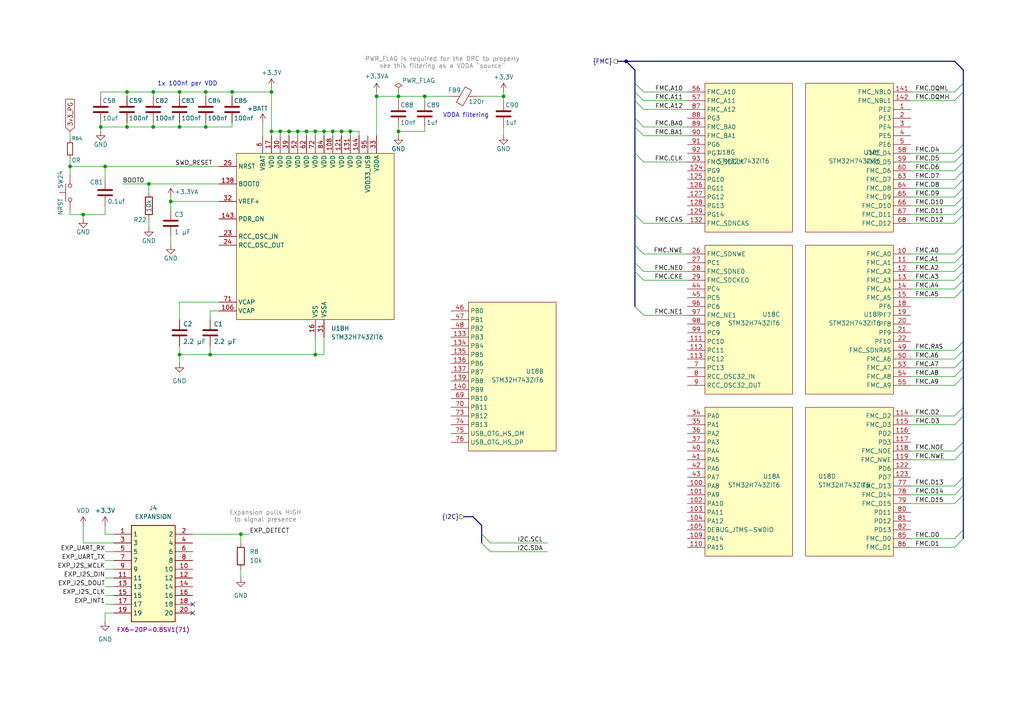
<source format=kicad_sch>
(kicad_sch (version 20250114) (generator "eeschema") (generator_version "9.0")
  (paper "A4")
  (lib_symbols
    (symbol "Device:C" (pin_numbers (hide yes)) (pin_names (offset 0.254))
      (property "Reference" "C" (at 0.635 2.54 0))
      (property "Value" "C" (at 0.635 -2.54 0))
      (symbol "C_1_1"
        (pin passive line (at 0 3.81 270) (length 2.794) (name "~") (number "1"))
        (pin passive line (at 0 -3.81 90) (length 2.794) (name "~") (number "2"))
      )
    )
    (symbol "Device:FerriteBead" (pin_numbers (hide yes)) (pin_names (offset 0))
      (property "Reference" "FB" (at -3.81 0.635 90))
      (property "Value" "FerriteBead" (at 3.81 0 90))
      (symbol "FerriteBead_1_1"
        (pin passive line (at 0 3.81 270) (length 2.54) (name "~") (number "1"))
        (pin passive line (at 0 -3.81 90) (length 2.54) (name "~") (number "2"))
      )
    )
    (symbol "Device:R" (pin_numbers (hide yes)) (pin_names (offset 0))
      (property "Reference" "R" (at 2.032 0 90))
      (property "Value" "R" (at 0 0 90))
      (symbol "R_1_1"
        (pin passive line (at 0 3.81 270) (length 1.27) (name "~") (number "1"))
        (pin passive line (at 0 -3.81 90) (length 1.27) (name "~") (number "2"))
      )
    )
    (symbol "Device:R_Small" (pin_numbers (hide yes)) (pin_names (offset 0.254) (hide yes))
      (property "Reference" "R" (at 0 0 90))
      (property "Value" "R_Small" (at 1.778 0 90))
      (symbol "R_Small_1_1"
        (pin passive line (at 0 2.54 270) (length 0.762) (name "~") (number "1"))
        (pin passive line (at 0 -2.54 90) (length 0.762) (name "~") (number "2"))
      )
    )
    (symbol "MCU_ST_STM32H7:STM32H743ZITx"
      (property "Reference" "U18" (at -9.144 1.524 0))
      (property "Value" "STM32H743ZIT6" (at -9.144 -1.016 0))
      (symbol "STM32H743ZITx_1_1"
        (pin bidirectional line (at 17.78 19.05 180) (length 5.08) (name "PA0") (number "34"))
        (pin bidirectional line (at 17.78 16.51 180) (length 5.08) (name "PA1") (number "35"))
        (pin bidirectional line (at 17.78 13.97 180) (length 5.08) (name "PA2") (number "36"))
        (pin bidirectional line (at 17.78 11.43 180) (length 5.08) (name "PA3") (number "37"))
        (pin bidirectional line (at 17.78 8.89 180) (length 5.08) (name "PA4") (number "40"))
        (pin bidirectional line (at 17.78 6.35 180) (length 5.08) (name "PA5") (number "41"))
        (pin bidirectional line (at 17.78 3.81 180) (length 5.08) (name "PA6") (number "42"))
        (pin bidirectional line (at 17.78 1.27 180) (length 5.08) (name "PA7") (number "43") (alternate "FMC_SDNWE" bidirectional line))
        (pin bidirectional line (at 17.78 -1.27 180) (length 5.08) (name "PA8") (number "100"))
        (pin bidirectional line (at 17.78 -3.81 180) (length 5.08) (name "PA9") (number "101"))
        (pin bidirectional line (at 17.78 -6.35 180) (length 5.08) (name "PA10") (number "102"))
        (pin bidirectional line (at 17.78 -8.89 180) (length 5.08) (name "PA11") (number "103"))
        (pin bidirectional line (at 17.78 -11.43 180) (length 5.08) (name "PA12") (number "104"))
        (pin bidirectional line (at 17.78 -13.97 180) (length 5.08) (name "PA13") (number "105") (alternate "DEBUG_JTMS-SWDIO" bidirectional line))
        (pin bidirectional line (at 17.78 -16.51 180) (length 5.08) (name "PA14") (number "109"))
        (pin bidirectional line (at 17.78 -19.05 180) (length 5.08) (name "PA15") (number "110"))
      )
      (symbol "STM32H743ZITx_2_1"
        (pin bidirectional line (at 17.78 19.05 180) (length 5.08) (name "PB0") (number "46"))
        (pin bidirectional line (at 17.78 16.51 180) (length 5.08) (name "PB1") (number "47"))
        (pin bidirectional line (at 17.78 13.97 180) (length 5.08) (name "PB2") (number "48"))
        (pin bidirectional line (at 17.78 11.43 180) (length 5.08) (name "PB3") (number "133"))
        (pin bidirectional line (at 17.78 8.89 180) (length 5.08) (name "PB4") (number "134"))
        (pin bidirectional line (at 17.78 6.35 180) (length 5.08) (name "PB5") (number "135"))
        (pin bidirectional line (at 17.78 3.81 180) (length 5.08) (name "PB6") (number "136"))
        (pin bidirectional line (at 17.78 1.27 180) (length 5.08) (name "PB7") (number "137"))
        (pin bidirectional line (at 17.78 -1.27 180) (length 5.08) (name "PB8") (number "139"))
        (pin bidirectional line (at 17.78 -3.81 180) (length 5.08) (name "PB9") (number "140"))
        (pin bidirectional line (at 17.78 -6.35 180) (length 5.08) (name "PB10") (number "69"))
        (pin bidirectional line (at 17.78 -8.89 180) (length 5.08) (name "PB11") (number "70"))
        (pin bidirectional line (at 17.78 -11.43 180) (length 5.08) (name "PB12") (number "73"))
        (pin bidirectional line (at 17.78 -13.97 180) (length 5.08) (name "PB13") (number "74"))
        (pin bidirectional line (at 17.78 -16.51 180) (length 5.08) (name "PB14") (number "75") (alternate "USB_OTG_HS_DM" bidirectional line))
        (pin bidirectional line (at 17.78 -19.05 180) (length 5.08) (name "PB15") (number "76") (alternate "USB_OTG_HS_DP" bidirectional line))
      )
      (symbol "STM32H743ZITx_3_1"
        (pin bidirectional line (at 17.78 19.05 180) (length 5.08) (name "PC0") (number "26") (alternate "FMC_SDNWE" bidirectional line))
        (pin bidirectional line (at 17.78 16.51 180) (length 5.08) (name "PC1") (number "27"))
        (pin bidirectional line (at 17.78 13.97 180) (length 5.08) (name "PC2_C") (number "28") (alternate "FMC_SDNE0" bidirectional line))
        (pin bidirectional line (at 17.78 11.43 180) (length 5.08) (name "PC3_C") (number "29") (alternate "FMC_SDCKE0" bidirectional line))
        (pin bidirectional line (at 17.78 8.89 180) (length 5.08) (name "PC4") (number "44") (alternate "FMC_SDNE0" bidirectional line))
        (pin bidirectional line (at 17.78 6.35 180) (length 5.08) (name "PC5") (number "45") (alternate "FMC_SDCKE0" bidirectional line))
        (pin bidirectional line (at 17.78 3.81 180) (length 5.08) (name "PC6") (number "96"))
        (pin bidirectional line (at 17.78 1.27 180) (length 5.08) (name "PC7") (number "97") (alternate "FMC_NE1" bidirectional line))
        (pin bidirectional line (at 17.78 -1.27 180) (length 5.08) (name "PC8") (number "98"))
        (pin bidirectional line (at 17.78 -3.81 180) (length 5.08) (name "PC9") (number "99"))
        (pin bidirectional line (at 17.78 -6.35 180) (length 5.08) (name "PC10") (number "111"))
        (pin bidirectional line (at 17.78 -8.89 180) (length 5.08) (name "PC11") (number "112"))
        (pin bidirectional line (at 17.78 -11.43 180) (length 5.08) (name "PC12") (number "113"))
        (pin bidirectional line (at 17.78 -13.97 180) (length 5.08) (name "PC13") (number "7"))
        (pin bidirectional line (at 17.78 -16.51 180) (length 5.08) (name "PC14") (number "8") (alternate "RCC_OSC32_IN" bidirectional line))
        (pin bidirectional line (at 17.78 -19.05 180) (length 5.08) (name "PC15") (number "9") (alternate "RCC_OSC32_OUT" bidirectional line))
      )
      (symbol "STM32H743ZITx_4_1"
        (pin bidirectional line (at 17.78 19.05 180) (length 5.08) (name "PD0") (number "114") (alternate "FMC_D2" bidirectional line))
        (pin bidirectional line (at 17.78 16.51 180) (length 5.08) (name "PD1") (number "115") (alternate "FMC_D3" bidirectional line))
        (pin bidirectional line (at 17.78 13.97 180) (length 5.08) (name "PD2") (number "116"))
        (pin bidirectional line (at 17.78 11.43 180) (length 5.08) (name "PD3") (number "117"))
        (pin bidirectional line (at 17.78 8.89 180) (length 5.08) (name "PD4") (number "118") (alternate "FMC_NOE" bidirectional line))
        (pin bidirectional line (at 17.78 6.35 180) (length 5.08) (name "PD5") (number "119") (alternate "FMC_NWE" bidirectional line))
        (pin bidirectional line (at 17.78 3.81 180) (length 5.08) (name "PD6") (number "122"))
        (pin bidirectional line (at 17.78 1.27 180) (length 5.08) (name "PD7") (number "123") (alternate "FMC_NE1" bidirectional line))
        (pin bidirectional line (at 17.78 -1.27 180) (length 5.08) (name "PD8") (number "77") (alternate "FMC_D13" bidirectional line))
        (pin bidirectional line (at 17.78 -3.81 180) (length 5.08) (name "PD9") (number "78") (alternate "FMC_D14" bidirectional line))
        (pin bidirectional line (at 17.78 -6.35 180) (length 5.08) (name "PD10") (number "79") (alternate "FMC_D15" bidirectional line))
        (pin bidirectional line (at 17.78 -8.89 180) (length 5.08) (name "PD11") (number "80"))
        (pin bidirectional line (at 17.78 -11.43 180) (length 5.08) (name "PD12") (number "81"))
        (pin bidirectional line (at 17.78 -13.97 180) (length 5.08) (name "PD13") (number "82"))
        (pin bidirectional line (at 17.78 -16.51 180) (length 5.08) (name "PD14") (number "85") (alternate "FMC_D0" bidirectional line))
        (pin bidirectional line (at 17.78 -19.05 180) (length 5.08) (name "PD15") (number "86") (alternate "FMC_D1" bidirectional line))
      )
      (symbol "STM32H743ZITx_5_1"
        (pin bidirectional line (at -17.78 19.05 0) (length 5.08) (name "PE0") (number "141") (alternate "FMC_NBL0" bidirectional line))
        (pin bidirectional line (at -17.78 16.51 0) (length 5.08) (name "PE1") (number "142") (alternate "FMC_NBL1" bidirectional line))
        (pin bidirectional line (at -17.78 13.97 0) (length 5.08) (name "PE2") (number "1"))
        (pin bidirectional line (at -17.78 11.43 0) (length 5.08) (name "PE3") (number "2"))
        (pin bidirectional line (at -17.78 8.89 0) (length 5.08) (name "PE4") (number "3"))
        (pin bidirectional line (at -17.78 6.35 0) (length 5.08) (name "PE5") (number "4"))
        (pin bidirectional line (at -17.78 3.81 0) (length 5.08) (name "PE6") (number "5"))
        (pin bidirectional line (at -17.78 1.27 0) (length 5.08) (name "PE7") (number "58") (alternate "FMC_D4" bidirectional line))
        (pin bidirectional line (at -17.78 -1.27 0) (length 5.08) (name "PE8") (number "59") (alternate "FMC_D5" bidirectional line))
        (pin bidirectional line (at -17.78 -3.81 0) (length 5.08) (name "PE9") (number "60") (alternate "FMC_D6" bidirectional line))
        (pin bidirectional line (at -17.78 -6.35 0) (length 5.08) (name "PE10") (number "63") (alternate "FMC_D7" bidirectional line))
        (pin bidirectional line (at -17.78 -8.89 0) (length 5.08) (name "PE11") (number "64") (alternate "FMC_D8" bidirectional line))
        (pin bidirectional line (at -17.78 -11.43 0) (length 5.08) (name "PE12") (number "65") (alternate "FMC_D9" bidirectional line))
        (pin bidirectional line (at -17.78 -13.97 0) (length 5.08) (name "PE13") (number "66") (alternate "FMC_D10" bidirectional line))
        (pin bidirectional line (at -17.78 -16.51 0) (length 5.08) (name "PE14") (number "67") (alternate "FMC_D11" bidirectional line))
        (pin bidirectional line (at -17.78 -19.05 0) (length 5.08) (name "PE15") (number "68") (alternate "FMC_D12" bidirectional line))
      )
      (symbol "STM32H743ZITx_6_1"
        (pin bidirectional line (at -17.78 19.05 0) (length 5.08) (name "PF0") (number "10") (alternate "FMC_A0" bidirectional line))
        (pin bidirectional line (at -17.78 16.51 0) (length 5.08) (name "PF1") (number "11") (alternate "FMC_A1" bidirectional line))
        (pin bidirectional line (at -17.78 13.97 0) (length 5.08) (name "PF2") (number "12") (alternate "FMC_A2" bidirectional line))
        (pin bidirectional line (at -17.78 11.43 0) (length 5.08) (name "PF3") (number "13") (alternate "FMC_A3" bidirectional line))
        (pin bidirectional line (at -17.78 8.89 0) (length 5.08) (name "PF4") (number "14") (alternate "FMC_A4" bidirectional line))
        (pin bidirectional line (at -17.78 6.35 0) (length 5.08) (name "PF5") (number "15") (alternate "FMC_A5" bidirectional line))
        (pin bidirectional line (at -17.78 3.81 0) (length 5.08) (name "PF6") (number "18"))
        (pin bidirectional line (at -17.78 1.27 0) (length 5.08) (name "PF7") (number "19"))
        (pin bidirectional line (at -17.78 -1.27 0) (length 5.08) (name "PF8") (number "20"))
        (pin bidirectional line (at -17.78 -3.81 0) (length 5.08) (name "PF9") (number "21"))
        (pin bidirectional line (at -17.78 -6.35 0) (length 5.08) (name "PF10") (number "22"))
        (pin bidirectional line (at -17.78 -8.89 0) (length 5.08) (name "PF11") (number "49") (alternate "FMC_SDNRAS" bidirectional line))
        (pin bidirectional line (at -17.78 -11.43 0) (length 5.08) (name "PF12") (number "50") (alternate "FMC_A6" bidirectional line))
        (pin bidirectional line (at -17.78 -13.97 0) (length 5.08) (name "PF13") (number "53") (alternate "FMC_A7" bidirectional line))
        (pin bidirectional line (at -17.78 -16.51 0) (length 5.08) (name "PF14") (number "54") (alternate "FMC_A8" bidirectional line))
        (pin bidirectional line (at -17.78 -19.05 0) (length 5.08) (name "PF15") (number "55") (alternate "FMC_A9" bidirectional line))
      )
      (symbol "STM32H743ZITx_7_1"
        (pin bidirectional line (at -17.78 19.05 0) (length 5.08) (name "PG0") (number "56") (alternate "FMC_A10" bidirectional line))
        (pin bidirectional line (at -17.78 16.51 0) (length 5.08) (name "PG1") (number "57") (alternate "FMC_A11" bidirectional line))
        (pin bidirectional line (at -17.78 13.97 0) (length 5.08) (name "PG2") (number "87") (alternate "FMC_A12" bidirectional line))
        (pin bidirectional line (at -17.78 11.43 0) (length 5.08) (name "PG3") (number "88"))
        (pin bidirectional line (at -17.78 8.89 0) (length 5.08) (name "PG4") (number "89") (alternate "FMC_BA0" bidirectional line))
        (pin bidirectional line (at -17.78 6.35 0) (length 5.08) (name "PG5") (number "90") (alternate "FMC_BA1" bidirectional line))
        (pin bidirectional line (at -17.78 3.81 0) (length 5.08) (name "PG6") (number "91"))
        (pin bidirectional line (at -17.78 1.27 0) (length 5.08) (name "PG7") (number "92"))
        (pin bidirectional line (at -17.78 -1.27 0) (length 5.08) (name "PG8") (number "93") (alternate "FMC_SDCLK" bidirectional line))
        (pin bidirectional line (at -17.78 -3.81 0) (length 5.08) (name "PG9") (number "124"))
        (pin bidirectional line (at -17.78 -6.35 0) (length 5.08) (name "PG10") (number "125"))
        (pin bidirectional line (at -17.78 -8.89 0) (length 5.08) (name "PG11") (number "126"))
        (pin bidirectional line (at -17.78 -11.43 0) (length 5.08) (name "PG12") (number "127"))
        (pin bidirectional line (at -17.78 -13.97 0) (length 5.08) (name "PG13") (number "128"))
        (pin bidirectional line (at -17.78 -16.51 0) (length 5.08) (name "PG14") (number "129"))
        (pin bidirectional line (at -17.78 -19.05 0) (length 5.08) (name "PG15") (number "132") (alternate "FMC_SDNCAS" bidirectional line))
      )
      (symbol "STM32H743ZITx_8_1"
        (pin input line (at -27.94 20.32 0) (length 5.08) (name "NRST") (number "25"))
        (pin input line (at -27.94 15.24 0) (length 5.08) (name "BOOT0") (number "138"))
        (pin input line (at -27.94 10.16 0) (length 5.08) (name "VREF+") (number "32"))
        (pin input line (at -27.94 5.08 0) (length 5.08) (name "PDR_ON") (number "143"))
        (pin bidirectional line (at -27.94 0 0) (length 5.08) (name "PH0") (number "23") (alternate "RCC_OSC_IN" bidirectional line))
        (pin bidirectional line (at -27.94 -2.54 0) (length 5.08) (name "PH1") (number "24") (alternate "RCC_OSC_OUT" bidirectional line))
        (pin power_out line (at -27.94 -19.05 0) (length 5.08) (name "VCAP") (number "71"))
        (pin power_out line (at -27.94 -21.59 0) (length 5.08) (name "VCAP") (number "106"))
        (pin power_in line (at -15.24 29.21 270) (length 5.08) (name "VBAT") (number "6"))
        (pin power_in line (at -12.7 29.21 270) (length 5.08) (name "VDD") (number "17"))
        (pin power_in line (at -10.16 29.21 270) (length 5.08) (name "VDD") (number "30"))
        (pin power_in line (at -7.62 29.21 270) (length 5.08) (name "VDD") (number "39"))
        (pin power_in line (at -5.08 29.21 270) (length 5.08) (name "VDD") (number "52"))
        (pin power_in line (at -2.54 29.21 270) (length 5.08) (name "VDD") (number "62"))
        (pin power_in line (at 0 29.21 270) (length 5.08) (name "VDD") (number "72"))
        (pin passive line (at 0 -29.21 90) (length 5.08) (hide yes) (name "VSS") (number "107"))
        (pin passive line (at 0 -29.21 90) (length 5.08) (hide yes) (name "VSS") (number "120"))
        (pin passive line (at 0 -29.21 90) (length 5.08) (hide yes) (name "VSS") (number "130"))
        (pin power_in line (at 0 -29.21 90) (length 5.08) (name "VSS") (number "16"))
        (pin passive line (at 0 -29.21 90) (length 5.08) (hide yes) (name "VSS") (number "38"))
        (pin passive line (at 0 -29.21 90) (length 5.08) (hide yes) (name "VSS") (number "51"))
        (pin passive line (at 0 -29.21 90) (length 5.08) (hide yes) (name "VSS") (number "61"))
        (pin passive line (at 0 -29.21 90) (length 5.08) (hide yes) (name "VSS") (number "83"))
        (pin passive line (at 0 -29.21 90) (length 5.08) (hide yes) (name "VSS") (number "94"))
        (pin power_in line (at 2.54 29.21 270) (length 5.08) (name "VDD") (number "84"))
        (pin power_in line (at 2.54 -29.21 90) (length 5.08) (name "VSSA") (number "31"))
        (pin power_in line (at 5.08 29.21 270) (length 5.08) (name "VDD") (number "108"))
        (pin power_in line (at 7.62 29.21 270) (length 5.08) (name "VDD") (number "121"))
        (pin power_in line (at 10.16 29.21 270) (length 5.08) (name "VDD") (number "131"))
        (pin power_in line (at 12.7 29.21 270) (length 5.08) (name "VDD") (number "144"))
        (pin power_in line (at 15.24 29.21 270) (length 5.08) (name "VDD33_USB") (number "95"))
        (pin power_in line (at 17.78 29.21 270) (length 5.08) (name "VDDA") (number "33"))
      )
    )
    (symbol "STM32H743ZITx_1"
      (property "Reference" "U18" (at -9.144 1.524 0))
      (property "Value" "STM32H743ZIT6" (at -9.144 -1.016 0))
      (symbol "STM32H743ZITx_1_1_1"
        (pin bidirectional line (at 17.78 19.05 180) (length 5.08) (name "PA0") (number "34"))
        (pin bidirectional line (at 17.78 16.51 180) (length 5.08) (name "PA1") (number "35"))
        (pin bidirectional line (at 17.78 13.97 180) (length 5.08) (name "PA2") (number "36"))
        (pin bidirectional line (at 17.78 11.43 180) (length 5.08) (name "PA3") (number "37"))
        (pin bidirectional line (at 17.78 8.89 180) (length 5.08) (name "PA4") (number "40"))
        (pin bidirectional line (at 17.78 6.35 180) (length 5.08) (name "PA5") (number "41"))
        (pin bidirectional line (at 17.78 3.81 180) (length 5.08) (name "PA6") (number "42"))
        (pin bidirectional line (at 17.78 1.27 180) (length 5.08) (name "PA7") (number "43") (alternate "FMC_SDNWE" bidirectional line))
        (pin bidirectional line (at 17.78 -1.27 180) (length 5.08) (name "PA8") (number "100"))
        (pin bidirectional line (at 17.78 -3.81 180) (length 5.08) (name "PA9") (number "101"))
        (pin bidirectional line (at 17.78 -6.35 180) (length 5.08) (name "PA10") (number "102"))
        (pin bidirectional line (at 17.78 -8.89 180) (length 5.08) (name "PA11") (number "103"))
        (pin bidirectional line (at 17.78 -11.43 180) (length 5.08) (name "PA12") (number "104"))
        (pin bidirectional line (at 17.78 -13.97 180) (length 5.08) (name "PA13") (number "105") (alternate "DEBUG_JTMS-SWDIO" bidirectional line))
        (pin bidirectional line (at 17.78 -16.51 180) (length 5.08) (name "PA14") (number "109"))
        (pin bidirectional line (at 17.78 -19.05 180) (length 5.08) (name "PA15") (number "110"))
      )
      (symbol "STM32H743ZITx_1_2_1"
        (pin bidirectional line (at 17.78 19.05 180) (length 5.08) (name "PB0") (number "46"))
        (pin bidirectional line (at 17.78 16.51 180) (length 5.08) (name "PB1") (number "47"))
        (pin bidirectional line (at 17.78 13.97 180) (length 5.08) (name "PB2") (number "48"))
        (pin bidirectional line (at 17.78 11.43 180) (length 5.08) (name "PB3") (number "133"))
        (pin bidirectional line (at 17.78 8.89 180) (length 5.08) (name "PB4") (number "134"))
        (pin bidirectional line (at 17.78 6.35 180) (length 5.08) (name "PB5") (number "135"))
        (pin bidirectional line (at 17.78 3.81 180) (length 5.08) (name "PB6") (number "136"))
        (pin bidirectional line (at 17.78 1.27 180) (length 5.08) (name "PB7") (number "137"))
        (pin bidirectional line (at 17.78 -1.27 180) (length 5.08) (name "PB8") (number "139"))
        (pin bidirectional line (at 17.78 -3.81 180) (length 5.08) (name "PB9") (number "140"))
        (pin bidirectional line (at 17.78 -6.35 180) (length 5.08) (name "PB10") (number "69"))
        (pin bidirectional line (at 17.78 -8.89 180) (length 5.08) (name "PB11") (number "70"))
        (pin bidirectional line (at 17.78 -11.43 180) (length 5.08) (name "PB12") (number "73"))
        (pin bidirectional line (at 17.78 -13.97 180) (length 5.08) (name "PB13") (number "74"))
        (pin bidirectional line (at 17.78 -16.51 180) (length 5.08) (name "PB14") (number "75") (alternate "USB_OTG_HS_DM" bidirectional line))
        (pin bidirectional line (at 17.78 -19.05 180) (length 5.08) (name "PB15") (number "76") (alternate "USB_OTG_HS_DP" bidirectional line))
      )
      (symbol "STM32H743ZITx_1_3_1"
        (pin bidirectional line (at 17.78 19.05 180) (length 5.08) (name "PC0") (number "26") (alternate "FMC_SDNWE" bidirectional line))
        (pin bidirectional line (at 17.78 16.51 180) (length 5.08) (name "PC1") (number "27"))
        (pin bidirectional line (at 17.78 13.97 180) (length 5.08) (name "PC2_C") (number "28") (alternate "FMC_SDNE0" bidirectional line))
        (pin bidirectional line (at 17.78 11.43 180) (length 5.08) (name "PC3_C") (number "29") (alternate "FMC_SDCKE0" bidirectional line))
        (pin bidirectional line (at 17.78 8.89 180) (length 5.08) (name "PC4") (number "44") (alternate "FMC_SDNE0" bidirectional line))
        (pin bidirectional line (at 17.78 6.35 180) (length 5.08) (name "PC5") (number "45") (alternate "FMC_SDCKE0" bidirectional line))
        (pin bidirectional line (at 17.78 3.81 180) (length 5.08) (name "PC6") (number "96"))
        (pin bidirectional line (at 17.78 1.27 180) (length 5.08) (name "PC7") (number "97") (alternate "FMC_NE1" bidirectional line))
        (pin bidirectional line (at 17.78 -1.27 180) (length 5.08) (name "PC8") (number "98"))
        (pin bidirectional line (at 17.78 -3.81 180) (length 5.08) (name "PC9") (number "99"))
        (pin bidirectional line (at 17.78 -6.35 180) (length 5.08) (name "PC10") (number "111"))
        (pin bidirectional line (at 17.78 -8.89 180) (length 5.08) (name "PC11") (number "112"))
        (pin bidirectional line (at 17.78 -11.43 180) (length 5.08) (name "PC12") (number "113"))
        (pin bidirectional line (at 17.78 -13.97 180) (length 5.08) (name "PC13") (number "7"))
        (pin bidirectional line (at 17.78 -16.51 180) (length 5.08) (name "PC14") (number "8") (alternate "RCC_OSC32_IN" bidirectional line))
        (pin bidirectional line (at 17.78 -19.05 180) (length 5.08) (name "PC15") (number "9") (alternate "RCC_OSC32_OUT" bidirectional line))
      )
      (symbol "STM32H743ZITx_1_4_1"
        (pin bidirectional line (at 17.78 19.05 180) (length 5.08) (name "PD0") (number "114") (alternate "FMC_D2" bidirectional line))
        (pin bidirectional line (at 17.78 16.51 180) (length 5.08) (name "PD1") (number "115") (alternate "FMC_D3" bidirectional line))
        (pin bidirectional line (at 17.78 13.97 180) (length 5.08) (name "PD2") (number "116"))
        (pin bidirectional line (at 17.78 11.43 180) (length 5.08) (name "PD3") (number "117"))
        (pin bidirectional line (at 17.78 8.89 180) (length 5.08) (name "PD4") (number "118") (alternate "FMC_NOE" bidirectional line))
        (pin bidirectional line (at 17.78 6.35 180) (length 5.08) (name "PD5") (number "119") (alternate "FMC_NWE" bidirectional line))
        (pin bidirectional line (at 17.78 3.81 180) (length 5.08) (name "PD6") (number "122"))
        (pin bidirectional line (at 17.78 1.27 180) (length 5.08) (name "PD7") (number "123") (alternate "FMC_NE1" bidirectional line))
        (pin bidirectional line (at 17.78 -1.27 180) (length 5.08) (name "PD8") (number "77") (alternate "FMC_D13" bidirectional line))
        (pin bidirectional line (at 17.78 -3.81 180) (length 5.08) (name "PD9") (number "78") (alternate "FMC_D14" bidirectional line))
        (pin bidirectional line (at 17.78 -6.35 180) (length 5.08) (name "PD10") (number "79") (alternate "FMC_D15" bidirectional line))
        (pin bidirectional line (at 17.78 -8.89 180) (length 5.08) (name "PD11") (number "80"))
        (pin bidirectional line (at 17.78 -11.43 180) (length 5.08) (name "PD12") (number "81"))
        (pin bidirectional line (at 17.78 -13.97 180) (length 5.08) (name "PD13") (number "82"))
        (pin bidirectional line (at 17.78 -16.51 180) (length 5.08) (name "PD14") (number "85") (alternate "FMC_D0" bidirectional line))
        (pin bidirectional line (at 17.78 -19.05 180) (length 5.08) (name "PD15") (number "86") (alternate "FMC_D1" bidirectional line))
      )
      (symbol "STM32H743ZITx_1_5_1"
        (pin bidirectional line (at -17.78 19.05 0) (length 5.08) (name "PE0") (number "141") (alternate "FMC_NBL0" bidirectional line))
        (pin bidirectional line (at -17.78 16.51 0) (length 5.08) (name "PE1") (number "142") (alternate "FMC_NBL1" bidirectional line))
        (pin bidirectional line (at -17.78 13.97 0) (length 5.08) (name "PE2") (number "1"))
        (pin bidirectional line (at -17.78 11.43 0) (length 5.08) (name "PE3") (number "2"))
        (pin bidirectional line (at -17.78 8.89 0) (length 5.08) (name "PE4") (number "3"))
        (pin bidirectional line (at -17.78 6.35 0) (length 5.08) (name "PE5") (number "4"))
        (pin bidirectional line (at -17.78 3.81 0) (length 5.08) (name "PE6") (number "5"))
        (pin bidirectional line (at -17.78 1.27 0) (length 5.08) (name "PE7") (number "58") (alternate "FMC_D4" bidirectional line))
        (pin bidirectional line (at -17.78 -1.27 0) (length 5.08) (name "PE8") (number "59") (alternate "FMC_D5" bidirectional line))
        (pin bidirectional line (at -17.78 -3.81 0) (length 5.08) (name "PE9") (number "60") (alternate "FMC_D6" bidirectional line))
        (pin bidirectional line (at -17.78 -6.35 0) (length 5.08) (name "PE10") (number "63") (alternate "FMC_D7" bidirectional line))
        (pin bidirectional line (at -17.78 -8.89 0) (length 5.08) (name "PE11") (number "64") (alternate "FMC_D8" bidirectional line))
        (pin bidirectional line (at -17.78 -11.43 0) (length 5.08) (name "PE12") (number "65") (alternate "FMC_D9" bidirectional line))
        (pin bidirectional line (at -17.78 -13.97 0) (length 5.08) (name "PE13") (number "66") (alternate "FMC_D10" bidirectional line))
        (pin bidirectional line (at -17.78 -16.51 0) (length 5.08) (name "PE14") (number "67") (alternate "FMC_D11" bidirectional line))
        (pin bidirectional line (at -17.78 -19.05 0) (length 5.08) (name "PE15") (number "68") (alternate "FMC_D12" bidirectional line))
      )
      (symbol "STM32H743ZITx_1_6_1"
        (pin bidirectional line (at -17.78 19.05 0) (length 5.08) (name "PF0") (number "10") (alternate "FMC_A0" bidirectional line))
        (pin bidirectional line (at -17.78 16.51 0) (length 5.08) (name "PF1") (number "11") (alternate "FMC_A1" bidirectional line))
        (pin bidirectional line (at -17.78 13.97 0) (length 5.08) (name "PF2") (number "12") (alternate "FMC_A2" bidirectional line))
        (pin bidirectional line (at -17.78 11.43 0) (length 5.08) (name "PF3") (number "13") (alternate "FMC_A3" bidirectional line))
        (pin bidirectional line (at -17.78 8.89 0) (length 5.08) (name "PF4") (number "14") (alternate "FMC_A4" bidirectional line))
        (pin bidirectional line (at -17.78 6.35 0) (length 5.08) (name "PF5") (number "15") (alternate "FMC_A5" bidirectional line))
        (pin bidirectional line (at -17.78 3.81 0) (length 5.08) (name "PF6") (number "18"))
        (pin bidirectional line (at -17.78 1.27 0) (length 5.08) (name "PF7") (number "19"))
        (pin bidirectional line (at -17.78 -1.27 0) (length 5.08) (name "PF8") (number "20"))
        (pin bidirectional line (at -17.78 -3.81 0) (length 5.08) (name "PF9") (number "21"))
        (pin bidirectional line (at -17.78 -6.35 0) (length 5.08) (name "PF10") (number "22"))
        (pin bidirectional line (at -17.78 -8.89 0) (length 5.08) (name "PF11") (number "49") (alternate "FMC_SDNRAS" bidirectional line))
        (pin bidirectional line (at -17.78 -11.43 0) (length 5.08) (name "PF12") (number "50") (alternate "FMC_A6" bidirectional line))
        (pin bidirectional line (at -17.78 -13.97 0) (length 5.08) (name "PF13") (number "53") (alternate "FMC_A7" bidirectional line))
        (pin bidirectional line (at -17.78 -16.51 0) (length 5.08) (name "PF14") (number "54") (alternate "FMC_A8" bidirectional line))
        (pin bidirectional line (at -17.78 -19.05 0) (length 5.08) (name "PF15") (number "55") (alternate "FMC_A9" bidirectional line))
      )
      (symbol "STM32H743ZITx_1_7_1"
        (pin bidirectional line (at -17.78 19.05 0) (length 5.08) (name "PG0") (number "56") (alternate "FMC_A10" bidirectional line))
        (pin bidirectional line (at -17.78 16.51 0) (length 5.08) (name "PG1") (number "57") (alternate "FMC_A11" bidirectional line))
        (pin bidirectional line (at -17.78 13.97 0) (length 5.08) (name "PG2") (number "87") (alternate "FMC_A12" bidirectional line))
        (pin bidirectional line (at -17.78 11.43 0) (length 5.08) (name "PG3") (number "88"))
        (pin bidirectional line (at -17.78 8.89 0) (length 5.08) (name "PG4") (number "89") (alternate "FMC_BA0" bidirectional line))
        (pin bidirectional line (at -17.78 6.35 0) (length 5.08) (name "PG5") (number "90") (alternate "FMC_BA1" bidirectional line))
        (pin bidirectional line (at -17.78 3.81 0) (length 5.08) (name "PG6") (number "91"))
        (pin bidirectional line (at -17.78 1.27 0) (length 5.08) (name "PG7") (number "92"))
        (pin bidirectional line (at -17.78 -1.27 0) (length 5.08) (name "PG8") (number "93") (alternate "FMC_SDCLK" bidirectional line))
        (pin bidirectional line (at -17.78 -3.81 0) (length 5.08) (name "PG9") (number "124"))
        (pin bidirectional line (at -17.78 -6.35 0) (length 5.08) (name "PG10") (number "125"))
        (pin bidirectional line (at -17.78 -8.89 0) (length 5.08) (name "PG11") (number "126"))
        (pin bidirectional line (at -17.78 -11.43 0) (length 5.08) (name "PG12") (number "127"))
        (pin bidirectional line (at -17.78 -13.97 0) (length 5.08) (name "PG13") (number "128"))
        (pin bidirectional line (at -17.78 -16.51 0) (length 5.08) (name "PG14") (number "129"))
        (pin bidirectional line (at -17.78 -19.05 0) (length 5.08) (name "PG15") (number "132") (alternate "FMC_SDNCAS" bidirectional line))
      )
      (symbol "STM32H743ZITx_1_8_1"
        (pin input line (at -27.94 20.32 0) (length 5.08) (name "NRST") (number "25"))
        (pin input line (at -27.94 15.24 0) (length 5.08) (name "BOOT0") (number "138"))
        (pin input line (at -27.94 10.16 0) (length 5.08) (name "VREF+") (number "32"))
        (pin input line (at -27.94 5.08 0) (length 5.08) (name "PDR_ON") (number "143"))
        (pin bidirectional line (at -27.94 0 0) (length 5.08) (name "PH0") (number "23") (alternate "RCC_OSC_IN" bidirectional line))
        (pin bidirectional line (at -27.94 -2.54 0) (length 5.08) (name "PH1") (number "24") (alternate "RCC_OSC_OUT" bidirectional line))
        (pin power_out line (at -27.94 -19.05 0) (length 5.08) (name "VCAP") (number "71"))
        (pin power_out line (at -27.94 -21.59 0) (length 5.08) (name "VCAP") (number "106"))
        (pin power_in line (at -15.24 29.21 270) (length 5.08) (name "VBAT") (number "6"))
        (pin power_in line (at -12.7 29.21 270) (length 5.08) (name "VDD") (number "17"))
        (pin power_in line (at -10.16 29.21 270) (length 5.08) (name "VDD") (number "30"))
        (pin power_in line (at -7.62 29.21 270) (length 5.08) (name "VDD") (number "39"))
        (pin power_in line (at -5.08 29.21 270) (length 5.08) (name "VDD") (number "52"))
        (pin power_in line (at -2.54 29.21 270) (length 5.08) (name "VDD") (number "62"))
        (pin power_in line (at 0 29.21 270) (length 5.08) (name "VDD") (number "72"))
        (pin passive line (at 0 -29.21 90) (length 5.08) (hide yes) (name "VSS") (number "107"))
        (pin passive line (at 0 -29.21 90) (length 5.08) (hide yes) (name "VSS") (number "120"))
        (pin passive line (at 0 -29.21 90) (length 5.08) (hide yes) (name "VSS") (number "130"))
        (pin power_in line (at 0 -29.21 90) (length 5.08) (name "VSS") (number "16"))
        (pin passive line (at 0 -29.21 90) (length 5.08) (hide yes) (name "VSS") (number "38"))
        (pin passive line (at 0 -29.21 90) (length 5.08) (hide yes) (name "VSS") (number "51"))
        (pin passive line (at 0 -29.21 90) (length 5.08) (hide yes) (name "VSS") (number "61"))
        (pin passive line (at 0 -29.21 90) (length 5.08) (hide yes) (name "VSS") (number "83"))
        (pin passive line (at 0 -29.21 90) (length 5.08) (hide yes) (name "VSS") (number "94"))
        (pin power_in line (at 2.54 29.21 270) (length 5.08) (name "VDD") (number "84"))
        (pin power_in line (at 2.54 -29.21 90) (length 5.08) (name "VSSA") (number "31"))
        (pin power_in line (at 5.08 29.21 270) (length 5.08) (name "VDD") (number "108"))
        (pin power_in line (at 7.62 29.21 270) (length 5.08) (name "VDD") (number "121"))
        (pin power_in line (at 10.16 29.21 270) (length 5.08) (name "VDD") (number "131"))
        (pin power_in line (at 12.7 29.21 270) (length 5.08) (name "VDD") (number "144"))
        (pin power_in line (at 15.24 29.21 270) (length 5.08) (name "VDD33_USB") (number "95"))
        (pin power_in line (at 17.78 29.21 270) (length 5.08) (name "VDDA") (number "33"))
      )
    )
    (symbol "STM32H743ZITx_2"
      (property "Reference" "U18" (at -9.144 1.524 0))
      (property "Value" "STM32H743ZIT6" (at -9.144 -1.016 0))
      (symbol "STM32H743ZITx_2_1_1"
        (pin bidirectional line (at 17.78 19.05 180) (length 5.08) (name "PA0") (number "34"))
        (pin bidirectional line (at 17.78 16.51 180) (length 5.08) (name "PA1") (number "35"))
        (pin bidirectional line (at 17.78 13.97 180) (length 5.08) (name "PA2") (number "36"))
        (pin bidirectional line (at 17.78 11.43 180) (length 5.08) (name "PA3") (number "37"))
        (pin bidirectional line (at 17.78 8.89 180) (length 5.08) (name "PA4") (number "40"))
        (pin bidirectional line (at 17.78 6.35 180) (length 5.08) (name "PA5") (number "41"))
        (pin bidirectional line (at 17.78 3.81 180) (length 5.08) (name "PA6") (number "42"))
        (pin bidirectional line (at 17.78 1.27 180) (length 5.08) (name "PA7") (number "43") (alternate "FMC_SDNWE" bidirectional line))
        (pin bidirectional line (at 17.78 -1.27 180) (length 5.08) (name "PA8") (number "100"))
        (pin bidirectional line (at 17.78 -3.81 180) (length 5.08) (name "PA9") (number "101"))
        (pin bidirectional line (at 17.78 -6.35 180) (length 5.08) (name "PA10") (number "102"))
        (pin bidirectional line (at 17.78 -8.89 180) (length 5.08) (name "PA11") (number "103"))
        (pin bidirectional line (at 17.78 -11.43 180) (length 5.08) (name "PA12") (number "104"))
        (pin bidirectional line (at 17.78 -13.97 180) (length 5.08) (name "PA13") (number "105") (alternate "DEBUG_JTMS-SWDIO" bidirectional line))
        (pin bidirectional line (at 17.78 -16.51 180) (length 5.08) (name "PA14") (number "109"))
        (pin bidirectional line (at 17.78 -19.05 180) (length 5.08) (name "PA15") (number "110"))
      )
      (symbol "STM32H743ZITx_2_2_1"
        (pin bidirectional line (at 17.78 19.05 180) (length 5.08) (name "PB0") (number "46"))
        (pin bidirectional line (at 17.78 16.51 180) (length 5.08) (name "PB1") (number "47"))
        (pin bidirectional line (at 17.78 13.97 180) (length 5.08) (name "PB2") (number "48"))
        (pin bidirectional line (at 17.78 11.43 180) (length 5.08) (name "PB3") (number "133"))
        (pin bidirectional line (at 17.78 8.89 180) (length 5.08) (name "PB4") (number "134"))
        (pin bidirectional line (at 17.78 6.35 180) (length 5.08) (name "PB5") (number "135"))
        (pin bidirectional line (at 17.78 3.81 180) (length 5.08) (name "PB6") (number "136"))
        (pin bidirectional line (at 17.78 1.27 180) (length 5.08) (name "PB7") (number "137"))
        (pin bidirectional line (at 17.78 -1.27 180) (length 5.08) (name "PB8") (number "139"))
        (pin bidirectional line (at 17.78 -3.81 180) (length 5.08) (name "PB9") (number "140"))
        (pin bidirectional line (at 17.78 -6.35 180) (length 5.08) (name "PB10") (number "69"))
        (pin bidirectional line (at 17.78 -8.89 180) (length 5.08) (name "PB11") (number "70"))
        (pin bidirectional line (at 17.78 -11.43 180) (length 5.08) (name "PB12") (number "73"))
        (pin bidirectional line (at 17.78 -13.97 180) (length 5.08) (name "PB13") (number "74"))
        (pin bidirectional line (at 17.78 -16.51 180) (length 5.08) (name "PB14") (number "75") (alternate "USB_OTG_HS_DM" bidirectional line))
        (pin bidirectional line (at 17.78 -19.05 180) (length 5.08) (name "PB15") (number "76") (alternate "USB_OTG_HS_DP" bidirectional line))
      )
      (symbol "STM32H743ZITx_2_3_1"
        (pin bidirectional line (at 17.78 19.05 180) (length 5.08) (name "PC0") (number "26") (alternate "FMC_SDNWE" bidirectional line))
        (pin bidirectional line (at 17.78 16.51 180) (length 5.08) (name "PC1") (number "27"))
        (pin bidirectional line (at 17.78 13.97 180) (length 5.08) (name "PC2_C") (number "28") (alternate "FMC_SDNE0" bidirectional line))
        (pin bidirectional line (at 17.78 11.43 180) (length 5.08) (name "PC3_C") (number "29") (alternate "FMC_SDCKE0" bidirectional line))
        (pin bidirectional line (at 17.78 8.89 180) (length 5.08) (name "PC4") (number "44") (alternate "FMC_SDNE0" bidirectional line))
        (pin bidirectional line (at 17.78 6.35 180) (length 5.08) (name "PC5") (number "45") (alternate "FMC_SDCKE0" bidirectional line))
        (pin bidirectional line (at 17.78 3.81 180) (length 5.08) (name "PC6") (number "96"))
        (pin bidirectional line (at 17.78 1.27 180) (length 5.08) (name "PC7") (number "97") (alternate "FMC_NE1" bidirectional line))
        (pin bidirectional line (at 17.78 -1.27 180) (length 5.08) (name "PC8") (number "98"))
        (pin bidirectional line (at 17.78 -3.81 180) (length 5.08) (name "PC9") (number "99"))
        (pin bidirectional line (at 17.78 -6.35 180) (length 5.08) (name "PC10") (number "111"))
        (pin bidirectional line (at 17.78 -8.89 180) (length 5.08) (name "PC11") (number "112"))
        (pin bidirectional line (at 17.78 -11.43 180) (length 5.08) (name "PC12") (number "113"))
        (pin bidirectional line (at 17.78 -13.97 180) (length 5.08) (name "PC13") (number "7"))
        (pin bidirectional line (at 17.78 -16.51 180) (length 5.08) (name "PC14") (number "8") (alternate "RCC_OSC32_IN" bidirectional line))
        (pin bidirectional line (at 17.78 -19.05 180) (length 5.08) (name "PC15") (number "9") (alternate "RCC_OSC32_OUT" bidirectional line))
      )
      (symbol "STM32H743ZITx_2_4_1"
        (pin bidirectional line (at 17.78 19.05 180) (length 5.08) (name "PD0") (number "114") (alternate "FMC_D2" bidirectional line))
        (pin bidirectional line (at 17.78 16.51 180) (length 5.08) (name "PD1") (number "115") (alternate "FMC_D3" bidirectional line))
        (pin bidirectional line (at 17.78 13.97 180) (length 5.08) (name "PD2") (number "116"))
        (pin bidirectional line (at 17.78 11.43 180) (length 5.08) (name "PD3") (number "117"))
        (pin bidirectional line (at 17.78 8.89 180) (length 5.08) (name "PD4") (number "118") (alternate "FMC_NOE" bidirectional line))
        (pin bidirectional line (at 17.78 6.35 180) (length 5.08) (name "PD5") (number "119") (alternate "FMC_NWE" bidirectional line))
        (pin bidirectional line (at 17.78 3.81 180) (length 5.08) (name "PD6") (number "122"))
        (pin bidirectional line (at 17.78 1.27 180) (length 5.08) (name "PD7") (number "123") (alternate "FMC_NE1" bidirectional line))
        (pin bidirectional line (at 17.78 -1.27 180) (length 5.08) (name "PD8") (number "77") (alternate "FMC_D13" bidirectional line))
        (pin bidirectional line (at 17.78 -3.81 180) (length 5.08) (name "PD9") (number "78") (alternate "FMC_D14" bidirectional line))
        (pin bidirectional line (at 17.78 -6.35 180) (length 5.08) (name "PD10") (number "79") (alternate "FMC_D15" bidirectional line))
        (pin bidirectional line (at 17.78 -8.89 180) (length 5.08) (name "PD11") (number "80"))
        (pin bidirectional line (at 17.78 -11.43 180) (length 5.08) (name "PD12") (number "81"))
        (pin bidirectional line (at 17.78 -13.97 180) (length 5.08) (name "PD13") (number "82"))
        (pin bidirectional line (at 17.78 -16.51 180) (length 5.08) (name "PD14") (number "85") (alternate "FMC_D0" bidirectional line))
        (pin bidirectional line (at 17.78 -19.05 180) (length 5.08) (name "PD15") (number "86") (alternate "FMC_D1" bidirectional line))
      )
      (symbol "STM32H743ZITx_2_5_1"
        (pin bidirectional line (at -17.78 19.05 0) (length 5.08) (name "PE0") (number "141") (alternate "FMC_NBL0" bidirectional line))
        (pin bidirectional line (at -17.78 16.51 0) (length 5.08) (name "PE1") (number "142") (alternate "FMC_NBL1" bidirectional line))
        (pin bidirectional line (at -17.78 13.97 0) (length 5.08) (name "PE2") (number "1"))
        (pin bidirectional line (at -17.78 11.43 0) (length 5.08) (name "PE3") (number "2"))
        (pin bidirectional line (at -17.78 8.89 0) (length 5.08) (name "PE4") (number "3"))
        (pin bidirectional line (at -17.78 6.35 0) (length 5.08) (name "PE5") (number "4"))
        (pin bidirectional line (at -17.78 3.81 0) (length 5.08) (name "PE6") (number "5"))
        (pin bidirectional line (at -17.78 1.27 0) (length 5.08) (name "PE7") (number "58") (alternate "FMC_D4" bidirectional line))
        (pin bidirectional line (at -17.78 -1.27 0) (length 5.08) (name "PE8") (number "59") (alternate "FMC_D5" bidirectional line))
        (pin bidirectional line (at -17.78 -3.81 0) (length 5.08) (name "PE9") (number "60") (alternate "FMC_D6" bidirectional line))
        (pin bidirectional line (at -17.78 -6.35 0) (length 5.08) (name "PE10") (number "63") (alternate "FMC_D7" bidirectional line))
        (pin bidirectional line (at -17.78 -8.89 0) (length 5.08) (name "PE11") (number "64") (alternate "FMC_D8" bidirectional line))
        (pin bidirectional line (at -17.78 -11.43 0) (length 5.08) (name "PE12") (number "65") (alternate "FMC_D9" bidirectional line))
        (pin bidirectional line (at -17.78 -13.97 0) (length 5.08) (name "PE13") (number "66") (alternate "FMC_D10" bidirectional line))
        (pin bidirectional line (at -17.78 -16.51 0) (length 5.08) (name "PE14") (number "67") (alternate "FMC_D11" bidirectional line))
        (pin bidirectional line (at -17.78 -19.05 0) (length 5.08) (name "PE15") (number "68") (alternate "FMC_D12" bidirectional line))
      )
      (symbol "STM32H743ZITx_2_6_1"
        (pin bidirectional line (at -17.78 19.05 0) (length 5.08) (name "PF0") (number "10") (alternate "FMC_A0" bidirectional line))
        (pin bidirectional line (at -17.78 16.51 0) (length 5.08) (name "PF1") (number "11") (alternate "FMC_A1" bidirectional line))
        (pin bidirectional line (at -17.78 13.97 0) (length 5.08) (name "PF2") (number "12") (alternate "FMC_A2" bidirectional line))
        (pin bidirectional line (at -17.78 11.43 0) (length 5.08) (name "PF3") (number "13") (alternate "FMC_A3" bidirectional line))
        (pin bidirectional line (at -17.78 8.89 0) (length 5.08) (name "PF4") (number "14") (alternate "FMC_A4" bidirectional line))
        (pin bidirectional line (at -17.78 6.35 0) (length 5.08) (name "PF5") (number "15") (alternate "FMC_A5" bidirectional line))
        (pin bidirectional line (at -17.78 3.81 0) (length 5.08) (name "PF6") (number "18"))
        (pin bidirectional line (at -17.78 1.27 0) (length 5.08) (name "PF7") (number "19"))
        (pin bidirectional line (at -17.78 -1.27 0) (length 5.08) (name "PF8") (number "20"))
        (pin bidirectional line (at -17.78 -3.81 0) (length 5.08) (name "PF9") (number "21"))
        (pin bidirectional line (at -17.78 -6.35 0) (length 5.08) (name "PF10") (number "22"))
        (pin bidirectional line (at -17.78 -8.89 0) (length 5.08) (name "PF11") (number "49") (alternate "FMC_SDNRAS" bidirectional line))
        (pin bidirectional line (at -17.78 -11.43 0) (length 5.08) (name "PF12") (number "50") (alternate "FMC_A6" bidirectional line))
        (pin bidirectional line (at -17.78 -13.97 0) (length 5.08) (name "PF13") (number "53") (alternate "FMC_A7" bidirectional line))
        (pin bidirectional line (at -17.78 -16.51 0) (length 5.08) (name "PF14") (number "54") (alternate "FMC_A8" bidirectional line))
        (pin bidirectional line (at -17.78 -19.05 0) (length 5.08) (name "PF15") (number "55") (alternate "FMC_A9" bidirectional line))
      )
      (symbol "STM32H743ZITx_2_7_1"
        (pin bidirectional line (at -17.78 19.05 0) (length 5.08) (name "PG0") (number "56") (alternate "FMC_A10" bidirectional line))
        (pin bidirectional line (at -17.78 16.51 0) (length 5.08) (name "PG1") (number "57") (alternate "FMC_A11" bidirectional line))
        (pin bidirectional line (at -17.78 13.97 0) (length 5.08) (name "PG2") (number "87") (alternate "FMC_A12" bidirectional line))
        (pin bidirectional line (at -17.78 11.43 0) (length 5.08) (name "PG3") (number "88"))
        (pin bidirectional line (at -17.78 8.89 0) (length 5.08) (name "PG4") (number "89") (alternate "FMC_BA0" bidirectional line))
        (pin bidirectional line (at -17.78 6.35 0) (length 5.08) (name "PG5") (number "90") (alternate "FMC_BA1" bidirectional line))
        (pin bidirectional line (at -17.78 3.81 0) (length 5.08) (name "PG6") (number "91"))
        (pin bidirectional line (at -17.78 1.27 0) (length 5.08) (name "PG7") (number "92"))
        (pin bidirectional line (at -17.78 -1.27 0) (length 5.08) (name "PG8") (number "93") (alternate "FMC_SDCLK" bidirectional line))
        (pin bidirectional line (at -17.78 -3.81 0) (length 5.08) (name "PG9") (number "124"))
        (pin bidirectional line (at -17.78 -6.35 0) (length 5.08) (name "PG10") (number "125"))
        (pin bidirectional line (at -17.78 -8.89 0) (length 5.08) (name "PG11") (number "126"))
        (pin bidirectional line (at -17.78 -11.43 0) (length 5.08) (name "PG12") (number "127"))
        (pin bidirectional line (at -17.78 -13.97 0) (length 5.08) (name "PG13") (number "128"))
        (pin bidirectional line (at -17.78 -16.51 0) (length 5.08) (name "PG14") (number "129"))
        (pin bidirectional line (at -17.78 -19.05 0) (length 5.08) (name "PG15") (number "132") (alternate "FMC_SDNCAS" bidirectional line))
      )
      (symbol "STM32H743ZITx_2_8_1"
        (pin input line (at -27.94 20.32 0) (length 5.08) (name "NRST") (number "25"))
        (pin input line (at -27.94 15.24 0) (length 5.08) (name "BOOT0") (number "138"))
        (pin input line (at -27.94 10.16 0) (length 5.08) (name "VREF+") (number "32"))
        (pin input line (at -27.94 5.08 0) (length 5.08) (name "PDR_ON") (number "143"))
        (pin bidirectional line (at -27.94 0 0) (length 5.08) (name "PH0") (number "23") (alternate "RCC_OSC_IN" bidirectional line))
        (pin bidirectional line (at -27.94 -2.54 0) (length 5.08) (name "PH1") (number "24") (alternate "RCC_OSC_OUT" bidirectional line))
        (pin power_out line (at -27.94 -19.05 0) (length 5.08) (name "VCAP") (number "71"))
        (pin power_out line (at -27.94 -21.59 0) (length 5.08) (name "VCAP") (number "106"))
        (pin power_in line (at -15.24 29.21 270) (length 5.08) (name "VBAT") (number "6"))
        (pin power_in line (at -12.7 29.21 270) (length 5.08) (name "VDD") (number "17"))
        (pin power_in line (at -10.16 29.21 270) (length 5.08) (name "VDD") (number "30"))
        (pin power_in line (at -7.62 29.21 270) (length 5.08) (name "VDD") (number "39"))
        (pin power_in line (at -5.08 29.21 270) (length 5.08) (name "VDD") (number "52"))
        (pin power_in line (at -2.54 29.21 270) (length 5.08) (name "VDD") (number "62"))
        (pin power_in line (at 0 29.21 270) (length 5.08) (name "VDD") (number "72"))
        (pin passive line (at 0 -29.21 90) (length 5.08) (hide yes) (name "VSS") (number "107"))
        (pin passive line (at 0 -29.21 90) (length 5.08) (hide yes) (name "VSS") (number "120"))
        (pin passive line (at 0 -29.21 90) (length 5.08) (hide yes) (name "VSS") (number "130"))
        (pin power_in line (at 0 -29.21 90) (length 5.08) (name "VSS") (number "16"))
        (pin passive line (at 0 -29.21 90) (length 5.08) (hide yes) (name "VSS") (number "38"))
        (pin passive line (at 0 -29.21 90) (length 5.08) (hide yes) (name "VSS") (number "51"))
        (pin passive line (at 0 -29.21 90) (length 5.08) (hide yes) (name "VSS") (number "61"))
        (pin passive line (at 0 -29.21 90) (length 5.08) (hide yes) (name "VSS") (number "83"))
        (pin passive line (at 0 -29.21 90) (length 5.08) (hide yes) (name "VSS") (number "94"))
        (pin power_in line (at 2.54 29.21 270) (length 5.08) (name "VDD") (number "84"))
        (pin power_in line (at 2.54 -29.21 90) (length 5.08) (name "VSSA") (number "31"))
        (pin power_in line (at 5.08 29.21 270) (length 5.08) (name "VDD") (number "108"))
        (pin power_in line (at 7.62 29.21 270) (length 5.08) (name "VDD") (number "121"))
        (pin power_in line (at 10.16 29.21 270) (length 5.08) (name "VDD") (number "131"))
        (pin power_in line (at 12.7 29.21 270) (length 5.08) (name "VDD") (number "144"))
        (pin power_in line (at 15.24 29.21 270) (length 5.08) (name "VDD33_USB") (number "95"))
        (pin power_in line (at 17.78 29.21 270) (length 5.08) (name "VDDA") (number "33"))
      )
    )
    (symbol "STM32H743ZITx_3"
      (property "Reference" "U18" (at -9.144 1.524 0))
      (property "Value" "STM32H743ZIT6" (at -9.144 -1.016 0))
      (symbol "STM32H743ZITx_3_1_1"
        (pin bidirectional line (at 17.78 19.05 180) (length 5.08) (name "PA0") (number "34"))
        (pin bidirectional line (at 17.78 16.51 180) (length 5.08) (name "PA1") (number "35"))
        (pin bidirectional line (at 17.78 13.97 180) (length 5.08) (name "PA2") (number "36"))
        (pin bidirectional line (at 17.78 11.43 180) (length 5.08) (name "PA3") (number "37"))
        (pin bidirectional line (at 17.78 8.89 180) (length 5.08) (name "PA4") (number "40"))
        (pin bidirectional line (at 17.78 6.35 180) (length 5.08) (name "PA5") (number "41"))
        (pin bidirectional line (at 17.78 3.81 180) (length 5.08) (name "PA6") (number "42"))
        (pin bidirectional line (at 17.78 1.27 180) (length 5.08) (name "PA7") (number "43") (alternate "FMC_SDNWE" bidirectional line))
        (pin bidirectional line (at 17.78 -1.27 180) (length 5.08) (name "PA8") (number "100"))
        (pin bidirectional line (at 17.78 -3.81 180) (length 5.08) (name "PA9") (number "101"))
        (pin bidirectional line (at 17.78 -6.35 180) (length 5.08) (name "PA10") (number "102"))
        (pin bidirectional line (at 17.78 -8.89 180) (length 5.08) (name "PA11") (number "103"))
        (pin bidirectional line (at 17.78 -11.43 180) (length 5.08) (name "PA12") (number "104"))
        (pin bidirectional line (at 17.78 -13.97 180) (length 5.08) (name "PA13") (number "105") (alternate "DEBUG_JTMS-SWDIO" bidirectional line))
        (pin bidirectional line (at 17.78 -16.51 180) (length 5.08) (name "PA14") (number "109"))
        (pin bidirectional line (at 17.78 -19.05 180) (length 5.08) (name "PA15") (number "110"))
      )
      (symbol "STM32H743ZITx_3_2_1"
        (pin bidirectional line (at 17.78 19.05 180) (length 5.08) (name "PB0") (number "46"))
        (pin bidirectional line (at 17.78 16.51 180) (length 5.08) (name "PB1") (number "47"))
        (pin bidirectional line (at 17.78 13.97 180) (length 5.08) (name "PB2") (number "48"))
        (pin bidirectional line (at 17.78 11.43 180) (length 5.08) (name "PB3") (number "133"))
        (pin bidirectional line (at 17.78 8.89 180) (length 5.08) (name "PB4") (number "134"))
        (pin bidirectional line (at 17.78 6.35 180) (length 5.08) (name "PB5") (number "135"))
        (pin bidirectional line (at 17.78 3.81 180) (length 5.08) (name "PB6") (number "136"))
        (pin bidirectional line (at 17.78 1.27 180) (length 5.08) (name "PB7") (number "137"))
        (pin bidirectional line (at 17.78 -1.27 180) (length 5.08) (name "PB8") (number "139"))
        (pin bidirectional line (at 17.78 -3.81 180) (length 5.08) (name "PB9") (number "140"))
        (pin bidirectional line (at 17.78 -6.35 180) (length 5.08) (name "PB10") (number "69"))
        (pin bidirectional line (at 17.78 -8.89 180) (length 5.08) (name "PB11") (number "70"))
        (pin bidirectional line (at 17.78 -11.43 180) (length 5.08) (name "PB12") (number "73"))
        (pin bidirectional line (at 17.78 -13.97 180) (length 5.08) (name "PB13") (number "74"))
        (pin bidirectional line (at 17.78 -16.51 180) (length 5.08) (name "PB14") (number "75") (alternate "USB_OTG_HS_DM" bidirectional line))
        (pin bidirectional line (at 17.78 -19.05 180) (length 5.08) (name "PB15") (number "76") (alternate "USB_OTG_HS_DP" bidirectional line))
      )
      (symbol "STM32H743ZITx_3_3_1"
        (pin bidirectional line (at 17.78 19.05 180) (length 5.08) (name "PC0") (number "26") (alternate "FMC_SDNWE" bidirectional line))
        (pin bidirectional line (at 17.78 16.51 180) (length 5.08) (name "PC1") (number "27"))
        (pin bidirectional line (at 17.78 13.97 180) (length 5.08) (name "PC2_C") (number "28") (alternate "FMC_SDNE0" bidirectional line))
        (pin bidirectional line (at 17.78 11.43 180) (length 5.08) (name "PC3_C") (number "29") (alternate "FMC_SDCKE0" bidirectional line))
        (pin bidirectional line (at 17.78 8.89 180) (length 5.08) (name "PC4") (number "44") (alternate "FMC_SDNE0" bidirectional line))
        (pin bidirectional line (at 17.78 6.35 180) (length 5.08) (name "PC5") (number "45") (alternate "FMC_SDCKE0" bidirectional line))
        (pin bidirectional line (at 17.78 3.81 180) (length 5.08) (name "PC6") (number "96"))
        (pin bidirectional line (at 17.78 1.27 180) (length 5.08) (name "PC7") (number "97") (alternate "FMC_NE1" bidirectional line))
        (pin bidirectional line (at 17.78 -1.27 180) (length 5.08) (name "PC8") (number "98"))
        (pin bidirectional line (at 17.78 -3.81 180) (length 5.08) (name "PC9") (number "99"))
        (pin bidirectional line (at 17.78 -6.35 180) (length 5.08) (name "PC10") (number "111"))
        (pin bidirectional line (at 17.78 -8.89 180) (length 5.08) (name "PC11") (number "112"))
        (pin bidirectional line (at 17.78 -11.43 180) (length 5.08) (name "PC12") (number "113"))
        (pin bidirectional line (at 17.78 -13.97 180) (length 5.08) (name "PC13") (number "7"))
        (pin bidirectional line (at 17.78 -16.51 180) (length 5.08) (name "PC14") (number "8") (alternate "RCC_OSC32_IN" bidirectional line))
        (pin bidirectional line (at 17.78 -19.05 180) (length 5.08) (name "PC15") (number "9") (alternate "RCC_OSC32_OUT" bidirectional line))
      )
      (symbol "STM32H743ZITx_3_4_1"
        (pin bidirectional line (at 17.78 19.05 180) (length 5.08) (name "PD0") (number "114") (alternate "FMC_D2" bidirectional line))
        (pin bidirectional line (at 17.78 16.51 180) (length 5.08) (name "PD1") (number "115") (alternate "FMC_D3" bidirectional line))
        (pin bidirectional line (at 17.78 13.97 180) (length 5.08) (name "PD2") (number "116"))
        (pin bidirectional line (at 17.78 11.43 180) (length 5.08) (name "PD3") (number "117"))
        (pin bidirectional line (at 17.78 8.89 180) (length 5.08) (name "PD4") (number "118") (alternate "FMC_NOE" bidirectional line))
        (pin bidirectional line (at 17.78 6.35 180) (length 5.08) (name "PD5") (number "119") (alternate "FMC_NWE" bidirectional line))
        (pin bidirectional line (at 17.78 3.81 180) (length 5.08) (name "PD6") (number "122"))
        (pin bidirectional line (at 17.78 1.27 180) (length 5.08) (name "PD7") (number "123") (alternate "FMC_NE1" bidirectional line))
        (pin bidirectional line (at 17.78 -1.27 180) (length 5.08) (name "PD8") (number "77") (alternate "FMC_D13" bidirectional line))
        (pin bidirectional line (at 17.78 -3.81 180) (length 5.08) (name "PD9") (number "78") (alternate "FMC_D14" bidirectional line))
        (pin bidirectional line (at 17.78 -6.35 180) (length 5.08) (name "PD10") (number "79") (alternate "FMC_D15" bidirectional line))
        (pin bidirectional line (at 17.78 -8.89 180) (length 5.08) (name "PD11") (number "80"))
        (pin bidirectional line (at 17.78 -11.43 180) (length 5.08) (name "PD12") (number "81"))
        (pin bidirectional line (at 17.78 -13.97 180) (length 5.08) (name "PD13") (number "82"))
        (pin bidirectional line (at 17.78 -16.51 180) (length 5.08) (name "PD14") (number "85") (alternate "FMC_D0" bidirectional line))
        (pin bidirectional line (at 17.78 -19.05 180) (length 5.08) (name "PD15") (number "86") (alternate "FMC_D1" bidirectional line))
      )
      (symbol "STM32H743ZITx_3_5_1"
        (pin bidirectional line (at -17.78 19.05 0) (length 5.08) (name "PE0") (number "141") (alternate "FMC_NBL0" bidirectional line))
        (pin bidirectional line (at -17.78 16.51 0) (length 5.08) (name "PE1") (number "142") (alternate "FMC_NBL1" bidirectional line))
        (pin bidirectional line (at -17.78 13.97 0) (length 5.08) (name "PE2") (number "1"))
        (pin bidirectional line (at -17.78 11.43 0) (length 5.08) (name "PE3") (number "2"))
        (pin bidirectional line (at -17.78 8.89 0) (length 5.08) (name "PE4") (number "3"))
        (pin bidirectional line (at -17.78 6.35 0) (length 5.08) (name "PE5") (number "4"))
        (pin bidirectional line (at -17.78 3.81 0) (length 5.08) (name "PE6") (number "5"))
        (pin bidirectional line (at -17.78 1.27 0) (length 5.08) (name "PE7") (number "58") (alternate "FMC_D4" bidirectional line))
        (pin bidirectional line (at -17.78 -1.27 0) (length 5.08) (name "PE8") (number "59") (alternate "FMC_D5" bidirectional line))
        (pin bidirectional line (at -17.78 -3.81 0) (length 5.08) (name "PE9") (number "60") (alternate "FMC_D6" bidirectional line))
        (pin bidirectional line (at -17.78 -6.35 0) (length 5.08) (name "PE10") (number "63") (alternate "FMC_D7" bidirectional line))
        (pin bidirectional line (at -17.78 -8.89 0) (length 5.08) (name "PE11") (number "64") (alternate "FMC_D8" bidirectional line))
        (pin bidirectional line (at -17.78 -11.43 0) (length 5.08) (name "PE12") (number "65") (alternate "FMC_D9" bidirectional line))
        (pin bidirectional line (at -17.78 -13.97 0) (length 5.08) (name "PE13") (number "66") (alternate "FMC_D10" bidirectional line))
        (pin bidirectional line (at -17.78 -16.51 0) (length 5.08) (name "PE14") (number "67") (alternate "FMC_D11" bidirectional line))
        (pin bidirectional line (at -17.78 -19.05 0) (length 5.08) (name "PE15") (number "68") (alternate "FMC_D12" bidirectional line))
      )
      (symbol "STM32H743ZITx_3_6_1"
        (pin bidirectional line (at -17.78 19.05 0) (length 5.08) (name "PF0") (number "10") (alternate "FMC_A0" bidirectional line))
        (pin bidirectional line (at -17.78 16.51 0) (length 5.08) (name "PF1") (number "11") (alternate "FMC_A1" bidirectional line))
        (pin bidirectional line (at -17.78 13.97 0) (length 5.08) (name "PF2") (number "12") (alternate "FMC_A2" bidirectional line))
        (pin bidirectional line (at -17.78 11.43 0) (length 5.08) (name "PF3") (number "13") (alternate "FMC_A3" bidirectional line))
        (pin bidirectional line (at -17.78 8.89 0) (length 5.08) (name "PF4") (number "14") (alternate "FMC_A4" bidirectional line))
        (pin bidirectional line (at -17.78 6.35 0) (length 5.08) (name "PF5") (number "15") (alternate "FMC_A5" bidirectional line))
        (pin bidirectional line (at -17.78 3.81 0) (length 5.08) (name "PF6") (number "18"))
        (pin bidirectional line (at -17.78 1.27 0) (length 5.08) (name "PF7") (number "19"))
        (pin bidirectional line (at -17.78 -1.27 0) (length 5.08) (name "PF8") (number "20"))
        (pin bidirectional line (at -17.78 -3.81 0) (length 5.08) (name "PF9") (number "21"))
        (pin bidirectional line (at -17.78 -6.35 0) (length 5.08) (name "PF10") (number "22"))
        (pin bidirectional line (at -17.78 -8.89 0) (length 5.08) (name "PF11") (number "49") (alternate "FMC_SDNRAS" bidirectional line))
        (pin bidirectional line (at -17.78 -11.43 0) (length 5.08) (name "PF12") (number "50") (alternate "FMC_A6" bidirectional line))
        (pin bidirectional line (at -17.78 -13.97 0) (length 5.08) (name "PF13") (number "53") (alternate "FMC_A7" bidirectional line))
        (pin bidirectional line (at -17.78 -16.51 0) (length 5.08) (name "PF14") (number "54") (alternate "FMC_A8" bidirectional line))
        (pin bidirectional line (at -17.78 -19.05 0) (length 5.08) (name "PF15") (number "55") (alternate "FMC_A9" bidirectional line))
      )
      (symbol "STM32H743ZITx_3_7_1"
        (pin bidirectional line (at -17.78 19.05 0) (length 5.08) (name "PG0") (number "56") (alternate "FMC_A10" bidirectional line))
        (pin bidirectional line (at -17.78 16.51 0) (length 5.08) (name "PG1") (number "57") (alternate "FMC_A11" bidirectional line))
        (pin bidirectional line (at -17.78 13.97 0) (length 5.08) (name "PG2") (number "87") (alternate "FMC_A12" bidirectional line))
        (pin bidirectional line (at -17.78 11.43 0) (length 5.08) (name "PG3") (number "88"))
        (pin bidirectional line (at -17.78 8.89 0) (length 5.08) (name "PG4") (number "89") (alternate "FMC_BA0" bidirectional line))
        (pin bidirectional line (at -17.78 6.35 0) (length 5.08) (name "PG5") (number "90") (alternate "FMC_BA1" bidirectional line))
        (pin bidirectional line (at -17.78 3.81 0) (length 5.08) (name "PG6") (number "91"))
        (pin bidirectional line (at -17.78 1.27 0) (length 5.08) (name "PG7") (number "92"))
        (pin bidirectional line (at -17.78 -1.27 0) (length 5.08) (name "PG8") (number "93") (alternate "FMC_SDCLK" bidirectional line))
        (pin bidirectional line (at -17.78 -3.81 0) (length 5.08) (name "PG9") (number "124"))
        (pin bidirectional line (at -17.78 -6.35 0) (length 5.08) (name "PG10") (number "125"))
        (pin bidirectional line (at -17.78 -8.89 0) (length 5.08) (name "PG11") (number "126"))
        (pin bidirectional line (at -17.78 -11.43 0) (length 5.08) (name "PG12") (number "127"))
        (pin bidirectional line (at -17.78 -13.97 0) (length 5.08) (name "PG13") (number "128"))
        (pin bidirectional line (at -17.78 -16.51 0) (length 5.08) (name "PG14") (number "129"))
        (pin bidirectional line (at -17.78 -19.05 0) (length 5.08) (name "PG15") (number "132") (alternate "FMC_SDNCAS" bidirectional line))
      )
      (symbol "STM32H743ZITx_3_8_1"
        (pin input line (at -27.94 20.32 0) (length 5.08) (name "NRST") (number "25"))
        (pin input line (at -27.94 15.24 0) (length 5.08) (name "BOOT0") (number "138"))
        (pin input line (at -27.94 10.16 0) (length 5.08) (name "VREF+") (number "32"))
        (pin input line (at -27.94 5.08 0) (length 5.08) (name "PDR_ON") (number "143"))
        (pin bidirectional line (at -27.94 0 0) (length 5.08) (name "PH0") (number "23") (alternate "RCC_OSC_IN" bidirectional line))
        (pin bidirectional line (at -27.94 -2.54 0) (length 5.08) (name "PH1") (number "24") (alternate "RCC_OSC_OUT" bidirectional line))
        (pin power_out line (at -27.94 -19.05 0) (length 5.08) (name "VCAP") (number "71"))
        (pin power_out line (at -27.94 -21.59 0) (length 5.08) (name "VCAP") (number "106"))
        (pin power_in line (at -15.24 29.21 270) (length 5.08) (name "VBAT") (number "6"))
        (pin power_in line (at -12.7 29.21 270) (length 5.08) (name "VDD") (number "17"))
        (pin power_in line (at -10.16 29.21 270) (length 5.08) (name "VDD") (number "30"))
        (pin power_in line (at -7.62 29.21 270) (length 5.08) (name "VDD") (number "39"))
        (pin power_in line (at -5.08 29.21 270) (length 5.08) (name "VDD") (number "52"))
        (pin power_in line (at -2.54 29.21 270) (length 5.08) (name "VDD") (number "62"))
        (pin power_in line (at 0 29.21 270) (length 5.08) (name "VDD") (number "72"))
        (pin passive line (at 0 -29.21 90) (length 5.08) (hide yes) (name "VSS") (number "107"))
        (pin passive line (at 0 -29.21 90) (length 5.08) (hide yes) (name "VSS") (number "120"))
        (pin passive line (at 0 -29.21 90) (length 5.08) (hide yes) (name "VSS") (number "130"))
        (pin power_in line (at 0 -29.21 90) (length 5.08) (name "VSS") (number "16"))
        (pin passive line (at 0 -29.21 90) (length 5.08) (hide yes) (name "VSS") (number "38"))
        (pin passive line (at 0 -29.21 90) (length 5.08) (hide yes) (name "VSS") (number "51"))
        (pin passive line (at 0 -29.21 90) (length 5.08) (hide yes) (name "VSS") (number "61"))
        (pin passive line (at 0 -29.21 90) (length 5.08) (hide yes) (name "VSS") (number "83"))
        (pin passive line (at 0 -29.21 90) (length 5.08) (hide yes) (name "VSS") (number "94"))
        (pin power_in line (at 2.54 29.21 270) (length 5.08) (name "VDD") (number "84"))
        (pin power_in line (at 2.54 -29.21 90) (length 5.08) (name "VSSA") (number "31"))
        (pin power_in line (at 5.08 29.21 270) (length 5.08) (name "VDD") (number "108"))
        (pin power_in line (at 7.62 29.21 270) (length 5.08) (name "VDD") (number "121"))
        (pin power_in line (at 10.16 29.21 270) (length 5.08) (name "VDD") (number "131"))
        (pin power_in line (at 12.7 29.21 270) (length 5.08) (name "VDD") (number "144"))
        (pin power_in line (at 15.24 29.21 270) (length 5.08) (name "VDD33_USB") (number "95"))
        (pin power_in line (at 17.78 29.21 270) (length 5.08) (name "VDDA") (number "33"))
      )
    )
    (symbol "STM32H743ZITx_4"
      (property "Reference" "U18" (at -9.144 1.524 0))
      (property "Value" "STM32H743ZIT6" (at -9.144 -1.016 0))
      (symbol "STM32H743ZITx_4_1_1"
        (pin bidirectional line (at 17.78 19.05 180) (length 5.08) (name "PA0") (number "34"))
        (pin bidirectional line (at 17.78 16.51 180) (length 5.08) (name "PA1") (number "35"))
        (pin bidirectional line (at 17.78 13.97 180) (length 5.08) (name "PA2") (number "36"))
        (pin bidirectional line (at 17.78 11.43 180) (length 5.08) (name "PA3") (number "37"))
        (pin bidirectional line (at 17.78 8.89 180) (length 5.08) (name "PA4") (number "40"))
        (pin bidirectional line (at 17.78 6.35 180) (length 5.08) (name "PA5") (number "41"))
        (pin bidirectional line (at 17.78 3.81 180) (length 5.08) (name "PA6") (number "42"))
        (pin bidirectional line (at 17.78 1.27 180) (length 5.08) (name "PA7") (number "43") (alternate "FMC_SDNWE" bidirectional line))
        (pin bidirectional line (at 17.78 -1.27 180) (length 5.08) (name "PA8") (number "100"))
        (pin bidirectional line (at 17.78 -3.81 180) (length 5.08) (name "PA9") (number "101"))
        (pin bidirectional line (at 17.78 -6.35 180) (length 5.08) (name "PA10") (number "102"))
        (pin bidirectional line (at 17.78 -8.89 180) (length 5.08) (name "PA11") (number "103"))
        (pin bidirectional line (at 17.78 -11.43 180) (length 5.08) (name "PA12") (number "104"))
        (pin bidirectional line (at 17.78 -13.97 180) (length 5.08) (name "PA13") (number "105") (alternate "DEBUG_JTMS-SWDIO" bidirectional line))
        (pin bidirectional line (at 17.78 -16.51 180) (length 5.08) (name "PA14") (number "109"))
        (pin bidirectional line (at 17.78 -19.05 180) (length 5.08) (name "PA15") (number "110"))
      )
      (symbol "STM32H743ZITx_4_2_1"
        (pin bidirectional line (at 17.78 19.05 180) (length 5.08) (name "PB0") (number "46"))
        (pin bidirectional line (at 17.78 16.51 180) (length 5.08) (name "PB1") (number "47"))
        (pin bidirectional line (at 17.78 13.97 180) (length 5.08) (name "PB2") (number "48"))
        (pin bidirectional line (at 17.78 11.43 180) (length 5.08) (name "PB3") (number "133"))
        (pin bidirectional line (at 17.78 8.89 180) (length 5.08) (name "PB4") (number "134"))
        (pin bidirectional line (at 17.78 6.35 180) (length 5.08) (name "PB5") (number "135"))
        (pin bidirectional line (at 17.78 3.81 180) (length 5.08) (name "PB6") (number "136"))
        (pin bidirectional line (at 17.78 1.27 180) (length 5.08) (name "PB7") (number "137"))
        (pin bidirectional line (at 17.78 -1.27 180) (length 5.08) (name "PB8") (number "139"))
        (pin bidirectional line (at 17.78 -3.81 180) (length 5.08) (name "PB9") (number "140"))
        (pin bidirectional line (at 17.78 -6.35 180) (length 5.08) (name "PB10") (number "69"))
        (pin bidirectional line (at 17.78 -8.89 180) (length 5.08) (name "PB11") (number "70"))
        (pin bidirectional line (at 17.78 -11.43 180) (length 5.08) (name "PB12") (number "73"))
        (pin bidirectional line (at 17.78 -13.97 180) (length 5.08) (name "PB13") (number "74"))
        (pin bidirectional line (at 17.78 -16.51 180) (length 5.08) (name "PB14") (number "75") (alternate "USB_OTG_HS_DM" bidirectional line))
        (pin bidirectional line (at 17.78 -19.05 180) (length 5.08) (name "PB15") (number "76") (alternate "USB_OTG_HS_DP" bidirectional line))
      )
      (symbol "STM32H743ZITx_4_3_1"
        (pin bidirectional line (at 17.78 19.05 180) (length 5.08) (name "PC0") (number "26") (alternate "FMC_SDNWE" bidirectional line))
        (pin bidirectional line (at 17.78 16.51 180) (length 5.08) (name "PC1") (number "27"))
        (pin bidirectional line (at 17.78 13.97 180) (length 5.08) (name "PC2_C") (number "28") (alternate "FMC_SDNE0" bidirectional line))
        (pin bidirectional line (at 17.78 11.43 180) (length 5.08) (name "PC3_C") (number "29") (alternate "FMC_SDCKE0" bidirectional line))
        (pin bidirectional line (at 17.78 8.89 180) (length 5.08) (name "PC4") (number "44") (alternate "FMC_SDNE0" bidirectional line))
        (pin bidirectional line (at 17.78 6.35 180) (length 5.08) (name "PC5") (number "45") (alternate "FMC_SDCKE0" bidirectional line))
        (pin bidirectional line (at 17.78 3.81 180) (length 5.08) (name "PC6") (number "96"))
        (pin bidirectional line (at 17.78 1.27 180) (length 5.08) (name "PC7") (number "97") (alternate "FMC_NE1" bidirectional line))
        (pin bidirectional line (at 17.78 -1.27 180) (length 5.08) (name "PC8") (number "98"))
        (pin bidirectional line (at 17.78 -3.81 180) (length 5.08) (name "PC9") (number "99"))
        (pin bidirectional line (at 17.78 -6.35 180) (length 5.08) (name "PC10") (number "111"))
        (pin bidirectional line (at 17.78 -8.89 180) (length 5.08) (name "PC11") (number "112"))
        (pin bidirectional line (at 17.78 -11.43 180) (length 5.08) (name "PC12") (number "113"))
        (pin bidirectional line (at 17.78 -13.97 180) (length 5.08) (name "PC13") (number "7"))
        (pin bidirectional line (at 17.78 -16.51 180) (length 5.08) (name "PC14") (number "8") (alternate "RCC_OSC32_IN" bidirectional line))
        (pin bidirectional line (at 17.78 -19.05 180) (length 5.08) (name "PC15") (number "9") (alternate "RCC_OSC32_OUT" bidirectional line))
      )
      (symbol "STM32H743ZITx_4_4_1"
        (pin bidirectional line (at 17.78 19.05 180) (length 5.08) (name "PD0") (number "114") (alternate "FMC_D2" bidirectional line))
        (pin bidirectional line (at 17.78 16.51 180) (length 5.08) (name "PD1") (number "115") (alternate "FMC_D3" bidirectional line))
        (pin bidirectional line (at 17.78 13.97 180) (length 5.08) (name "PD2") (number "116"))
        (pin bidirectional line (at 17.78 11.43 180) (length 5.08) (name "PD3") (number "117"))
        (pin bidirectional line (at 17.78 8.89 180) (length 5.08) (name "PD4") (number "118") (alternate "FMC_NOE" bidirectional line))
        (pin bidirectional line (at 17.78 6.35 180) (length 5.08) (name "PD5") (number "119") (alternate "FMC_NWE" bidirectional line))
        (pin bidirectional line (at 17.78 3.81 180) (length 5.08) (name "PD6") (number "122"))
        (pin bidirectional line (at 17.78 1.27 180) (length 5.08) (name "PD7") (number "123") (alternate "FMC_NE1" bidirectional line))
        (pin bidirectional line (at 17.78 -1.27 180) (length 5.08) (name "PD8") (number "77") (alternate "FMC_D13" bidirectional line))
        (pin bidirectional line (at 17.78 -3.81 180) (length 5.08) (name "PD9") (number "78") (alternate "FMC_D14" bidirectional line))
        (pin bidirectional line (at 17.78 -6.35 180) (length 5.08) (name "PD10") (number "79") (alternate "FMC_D15" bidirectional line))
        (pin bidirectional line (at 17.78 -8.89 180) (length 5.08) (name "PD11") (number "80"))
        (pin bidirectional line (at 17.78 -11.43 180) (length 5.08) (name "PD12") (number "81"))
        (pin bidirectional line (at 17.78 -13.97 180) (length 5.08) (name "PD13") (number "82"))
        (pin bidirectional line (at 17.78 -16.51 180) (length 5.08) (name "PD14") (number "85") (alternate "FMC_D0" bidirectional line))
        (pin bidirectional line (at 17.78 -19.05 180) (length 5.08) (name "PD15") (number "86") (alternate "FMC_D1" bidirectional line))
      )
      (symbol "STM32H743ZITx_4_5_1"
        (pin bidirectional line (at -17.78 19.05 0) (length 5.08) (name "PE0") (number "141") (alternate "FMC_NBL0" bidirectional line))
        (pin bidirectional line (at -17.78 16.51 0) (length 5.08) (name "PE1") (number "142") (alternate "FMC_NBL1" bidirectional line))
        (pin bidirectional line (at -17.78 13.97 0) (length 5.08) (name "PE2") (number "1"))
        (pin bidirectional line (at -17.78 11.43 0) (length 5.08) (name "PE3") (number "2"))
        (pin bidirectional line (at -17.78 8.89 0) (length 5.08) (name "PE4") (number "3"))
        (pin bidirectional line (at -17.78 6.35 0) (length 5.08) (name "PE5") (number "4"))
        (pin bidirectional line (at -17.78 3.81 0) (length 5.08) (name "PE6") (number "5"))
        (pin bidirectional line (at -17.78 1.27 0) (length 5.08) (name "PE7") (number "58") (alternate "FMC_D4" bidirectional line))
        (pin bidirectional line (at -17.78 -1.27 0) (length 5.08) (name "PE8") (number "59") (alternate "FMC_D5" bidirectional line))
        (pin bidirectional line (at -17.78 -3.81 0) (length 5.08) (name "PE9") (number "60") (alternate "FMC_D6" bidirectional line))
        (pin bidirectional line (at -17.78 -6.35 0) (length 5.08) (name "PE10") (number "63") (alternate "FMC_D7" bidirectional line))
        (pin bidirectional line (at -17.78 -8.89 0) (length 5.08) (name "PE11") (number "64") (alternate "FMC_D8" bidirectional line))
        (pin bidirectional line (at -17.78 -11.43 0) (length 5.08) (name "PE12") (number "65") (alternate "FMC_D9" bidirectional line))
        (pin bidirectional line (at -17.78 -13.97 0) (length 5.08) (name "PE13") (number "66") (alternate "FMC_D10" bidirectional line))
        (pin bidirectional line (at -17.78 -16.51 0) (length 5.08) (name "PE14") (number "67") (alternate "FMC_D11" bidirectional line))
        (pin bidirectional line (at -17.78 -19.05 0) (length 5.08) (name "PE15") (number "68") (alternate "FMC_D12" bidirectional line))
      )
      (symbol "STM32H743ZITx_4_6_1"
        (pin bidirectional line (at -17.78 19.05 0) (length 5.08) (name "PF0") (number "10") (alternate "FMC_A0" bidirectional line))
        (pin bidirectional line (at -17.78 16.51 0) (length 5.08) (name "PF1") (number "11") (alternate "FMC_A1" bidirectional line))
        (pin bidirectional line (at -17.78 13.97 0) (length 5.08) (name "PF2") (number "12") (alternate "FMC_A2" bidirectional line))
        (pin bidirectional line (at -17.78 11.43 0) (length 5.08) (name "PF3") (number "13") (alternate "FMC_A3" bidirectional line))
        (pin bidirectional line (at -17.78 8.89 0) (length 5.08) (name "PF4") (number "14") (alternate "FMC_A4" bidirectional line))
        (pin bidirectional line (at -17.78 6.35 0) (length 5.08) (name "PF5") (number "15") (alternate "FMC_A5" bidirectional line))
        (pin bidirectional line (at -17.78 3.81 0) (length 5.08) (name "PF6") (number "18"))
        (pin bidirectional line (at -17.78 1.27 0) (length 5.08) (name "PF7") (number "19"))
        (pin bidirectional line (at -17.78 -1.27 0) (length 5.08) (name "PF8") (number "20"))
        (pin bidirectional line (at -17.78 -3.81 0) (length 5.08) (name "PF9") (number "21"))
        (pin bidirectional line (at -17.78 -6.35 0) (length 5.08) (name "PF10") (number "22"))
        (pin bidirectional line (at -17.78 -8.89 0) (length 5.08) (name "PF11") (number "49") (alternate "FMC_SDNRAS" bidirectional line))
        (pin bidirectional line (at -17.78 -11.43 0) (length 5.08) (name "PF12") (number "50") (alternate "FMC_A6" bidirectional line))
        (pin bidirectional line (at -17.78 -13.97 0) (length 5.08) (name "PF13") (number "53") (alternate "FMC_A7" bidirectional line))
        (pin bidirectional line (at -17.78 -16.51 0) (length 5.08) (name "PF14") (number "54") (alternate "FMC_A8" bidirectional line))
        (pin bidirectional line (at -17.78 -19.05 0) (length 5.08) (name "PF15") (number "55") (alternate "FMC_A9" bidirectional line))
      )
      (symbol "STM32H743ZITx_4_7_1"
        (pin bidirectional line (at -17.78 19.05 0) (length 5.08) (name "PG0") (number "56") (alternate "FMC_A10" bidirectional line))
        (pin bidirectional line (at -17.78 16.51 0) (length 5.08) (name "PG1") (number "57") (alternate "FMC_A11" bidirectional line))
        (pin bidirectional line (at -17.78 13.97 0) (length 5.08) (name "PG2") (number "87") (alternate "FMC_A12" bidirectional line))
        (pin bidirectional line (at -17.78 11.43 0) (length 5.08) (name "PG3") (number "88"))
        (pin bidirectional line (at -17.78 8.89 0) (length 5.08) (name "PG4") (number "89") (alternate "FMC_BA0" bidirectional line))
        (pin bidirectional line (at -17.78 6.35 0) (length 5.08) (name "PG5") (number "90") (alternate "FMC_BA1" bidirectional line))
        (pin bidirectional line (at -17.78 3.81 0) (length 5.08) (name "PG6") (number "91"))
        (pin bidirectional line (at -17.78 1.27 0) (length 5.08) (name "PG7") (number "92"))
        (pin bidirectional line (at -17.78 -1.27 0) (length 5.08) (name "PG8") (number "93") (alternate "FMC_SDCLK" bidirectional line))
        (pin bidirectional line (at -17.78 -3.81 0) (length 5.08) (name "PG9") (number "124"))
        (pin bidirectional line (at -17.78 -6.35 0) (length 5.08) (name "PG10") (number "125"))
        (pin bidirectional line (at -17.78 -8.89 0) (length 5.08) (name "PG11") (number "126"))
        (pin bidirectional line (at -17.78 -11.43 0) (length 5.08) (name "PG12") (number "127"))
        (pin bidirectional line (at -17.78 -13.97 0) (length 5.08) (name "PG13") (number "128"))
        (pin bidirectional line (at -17.78 -16.51 0) (length 5.08) (name "PG14") (number "129"))
        (pin bidirectional line (at -17.78 -19.05 0) (length 5.08) (name "PG15") (number "132") (alternate "FMC_SDNCAS" bidirectional line))
      )
      (symbol "STM32H743ZITx_4_8_1"
        (pin input line (at -27.94 20.32 0) (length 5.08) (name "NRST") (number "25"))
        (pin input line (at -27.94 15.24 0) (length 5.08) (name "BOOT0") (number "138"))
        (pin input line (at -27.94 10.16 0) (length 5.08) (name "VREF+") (number "32"))
        (pin input line (at -27.94 5.08 0) (length 5.08) (name "PDR_ON") (number "143"))
        (pin bidirectional line (at -27.94 0 0) (length 5.08) (name "PH0") (number "23") (alternate "RCC_OSC_IN" bidirectional line))
        (pin bidirectional line (at -27.94 -2.54 0) (length 5.08) (name "PH1") (number "24") (alternate "RCC_OSC_OUT" bidirectional line))
        (pin power_out line (at -27.94 -19.05 0) (length 5.08) (name "VCAP") (number "71"))
        (pin power_out line (at -27.94 -21.59 0) (length 5.08) (name "VCAP") (number "106"))
        (pin power_in line (at -15.24 29.21 270) (length 5.08) (name "VBAT") (number "6"))
        (pin power_in line (at -12.7 29.21 270) (length 5.08) (name "VDD") (number "17"))
        (pin power_in line (at -10.16 29.21 270) (length 5.08) (name "VDD") (number "30"))
        (pin power_in line (at -7.62 29.21 270) (length 5.08) (name "VDD") (number "39"))
        (pin power_in line (at -5.08 29.21 270) (length 5.08) (name "VDD") (number "52"))
        (pin power_in line (at -2.54 29.21 270) (length 5.08) (name "VDD") (number "62"))
        (pin power_in line (at 0 29.21 270) (length 5.08) (name "VDD") (number "72"))
        (pin passive line (at 0 -29.21 90) (length 5.08) (hide yes) (name "VSS") (number "107"))
        (pin passive line (at 0 -29.21 90) (length 5.08) (hide yes) (name "VSS") (number "120"))
        (pin passive line (at 0 -29.21 90) (length 5.08) (hide yes) (name "VSS") (number "130"))
        (pin power_in line (at 0 -29.21 90) (length 5.08) (name "VSS") (number "16"))
        (pin passive line (at 0 -29.21 90) (length 5.08) (hide yes) (name "VSS") (number "38"))
        (pin passive line (at 0 -29.21 90) (length 5.08) (hide yes) (name "VSS") (number "51"))
        (pin passive line (at 0 -29.21 90) (length 5.08) (hide yes) (name "VSS") (number "61"))
        (pin passive line (at 0 -29.21 90) (length 5.08) (hide yes) (name "VSS") (number "83"))
        (pin passive line (at 0 -29.21 90) (length 5.08) (hide yes) (name "VSS") (number "94"))
        (pin power_in line (at 2.54 29.21 270) (length 5.08) (name "VDD") (number "84"))
        (pin power_in line (at 2.54 -29.21 90) (length 5.08) (name "VSSA") (number "31"))
        (pin power_in line (at 5.08 29.21 270) (length 5.08) (name "VDD") (number "108"))
        (pin power_in line (at 7.62 29.21 270) (length 5.08) (name "VDD") (number "121"))
        (pin power_in line (at 10.16 29.21 270) (length 5.08) (name "VDD") (number "131"))
        (pin power_in line (at 12.7 29.21 270) (length 5.08) (name "VDD") (number "144"))
        (pin power_in line (at 15.24 29.21 270) (length 5.08) (name "VDD33_USB") (number "95"))
        (pin power_in line (at 17.78 29.21 270) (length 5.08) (name "VDDA") (number "33"))
      )
    )
    (symbol "STM32H743ZITx_5"
      (property "Reference" "U18" (at -9.144 1.524 0))
      (property "Value" "STM32H743ZIT6" (at -9.144 -1.016 0))
      (symbol "STM32H743ZITx_5_1_1"
        (pin bidirectional line (at 17.78 19.05 180) (length 5.08) (name "PA0") (number "34"))
        (pin bidirectional line (at 17.78 16.51 180) (length 5.08) (name "PA1") (number "35"))
        (pin bidirectional line (at 17.78 13.97 180) (length 5.08) (name "PA2") (number "36"))
        (pin bidirectional line (at 17.78 11.43 180) (length 5.08) (name "PA3") (number "37"))
        (pin bidirectional line (at 17.78 8.89 180) (length 5.08) (name "PA4") (number "40"))
        (pin bidirectional line (at 17.78 6.35 180) (length 5.08) (name "PA5") (number "41"))
        (pin bidirectional line (at 17.78 3.81 180) (length 5.08) (name "PA6") (number "42"))
        (pin bidirectional line (at 17.78 1.27 180) (length 5.08) (name "PA7") (number "43") (alternate "FMC_SDNWE" bidirectional line))
        (pin bidirectional line (at 17.78 -1.27 180) (length 5.08) (name "PA8") (number "100"))
        (pin bidirectional line (at 17.78 -3.81 180) (length 5.08) (name "PA9") (number "101"))
        (pin bidirectional line (at 17.78 -6.35 180) (length 5.08) (name "PA10") (number "102"))
        (pin bidirectional line (at 17.78 -8.89 180) (length 5.08) (name "PA11") (number "103"))
        (pin bidirectional line (at 17.78 -11.43 180) (length 5.08) (name "PA12") (number "104"))
        (pin bidirectional line (at 17.78 -13.97 180) (length 5.08) (name "PA13") (number "105") (alternate "DEBUG_JTMS-SWDIO" bidirectional line))
        (pin bidirectional line (at 17.78 -16.51 180) (length 5.08) (name "PA14") (number "109"))
        (pin bidirectional line (at 17.78 -19.05 180) (length 5.08) (name "PA15") (number "110"))
      )
      (symbol "STM32H743ZITx_5_2_1"
        (pin bidirectional line (at 17.78 19.05 180) (length 5.08) (name "PB0") (number "46"))
        (pin bidirectional line (at 17.78 16.51 180) (length 5.08) (name "PB1") (number "47"))
        (pin bidirectional line (at 17.78 13.97 180) (length 5.08) (name "PB2") (number "48"))
        (pin bidirectional line (at 17.78 11.43 180) (length 5.08) (name "PB3") (number "133"))
        (pin bidirectional line (at 17.78 8.89 180) (length 5.08) (name "PB4") (number "134"))
        (pin bidirectional line (at 17.78 6.35 180) (length 5.08) (name "PB5") (number "135"))
        (pin bidirectional line (at 17.78 3.81 180) (length 5.08) (name "PB6") (number "136"))
        (pin bidirectional line (at 17.78 1.27 180) (length 5.08) (name "PB7") (number "137"))
        (pin bidirectional line (at 17.78 -1.27 180) (length 5.08) (name "PB8") (number "139"))
        (pin bidirectional line (at 17.78 -3.81 180) (length 5.08) (name "PB9") (number "140"))
        (pin bidirectional line (at 17.78 -6.35 180) (length 5.08) (name "PB10") (number "69"))
        (pin bidirectional line (at 17.78 -8.89 180) (length 5.08) (name "PB11") (number "70"))
        (pin bidirectional line (at 17.78 -11.43 180) (length 5.08) (name "PB12") (number "73"))
        (pin bidirectional line (at 17.78 -13.97 180) (length 5.08) (name "PB13") (number "74"))
        (pin bidirectional line (at 17.78 -16.51 180) (length 5.08) (name "PB14") (number "75") (alternate "USB_OTG_HS_DM" bidirectional line))
        (pin bidirectional line (at 17.78 -19.05 180) (length 5.08) (name "PB15") (number "76") (alternate "USB_OTG_HS_DP" bidirectional line))
      )
      (symbol "STM32H743ZITx_5_3_1"
        (pin bidirectional line (at 17.78 19.05 180) (length 5.08) (name "PC0") (number "26") (alternate "FMC_SDNWE" bidirectional line))
        (pin bidirectional line (at 17.78 16.51 180) (length 5.08) (name "PC1") (number "27"))
        (pin bidirectional line (at 17.78 13.97 180) (length 5.08) (name "PC2_C") (number "28") (alternate "FMC_SDNE0" bidirectional line))
        (pin bidirectional line (at 17.78 11.43 180) (length 5.08) (name "PC3_C") (number "29") (alternate "FMC_SDCKE0" bidirectional line))
        (pin bidirectional line (at 17.78 8.89 180) (length 5.08) (name "PC4") (number "44") (alternate "FMC_SDNE0" bidirectional line))
        (pin bidirectional line (at 17.78 6.35 180) (length 5.08) (name "PC5") (number "45") (alternate "FMC_SDCKE0" bidirectional line))
        (pin bidirectional line (at 17.78 3.81 180) (length 5.08) (name "PC6") (number "96"))
        (pin bidirectional line (at 17.78 1.27 180) (length 5.08) (name "PC7") (number "97") (alternate "FMC_NE1" bidirectional line))
        (pin bidirectional line (at 17.78 -1.27 180) (length 5.08) (name "PC8") (number "98"))
        (pin bidirectional line (at 17.78 -3.81 180) (length 5.08) (name "PC9") (number "99"))
        (pin bidirectional line (at 17.78 -6.35 180) (length 5.08) (name "PC10") (number "111"))
        (pin bidirectional line (at 17.78 -8.89 180) (length 5.08) (name "PC11") (number "112"))
        (pin bidirectional line (at 17.78 -11.43 180) (length 5.08) (name "PC12") (number "113"))
        (pin bidirectional line (at 17.78 -13.97 180) (length 5.08) (name "PC13") (number "7"))
        (pin bidirectional line (at 17.78 -16.51 180) (length 5.08) (name "PC14") (number "8") (alternate "RCC_OSC32_IN" bidirectional line))
        (pin bidirectional line (at 17.78 -19.05 180) (length 5.08) (name "PC15") (number "9") (alternate "RCC_OSC32_OUT" bidirectional line))
      )
      (symbol "STM32H743ZITx_5_4_1"
        (pin bidirectional line (at 17.78 19.05 180) (length 5.08) (name "PD0") (number "114") (alternate "FMC_D2" bidirectional line))
        (pin bidirectional line (at 17.78 16.51 180) (length 5.08) (name "PD1") (number "115") (alternate "FMC_D3" bidirectional line))
        (pin bidirectional line (at 17.78 13.97 180) (length 5.08) (name "PD2") (number "116"))
        (pin bidirectional line (at 17.78 11.43 180) (length 5.08) (name "PD3") (number "117"))
        (pin bidirectional line (at 17.78 8.89 180) (length 5.08) (name "PD4") (number "118") (alternate "FMC_NOE" bidirectional line))
        (pin bidirectional line (at 17.78 6.35 180) (length 5.08) (name "PD5") (number "119") (alternate "FMC_NWE" bidirectional line))
        (pin bidirectional line (at 17.78 3.81 180) (length 5.08) (name "PD6") (number "122"))
        (pin bidirectional line (at 17.78 1.27 180) (length 5.08) (name "PD7") (number "123") (alternate "FMC_NE1" bidirectional line))
        (pin bidirectional line (at 17.78 -1.27 180) (length 5.08) (name "PD8") (number "77") (alternate "FMC_D13" bidirectional line))
        (pin bidirectional line (at 17.78 -3.81 180) (length 5.08) (name "PD9") (number "78") (alternate "FMC_D14" bidirectional line))
        (pin bidirectional line (at 17.78 -6.35 180) (length 5.08) (name "PD10") (number "79") (alternate "FMC_D15" bidirectional line))
        (pin bidirectional line (at 17.78 -8.89 180) (length 5.08) (name "PD11") (number "80"))
        (pin bidirectional line (at 17.78 -11.43 180) (length 5.08) (name "PD12") (number "81"))
        (pin bidirectional line (at 17.78 -13.97 180) (length 5.08) (name "PD13") (number "82"))
        (pin bidirectional line (at 17.78 -16.51 180) (length 5.08) (name "PD14") (number "85") (alternate "FMC_D0" bidirectional line))
        (pin bidirectional line (at 17.78 -19.05 180) (length 5.08) (name "PD15") (number "86") (alternate "FMC_D1" bidirectional line))
      )
      (symbol "STM32H743ZITx_5_5_1"
        (pin bidirectional line (at -17.78 19.05 0) (length 5.08) (name "PE0") (number "141") (alternate "FMC_NBL0" bidirectional line))
        (pin bidirectional line (at -17.78 16.51 0) (length 5.08) (name "PE1") (number "142") (alternate "FMC_NBL1" bidirectional line))
        (pin bidirectional line (at -17.78 13.97 0) (length 5.08) (name "PE2") (number "1"))
        (pin bidirectional line (at -17.78 11.43 0) (length 5.08) (name "PE3") (number "2"))
        (pin bidirectional line (at -17.78 8.89 0) (length 5.08) (name "PE4") (number "3"))
        (pin bidirectional line (at -17.78 6.35 0) (length 5.08) (name "PE5") (number "4"))
        (pin bidirectional line (at -17.78 3.81 0) (length 5.08) (name "PE6") (number "5"))
        (pin bidirectional line (at -17.78 1.27 0) (length 5.08) (name "PE7") (number "58") (alternate "FMC_D4" bidirectional line))
        (pin bidirectional line (at -17.78 -1.27 0) (length 5.08) (name "PE8") (number "59") (alternate "FMC_D5" bidirectional line))
        (pin bidirectional line (at -17.78 -3.81 0) (length 5.08) (name "PE9") (number "60") (alternate "FMC_D6" bidirectional line))
        (pin bidirectional line (at -17.78 -6.35 0) (length 5.08) (name "PE10") (number "63") (alternate "FMC_D7" bidirectional line))
        (pin bidirectional line (at -17.78 -8.89 0) (length 5.08) (name "PE11") (number "64") (alternate "FMC_D8" bidirectional line))
        (pin bidirectional line (at -17.78 -11.43 0) (length 5.08) (name "PE12") (number "65") (alternate "FMC_D9" bidirectional line))
        (pin bidirectional line (at -17.78 -13.97 0) (length 5.08) (name "PE13") (number "66") (alternate "FMC_D10" bidirectional line))
        (pin bidirectional line (at -17.78 -16.51 0) (length 5.08) (name "PE14") (number "67") (alternate "FMC_D11" bidirectional line))
        (pin bidirectional line (at -17.78 -19.05 0) (length 5.08) (name "PE15") (number "68") (alternate "FMC_D12" bidirectional line))
      )
      (symbol "STM32H743ZITx_5_6_1"
        (pin bidirectional line (at -17.78 19.05 0) (length 5.08) (name "PF0") (number "10") (alternate "FMC_A0" bidirectional line))
        (pin bidirectional line (at -17.78 16.51 0) (length 5.08) (name "PF1") (number "11") (alternate "FMC_A1" bidirectional line))
        (pin bidirectional line (at -17.78 13.97 0) (length 5.08) (name "PF2") (number "12") (alternate "FMC_A2" bidirectional line))
        (pin bidirectional line (at -17.78 11.43 0) (length 5.08) (name "PF3") (number "13") (alternate "FMC_A3" bidirectional line))
        (pin bidirectional line (at -17.78 8.89 0) (length 5.08) (name "PF4") (number "14") (alternate "FMC_A4" bidirectional line))
        (pin bidirectional line (at -17.78 6.35 0) (length 5.08) (name "PF5") (number "15") (alternate "FMC_A5" bidirectional line))
        (pin bidirectional line (at -17.78 3.81 0) (length 5.08) (name "PF6") (number "18"))
        (pin bidirectional line (at -17.78 1.27 0) (length 5.08) (name "PF7") (number "19"))
        (pin bidirectional line (at -17.78 -1.27 0) (length 5.08) (name "PF8") (number "20"))
        (pin bidirectional line (at -17.78 -3.81 0) (length 5.08) (name "PF9") (number "21"))
        (pin bidirectional line (at -17.78 -6.35 0) (length 5.08) (name "PF10") (number "22"))
        (pin bidirectional line (at -17.78 -8.89 0) (length 5.08) (name "PF11") (number "49") (alternate "FMC_SDNRAS" bidirectional line))
        (pin bidirectional line (at -17.78 -11.43 0) (length 5.08) (name "PF12") (number "50") (alternate "FMC_A6" bidirectional line))
        (pin bidirectional line (at -17.78 -13.97 0) (length 5.08) (name "PF13") (number "53") (alternate "FMC_A7" bidirectional line))
        (pin bidirectional line (at -17.78 -16.51 0) (length 5.08) (name "PF14") (number "54") (alternate "FMC_A8" bidirectional line))
        (pin bidirectional line (at -17.78 -19.05 0) (length 5.08) (name "PF15") (number "55") (alternate "FMC_A9" bidirectional line))
      )
      (symbol "STM32H743ZITx_5_7_1"
        (pin bidirectional line (at -17.78 19.05 0) (length 5.08) (name "PG0") (number "56") (alternate "FMC_A10" bidirectional line))
        (pin bidirectional line (at -17.78 16.51 0) (length 5.08) (name "PG1") (number "57") (alternate "FMC_A11" bidirectional line))
        (pin bidirectional line (at -17.78 13.97 0) (length 5.08) (name "PG2") (number "87") (alternate "FMC_A12" bidirectional line))
        (pin bidirectional line (at -17.78 11.43 0) (length 5.08) (name "PG3") (number "88"))
        (pin bidirectional line (at -17.78 8.89 0) (length 5.08) (name "PG4") (number "89") (alternate "FMC_BA0" bidirectional line))
        (pin bidirectional line (at -17.78 6.35 0) (length 5.08) (name "PG5") (number "90") (alternate "FMC_BA1" bidirectional line))
        (pin bidirectional line (at -17.78 3.81 0) (length 5.08) (name "PG6") (number "91"))
        (pin bidirectional line (at -17.78 1.27 0) (length 5.08) (name "PG7") (number "92"))
        (pin bidirectional line (at -17.78 -1.27 0) (length 5.08) (name "PG8") (number "93") (alternate "FMC_SDCLK" bidirectional line))
        (pin bidirectional line (at -17.78 -3.81 0) (length 5.08) (name "PG9") (number "124"))
        (pin bidirectional line (at -17.78 -6.35 0) (length 5.08) (name "PG10") (number "125"))
        (pin bidirectional line (at -17.78 -8.89 0) (length 5.08) (name "PG11") (number "126"))
        (pin bidirectional line (at -17.78 -11.43 0) (length 5.08) (name "PG12") (number "127"))
        (pin bidirectional line (at -17.78 -13.97 0) (length 5.08) (name "PG13") (number "128"))
        (pin bidirectional line (at -17.78 -16.51 0) (length 5.08) (name "PG14") (number "129"))
        (pin bidirectional line (at -17.78 -19.05 0) (length 5.08) (name "PG15") (number "132") (alternate "FMC_SDNCAS" bidirectional line))
      )
      (symbol "STM32H743ZITx_5_8_1"
        (pin input line (at -27.94 20.32 0) (length 5.08) (name "NRST") (number "25"))
        (pin input line (at -27.94 15.24 0) (length 5.08) (name "BOOT0") (number "138"))
        (pin input line (at -27.94 10.16 0) (length 5.08) (name "VREF+") (number "32"))
        (pin input line (at -27.94 5.08 0) (length 5.08) (name "PDR_ON") (number "143"))
        (pin bidirectional line (at -27.94 0 0) (length 5.08) (name "PH0") (number "23") (alternate "RCC_OSC_IN" bidirectional line))
        (pin bidirectional line (at -27.94 -2.54 0) (length 5.08) (name "PH1") (number "24") (alternate "RCC_OSC_OUT" bidirectional line))
        (pin power_out line (at -27.94 -19.05 0) (length 5.08) (name "VCAP") (number "71"))
        (pin power_out line (at -27.94 -21.59 0) (length 5.08) (name "VCAP") (number "106"))
        (pin power_in line (at -15.24 29.21 270) (length 5.08) (name "VBAT") (number "6"))
        (pin power_in line (at -12.7 29.21 270) (length 5.08) (name "VDD") (number "17"))
        (pin power_in line (at -10.16 29.21 270) (length 5.08) (name "VDD") (number "30"))
        (pin power_in line (at -7.62 29.21 270) (length 5.08) (name "VDD") (number "39"))
        (pin power_in line (at -5.08 29.21 270) (length 5.08) (name "VDD") (number "52"))
        (pin power_in line (at -2.54 29.21 270) (length 5.08) (name "VDD") (number "62"))
        (pin power_in line (at 0 29.21 270) (length 5.08) (name "VDD") (number "72"))
        (pin passive line (at 0 -29.21 90) (length 5.08) (hide yes) (name "VSS") (number "107"))
        (pin passive line (at 0 -29.21 90) (length 5.08) (hide yes) (name "VSS") (number "120"))
        (pin passive line (at 0 -29.21 90) (length 5.08) (hide yes) (name "VSS") (number "130"))
        (pin power_in line (at 0 -29.21 90) (length 5.08) (name "VSS") (number "16"))
        (pin passive line (at 0 -29.21 90) (length 5.08) (hide yes) (name "VSS") (number "38"))
        (pin passive line (at 0 -29.21 90) (length 5.08) (hide yes) (name "VSS") (number "51"))
        (pin passive line (at 0 -29.21 90) (length 5.08) (hide yes) (name "VSS") (number "61"))
        (pin passive line (at 0 -29.21 90) (length 5.08) (hide yes) (name "VSS") (number "83"))
        (pin passive line (at 0 -29.21 90) (length 5.08) (hide yes) (name "VSS") (number "94"))
        (pin power_in line (at 2.54 29.21 270) (length 5.08) (name "VDD") (number "84"))
        (pin power_in line (at 2.54 -29.21 90) (length 5.08) (name "VSSA") (number "31"))
        (pin power_in line (at 5.08 29.21 270) (length 5.08) (name "VDD") (number "108"))
        (pin power_in line (at 7.62 29.21 270) (length 5.08) (name "VDD") (number "121"))
        (pin power_in line (at 10.16 29.21 270) (length 5.08) (name "VDD") (number "131"))
        (pin power_in line (at 12.7 29.21 270) (length 5.08) (name "VDD") (number "144"))
        (pin power_in line (at 15.24 29.21 270) (length 5.08) (name "VDD33_USB") (number "95"))
        (pin power_in line (at 17.78 29.21 270) (length 5.08) (name "VDDA") (number "33"))
      )
    )
    (symbol "STM32H743ZITx_6"
      (property "Reference" "U18" (at -9.144 1.524 0))
      (property "Value" "STM32H743ZIT6" (at -9.144 -1.016 0))
      (symbol "STM32H743ZITx_6_1_1"
        (pin bidirectional line (at 17.78 19.05 180) (length 5.08) (name "PA0") (number "34"))
        (pin bidirectional line (at 17.78 16.51 180) (length 5.08) (name "PA1") (number "35"))
        (pin bidirectional line (at 17.78 13.97 180) (length 5.08) (name "PA2") (number "36"))
        (pin bidirectional line (at 17.78 11.43 180) (length 5.08) (name "PA3") (number "37"))
        (pin bidirectional line (at 17.78 8.89 180) (length 5.08) (name "PA4") (number "40"))
        (pin bidirectional line (at 17.78 6.35 180) (length 5.08) (name "PA5") (number "41"))
        (pin bidirectional line (at 17.78 3.81 180) (length 5.08) (name "PA6") (number "42"))
        (pin bidirectional line (at 17.78 1.27 180) (length 5.08) (name "PA7") (number "43") (alternate "FMC_SDNWE" bidirectional line))
        (pin bidirectional line (at 17.78 -1.27 180) (length 5.08) (name "PA8") (number "100"))
        (pin bidirectional line (at 17.78 -3.81 180) (length 5.08) (name "PA9") (number "101"))
        (pin bidirectional line (at 17.78 -6.35 180) (length 5.08) (name "PA10") (number "102"))
        (pin bidirectional line (at 17.78 -8.89 180) (length 5.08) (name "PA11") (number "103"))
        (pin bidirectional line (at 17.78 -11.43 180) (length 5.08) (name "PA12") (number "104"))
        (pin bidirectional line (at 17.78 -13.97 180) (length 5.08) (name "PA13") (number "105") (alternate "DEBUG_JTMS-SWDIO" bidirectional line))
        (pin bidirectional line (at 17.78 -16.51 180) (length 5.08) (name "PA14") (number "109"))
        (pin bidirectional line (at 17.78 -19.05 180) (length 5.08) (name "PA15") (number "110"))
      )
      (symbol "STM32H743ZITx_6_2_1"
        (pin bidirectional line (at 17.78 19.05 180) (length 5.08) (name "PB0") (number "46"))
        (pin bidirectional line (at 17.78 16.51 180) (length 5.08) (name "PB1") (number "47"))
        (pin bidirectional line (at 17.78 13.97 180) (length 5.08) (name "PB2") (number "48"))
        (pin bidirectional line (at 17.78 11.43 180) (length 5.08) (name "PB3") (number "133"))
        (pin bidirectional line (at 17.78 8.89 180) (length 5.08) (name "PB4") (number "134"))
        (pin bidirectional line (at 17.78 6.35 180) (length 5.08) (name "PB5") (number "135"))
        (pin bidirectional line (at 17.78 3.81 180) (length 5.08) (name "PB6") (number "136"))
        (pin bidirectional line (at 17.78 1.27 180) (length 5.08) (name "PB7") (number "137"))
        (pin bidirectional line (at 17.78 -1.27 180) (length 5.08) (name "PB8") (number "139"))
        (pin bidirectional line (at 17.78 -3.81 180) (length 5.08) (name "PB9") (number "140"))
        (pin bidirectional line (at 17.78 -6.35 180) (length 5.08) (name "PB10") (number "69"))
        (pin bidirectional line (at 17.78 -8.89 180) (length 5.08) (name "PB11") (number "70"))
        (pin bidirectional line (at 17.78 -11.43 180) (length 5.08) (name "PB12") (number "73"))
        (pin bidirectional line (at 17.78 -13.97 180) (length 5.08) (name "PB13") (number "74"))
        (pin bidirectional line (at 17.78 -16.51 180) (length 5.08) (name "PB14") (number "75") (alternate "USB_OTG_HS_DM" bidirectional line))
        (pin bidirectional line (at 17.78 -19.05 180) (length 5.08) (name "PB15") (number "76") (alternate "USB_OTG_HS_DP" bidirectional line))
      )
      (symbol "STM32H743ZITx_6_3_1"
        (pin bidirectional line (at 17.78 19.05 180) (length 5.08) (name "PC0") (number "26") (alternate "FMC_SDNWE" bidirectional line))
        (pin bidirectional line (at 17.78 16.51 180) (length 5.08) (name "PC1") (number "27"))
        (pin bidirectional line (at 17.78 13.97 180) (length 5.08) (name "PC2_C") (number "28") (alternate "FMC_SDNE0" bidirectional line))
        (pin bidirectional line (at 17.78 11.43 180) (length 5.08) (name "PC3_C") (number "29") (alternate "FMC_SDCKE0" bidirectional line))
        (pin bidirectional line (at 17.78 8.89 180) (length 5.08) (name "PC4") (number "44") (alternate "FMC_SDNE0" bidirectional line))
        (pin bidirectional line (at 17.78 6.35 180) (length 5.08) (name "PC5") (number "45") (alternate "FMC_SDCKE0" bidirectional line))
        (pin bidirectional line (at 17.78 3.81 180) (length 5.08) (name "PC6") (number "96"))
        (pin bidirectional line (at 17.78 1.27 180) (length 5.08) (name "PC7") (number "97") (alternate "FMC_NE1" bidirectional line))
        (pin bidirectional line (at 17.78 -1.27 180) (length 5.08) (name "PC8") (number "98"))
        (pin bidirectional line (at 17.78 -3.81 180) (length 5.08) (name "PC9") (number "99"))
        (pin bidirectional line (at 17.78 -6.35 180) (length 5.08) (name "PC10") (number "111"))
        (pin bidirectional line (at 17.78 -8.89 180) (length 5.08) (name "PC11") (number "112"))
        (pin bidirectional line (at 17.78 -11.43 180) (length 5.08) (name "PC12") (number "113"))
        (pin bidirectional line (at 17.78 -13.97 180) (length 5.08) (name "PC13") (number "7"))
        (pin bidirectional line (at 17.78 -16.51 180) (length 5.08) (name "PC14") (number "8") (alternate "RCC_OSC32_IN" bidirectional line))
        (pin bidirectional line (at 17.78 -19.05 180) (length 5.08) (name "PC15") (number "9") (alternate "RCC_OSC32_OUT" bidirectional line))
      )
      (symbol "STM32H743ZITx_6_4_1"
        (pin bidirectional line (at 17.78 19.05 180) (length 5.08) (name "PD0") (number "114") (alternate "FMC_D2" bidirectional line))
        (pin bidirectional line (at 17.78 16.51 180) (length 5.08) (name "PD1") (number "115") (alternate "FMC_D3" bidirectional line))
        (pin bidirectional line (at 17.78 13.97 180) (length 5.08) (name "PD2") (number "116"))
        (pin bidirectional line (at 17.78 11.43 180) (length 5.08) (name "PD3") (number "117"))
        (pin bidirectional line (at 17.78 8.89 180) (length 5.08) (name "PD4") (number "118") (alternate "FMC_NOE" bidirectional line))
        (pin bidirectional line (at 17.78 6.35 180) (length 5.08) (name "PD5") (number "119") (alternate "FMC_NWE" bidirectional line))
        (pin bidirectional line (at 17.78 3.81 180) (length 5.08) (name "PD6") (number "122"))
        (pin bidirectional line (at 17.78 1.27 180) (length 5.08) (name "PD7") (number "123") (alternate "FMC_NE1" bidirectional line))
        (pin bidirectional line (at 17.78 -1.27 180) (length 5.08) (name "PD8") (number "77") (alternate "FMC_D13" bidirectional line))
        (pin bidirectional line (at 17.78 -3.81 180) (length 5.08) (name "PD9") (number "78") (alternate "FMC_D14" bidirectional line))
        (pin bidirectional line (at 17.78 -6.35 180) (length 5.08) (name "PD10") (number "79") (alternate "FMC_D15" bidirectional line))
        (pin bidirectional line (at 17.78 -8.89 180) (length 5.08) (name "PD11") (number "80"))
        (pin bidirectional line (at 17.78 -11.43 180) (length 5.08) (name "PD12") (number "81"))
        (pin bidirectional line (at 17.78 -13.97 180) (length 5.08) (name "PD13") (number "82"))
        (pin bidirectional line (at 17.78 -16.51 180) (length 5.08) (name "PD14") (number "85") (alternate "FMC_D0" bidirectional line))
        (pin bidirectional line (at 17.78 -19.05 180) (length 5.08) (name "PD15") (number "86") (alternate "FMC_D1" bidirectional line))
      )
      (symbol "STM32H743ZITx_6_5_1"
        (pin bidirectional line (at -17.78 19.05 0) (length 5.08) (name "PE0") (number "141") (alternate "FMC_NBL0" bidirectional line))
        (pin bidirectional line (at -17.78 16.51 0) (length 5.08) (name "PE1") (number "142") (alternate "FMC_NBL1" bidirectional line))
        (pin bidirectional line (at -17.78 13.97 0) (length 5.08) (name "PE2") (number "1"))
        (pin bidirectional line (at -17.78 11.43 0) (length 5.08) (name "PE3") (number "2"))
        (pin bidirectional line (at -17.78 8.89 0) (length 5.08) (name "PE4") (number "3"))
        (pin bidirectional line (at -17.78 6.35 0) (length 5.08) (name "PE5") (number "4"))
        (pin bidirectional line (at -17.78 3.81 0) (length 5.08) (name "PE6") (number "5"))
        (pin bidirectional line (at -17.78 1.27 0) (length 5.08) (name "PE7") (number "58") (alternate "FMC_D4" bidirectional line))
        (pin bidirectional line (at -17.78 -1.27 0) (length 5.08) (name "PE8") (number "59") (alternate "FMC_D5" bidirectional line))
        (pin bidirectional line (at -17.78 -3.81 0) (length 5.08) (name "PE9") (number "60") (alternate "FMC_D6" bidirectional line))
        (pin bidirectional line (at -17.78 -6.35 0) (length 5.08) (name "PE10") (number "63") (alternate "FMC_D7" bidirectional line))
        (pin bidirectional line (at -17.78 -8.89 0) (length 5.08) (name "PE11") (number "64") (alternate "FMC_D8" bidirectional line))
        (pin bidirectional line (at -17.78 -11.43 0) (length 5.08) (name "PE12") (number "65") (alternate "FMC_D9" bidirectional line))
        (pin bidirectional line (at -17.78 -13.97 0) (length 5.08) (name "PE13") (number "66") (alternate "FMC_D10" bidirectional line))
        (pin bidirectional line (at -17.78 -16.51 0) (length 5.08) (name "PE14") (number "67") (alternate "FMC_D11" bidirectional line))
        (pin bidirectional line (at -17.78 -19.05 0) (length 5.08) (name "PE15") (number "68") (alternate "FMC_D12" bidirectional line))
      )
      (symbol "STM32H743ZITx_6_6_1"
        (pin bidirectional line (at -17.78 19.05 0) (length 5.08) (name "PF0") (number "10") (alternate "FMC_A0" bidirectional line))
        (pin bidirectional line (at -17.78 16.51 0) (length 5.08) (name "PF1") (number "11") (alternate "FMC_A1" bidirectional line))
        (pin bidirectional line (at -17.78 13.97 0) (length 5.08) (name "PF2") (number "12") (alternate "FMC_A2" bidirectional line))
        (pin bidirectional line (at -17.78 11.43 0) (length 5.08) (name "PF3") (number "13") (alternate "FMC_A3" bidirectional line))
        (pin bidirectional line (at -17.78 8.89 0) (length 5.08) (name "PF4") (number "14") (alternate "FMC_A4" bidirectional line))
        (pin bidirectional line (at -17.78 6.35 0) (length 5.08) (name "PF5") (number "15") (alternate "FMC_A5" bidirectional line))
        (pin bidirectional line (at -17.78 3.81 0) (length 5.08) (name "PF6") (number "18"))
        (pin bidirectional line (at -17.78 1.27 0) (length 5.08) (name "PF7") (number "19"))
        (pin bidirectional line (at -17.78 -1.27 0) (length 5.08) (name "PF8") (number "20"))
        (pin bidirectional line (at -17.78 -3.81 0) (length 5.08) (name "PF9") (number "21"))
        (pin bidirectional line (at -17.78 -6.35 0) (length 5.08) (name "PF10") (number "22"))
        (pin bidirectional line (at -17.78 -8.89 0) (length 5.08) (name "PF11") (number "49") (alternate "FMC_SDNRAS" bidirectional line))
        (pin bidirectional line (at -17.78 -11.43 0) (length 5.08) (name "PF12") (number "50") (alternate "FMC_A6" bidirectional line))
        (pin bidirectional line (at -17.78 -13.97 0) (length 5.08) (name "PF13") (number "53") (alternate "FMC_A7" bidirectional line))
        (pin bidirectional line (at -17.78 -16.51 0) (length 5.08) (name "PF14") (number "54") (alternate "FMC_A8" bidirectional line))
        (pin bidirectional line (at -17.78 -19.05 0) (length 5.08) (name "PF15") (number "55") (alternate "FMC_A9" bidirectional line))
      )
      (symbol "STM32H743ZITx_6_7_1"
        (pin bidirectional line (at -17.78 19.05 0) (length 5.08) (name "PG0") (number "56") (alternate "FMC_A10" bidirectional line))
        (pin bidirectional line (at -17.78 16.51 0) (length 5.08) (name "PG1") (number "57") (alternate "FMC_A11" bidirectional line))
        (pin bidirectional line (at -17.78 13.97 0) (length 5.08) (name "PG2") (number "87") (alternate "FMC_A12" bidirectional line))
        (pin bidirectional line (at -17.78 11.43 0) (length 5.08) (name "PG3") (number "88"))
        (pin bidirectional line (at -17.78 8.89 0) (length 5.08) (name "PG4") (number "89") (alternate "FMC_BA0" bidirectional line))
        (pin bidirectional line (at -17.78 6.35 0) (length 5.08) (name "PG5") (number "90") (alternate "FMC_BA1" bidirectional line))
        (pin bidirectional line (at -17.78 3.81 0) (length 5.08) (name "PG6") (number "91"))
        (pin bidirectional line (at -17.78 1.27 0) (length 5.08) (name "PG7") (number "92"))
        (pin bidirectional line (at -17.78 -1.27 0) (length 5.08) (name "PG8") (number "93") (alternate "FMC_SDCLK" bidirectional line))
        (pin bidirectional line (at -17.78 -3.81 0) (length 5.08) (name "PG9") (number "124"))
        (pin bidirectional line (at -17.78 -6.35 0) (length 5.08) (name "PG10") (number "125"))
        (pin bidirectional line (at -17.78 -8.89 0) (length 5.08) (name "PG11") (number "126"))
        (pin bidirectional line (at -17.78 -11.43 0) (length 5.08) (name "PG12") (number "127"))
        (pin bidirectional line (at -17.78 -13.97 0) (length 5.08) (name "PG13") (number "128"))
        (pin bidirectional line (at -17.78 -16.51 0) (length 5.08) (name "PG14") (number "129"))
        (pin bidirectional line (at -17.78 -19.05 0) (length 5.08) (name "PG15") (number "132") (alternate "FMC_SDNCAS" bidirectional line))
      )
      (symbol "STM32H743ZITx_6_8_1"
        (pin input line (at -27.94 20.32 0) (length 5.08) (name "NRST") (number "25"))
        (pin input line (at -27.94 15.24 0) (length 5.08) (name "BOOT0") (number "138"))
        (pin input line (at -27.94 10.16 0) (length 5.08) (name "VREF+") (number "32"))
        (pin input line (at -27.94 5.08 0) (length 5.08) (name "PDR_ON") (number "143"))
        (pin bidirectional line (at -27.94 0 0) (length 5.08) (name "PH0") (number "23") (alternate "RCC_OSC_IN" bidirectional line))
        (pin bidirectional line (at -27.94 -2.54 0) (length 5.08) (name "PH1") (number "24") (alternate "RCC_OSC_OUT" bidirectional line))
        (pin power_out line (at -27.94 -19.05 0) (length 5.08) (name "VCAP") (number "71"))
        (pin power_out line (at -27.94 -21.59 0) (length 5.08) (name "VCAP") (number "106"))
        (pin power_in line (at -15.24 29.21 270) (length 5.08) (name "VBAT") (number "6"))
        (pin power_in line (at -12.7 29.21 270) (length 5.08) (name "VDD") (number "17"))
        (pin power_in line (at -10.16 29.21 270) (length 5.08) (name "VDD") (number "30"))
        (pin power_in line (at -7.62 29.21 270) (length 5.08) (name "VDD") (number "39"))
        (pin power_in line (at -5.08 29.21 270) (length 5.08) (name "VDD") (number "52"))
        (pin power_in line (at -2.54 29.21 270) (length 5.08) (name "VDD") (number "62"))
        (pin power_in line (at 0 29.21 270) (length 5.08) (name "VDD") (number "72"))
        (pin passive line (at 0 -29.21 90) (length 5.08) (hide yes) (name "VSS") (number "107"))
        (pin passive line (at 0 -29.21 90) (length 5.08) (hide yes) (name "VSS") (number "120"))
        (pin passive line (at 0 -29.21 90) (length 5.08) (hide yes) (name "VSS") (number "130"))
        (pin power_in line (at 0 -29.21 90) (length 5.08) (name "VSS") (number "16"))
        (pin passive line (at 0 -29.21 90) (length 5.08) (hide yes) (name "VSS") (number "38"))
        (pin passive line (at 0 -29.21 90) (length 5.08) (hide yes) (name "VSS") (number "51"))
        (pin passive line (at 0 -29.21 90) (length 5.08) (hide yes) (name "VSS") (number "61"))
        (pin passive line (at 0 -29.21 90) (length 5.08) (hide yes) (name "VSS") (number "83"))
        (pin passive line (at 0 -29.21 90) (length 5.08) (hide yes) (name "VSS") (number "94"))
        (pin power_in line (at 2.54 29.21 270) (length 5.08) (name "VDD") (number "84"))
        (pin power_in line (at 2.54 -29.21 90) (length 5.08) (name "VSSA") (number "31"))
        (pin power_in line (at 5.08 29.21 270) (length 5.08) (name "VDD") (number "108"))
        (pin power_in line (at 7.62 29.21 270) (length 5.08) (name "VDD") (number "121"))
        (pin power_in line (at 10.16 29.21 270) (length 5.08) (name "VDD") (number "131"))
        (pin power_in line (at 12.7 29.21 270) (length 5.08) (name "VDD") (number "144"))
        (pin power_in line (at 15.24 29.21 270) (length 5.08) (name "VDD33_USB") (number "95"))
        (pin power_in line (at 17.78 29.21 270) (length 5.08) (name "VDDA") (number "33"))
      )
    )
    (symbol "STM32H743ZITx_7"
      (property "Reference" "U18" (at -9.144 1.524 0))
      (property "Value" "STM32H743ZIT6" (at -9.144 -1.016 0))
      (symbol "STM32H743ZITx_7_1_1"
        (pin bidirectional line (at 17.78 19.05 180) (length 5.08) (name "PA0") (number "34"))
        (pin bidirectional line (at 17.78 16.51 180) (length 5.08) (name "PA1") (number "35"))
        (pin bidirectional line (at 17.78 13.97 180) (length 5.08) (name "PA2") (number "36"))
        (pin bidirectional line (at 17.78 11.43 180) (length 5.08) (name "PA3") (number "37"))
        (pin bidirectional line (at 17.78 8.89 180) (length 5.08) (name "PA4") (number "40"))
        (pin bidirectional line (at 17.78 6.35 180) (length 5.08) (name "PA5") (number "41"))
        (pin bidirectional line (at 17.78 3.81 180) (length 5.08) (name "PA6") (number "42"))
        (pin bidirectional line (at 17.78 1.27 180) (length 5.08) (name "PA7") (number "43") (alternate "FMC_SDNWE" bidirectional line))
        (pin bidirectional line (at 17.78 -1.27 180) (length 5.08) (name "PA8") (number "100"))
        (pin bidirectional line (at 17.78 -3.81 180) (length 5.08) (name "PA9") (number "101"))
        (pin bidirectional line (at 17.78 -6.35 180) (length 5.08) (name "PA10") (number "102"))
        (pin bidirectional line (at 17.78 -8.89 180) (length 5.08) (name "PA11") (number "103"))
        (pin bidirectional line (at 17.78 -11.43 180) (length 5.08) (name "PA12") (number "104"))
        (pin bidirectional line (at 17.78 -13.97 180) (length 5.08) (name "PA13") (number "105") (alternate "DEBUG_JTMS-SWDIO" bidirectional line))
        (pin bidirectional line (at 17.78 -16.51 180) (length 5.08) (name "PA14") (number "109"))
        (pin bidirectional line (at 17.78 -19.05 180) (length 5.08) (name "PA15") (number "110"))
      )
      (symbol "STM32H743ZITx_7_2_1"
        (pin bidirectional line (at 17.78 19.05 180) (length 5.08) (name "PB0") (number "46"))
        (pin bidirectional line (at 17.78 16.51 180) (length 5.08) (name "PB1") (number "47"))
        (pin bidirectional line (at 17.78 13.97 180) (length 5.08) (name "PB2") (number "48"))
        (pin bidirectional line (at 17.78 11.43 180) (length 5.08) (name "PB3") (number "133"))
        (pin bidirectional line (at 17.78 8.89 180) (length 5.08) (name "PB4") (number "134"))
        (pin bidirectional line (at 17.78 6.35 180) (length 5.08) (name "PB5") (number "135"))
        (pin bidirectional line (at 17.78 3.81 180) (length 5.08) (name "PB6") (number "136"))
        (pin bidirectional line (at 17.78 1.27 180) (length 5.08) (name "PB7") (number "137"))
        (pin bidirectional line (at 17.78 -1.27 180) (length 5.08) (name "PB8") (number "139"))
        (pin bidirectional line (at 17.78 -3.81 180) (length 5.08) (name "PB9") (number "140"))
        (pin bidirectional line (at 17.78 -6.35 180) (length 5.08) (name "PB10") (number "69"))
        (pin bidirectional line (at 17.78 -8.89 180) (length 5.08) (name "PB11") (number "70"))
        (pin bidirectional line (at 17.78 -11.43 180) (length 5.08) (name "PB12") (number "73"))
        (pin bidirectional line (at 17.78 -13.97 180) (length 5.08) (name "PB13") (number "74"))
        (pin bidirectional line (at 17.78 -16.51 180) (length 5.08) (name "PB14") (number "75") (alternate "USB_OTG_HS_DM" bidirectional line))
        (pin bidirectional line (at 17.78 -19.05 180) (length 5.08) (name "PB15") (number "76") (alternate "USB_OTG_HS_DP" bidirectional line))
      )
      (symbol "STM32H743ZITx_7_3_1"
        (pin bidirectional line (at 17.78 19.05 180) (length 5.08) (name "PC0") (number "26") (alternate "FMC_SDNWE" bidirectional line))
        (pin bidirectional line (at 17.78 16.51 180) (length 5.08) (name "PC1") (number "27"))
        (pin bidirectional line (at 17.78 13.97 180) (length 5.08) (name "PC2_C") (number "28") (alternate "FMC_SDNE0" bidirectional line))
        (pin bidirectional line (at 17.78 11.43 180) (length 5.08) (name "PC3_C") (number "29") (alternate "FMC_SDCKE0" bidirectional line))
        (pin bidirectional line (at 17.78 8.89 180) (length 5.08) (name "PC4") (number "44") (alternate "FMC_SDNE0" bidirectional line))
        (pin bidirectional line (at 17.78 6.35 180) (length 5.08) (name "PC5") (number "45") (alternate "FMC_SDCKE0" bidirectional line))
        (pin bidirectional line (at 17.78 3.81 180) (length 5.08) (name "PC6") (number "96"))
        (pin bidirectional line (at 17.78 1.27 180) (length 5.08) (name "PC7") (number "97") (alternate "FMC_NE1" bidirectional line))
        (pin bidirectional line (at 17.78 -1.27 180) (length 5.08) (name "PC8") (number "98"))
        (pin bidirectional line (at 17.78 -3.81 180) (length 5.08) (name "PC9") (number "99"))
        (pin bidirectional line (at 17.78 -6.35 180) (length 5.08) (name "PC10") (number "111"))
        (pin bidirectional line (at 17.78 -8.89 180) (length 5.08) (name "PC11") (number "112"))
        (pin bidirectional line (at 17.78 -11.43 180) (length 5.08) (name "PC12") (number "113"))
        (pin bidirectional line (at 17.78 -13.97 180) (length 5.08) (name "PC13") (number "7"))
        (pin bidirectional line (at 17.78 -16.51 180) (length 5.08) (name "PC14") (number "8") (alternate "RCC_OSC32_IN" bidirectional line))
        (pin bidirectional line (at 17.78 -19.05 180) (length 5.08) (name "PC15") (number "9") (alternate "RCC_OSC32_OUT" bidirectional line))
      )
      (symbol "STM32H743ZITx_7_4_1"
        (pin bidirectional line (at 17.78 19.05 180) (length 5.08) (name "PD0") (number "114") (alternate "FMC_D2" bidirectional line))
        (pin bidirectional line (at 17.78 16.51 180) (length 5.08) (name "PD1") (number "115") (alternate "FMC_D3" bidirectional line))
        (pin bidirectional line (at 17.78 13.97 180) (length 5.08) (name "PD2") (number "116"))
        (pin bidirectional line (at 17.78 11.43 180) (length 5.08) (name "PD3") (number "117"))
        (pin bidirectional line (at 17.78 8.89 180) (length 5.08) (name "PD4") (number "118") (alternate "FMC_NOE" bidirectional line))
        (pin bidirectional line (at 17.78 6.35 180) (length 5.08) (name "PD5") (number "119") (alternate "FMC_NWE" bidirectional line))
        (pin bidirectional line (at 17.78 3.81 180) (length 5.08) (name "PD6") (number "122"))
        (pin bidirectional line (at 17.78 1.27 180) (length 5.08) (name "PD7") (number "123") (alternate "FMC_NE1" bidirectional line))
        (pin bidirectional line (at 17.78 -1.27 180) (length 5.08) (name "PD8") (number "77") (alternate "FMC_D13" bidirectional line))
        (pin bidirectional line (at 17.78 -3.81 180) (length 5.08) (name "PD9") (number "78") (alternate "FMC_D14" bidirectional line))
        (pin bidirectional line (at 17.78 -6.35 180) (length 5.08) (name "PD10") (number "79") (alternate "FMC_D15" bidirectional line))
        (pin bidirectional line (at 17.78 -8.89 180) (length 5.08) (name "PD11") (number "80"))
        (pin bidirectional line (at 17.78 -11.43 180) (length 5.08) (name "PD12") (number "81"))
        (pin bidirectional line (at 17.78 -13.97 180) (length 5.08) (name "PD13") (number "82"))
        (pin bidirectional line (at 17.78 -16.51 180) (length 5.08) (name "PD14") (number "85") (alternate "FMC_D0" bidirectional line))
        (pin bidirectional line (at 17.78 -19.05 180) (length 5.08) (name "PD15") (number "86") (alternate "FMC_D1" bidirectional line))
      )
      (symbol "STM32H743ZITx_7_5_1"
        (pin bidirectional line (at -17.78 19.05 0) (length 5.08) (name "PE0") (number "141") (alternate "FMC_NBL0" bidirectional line))
        (pin bidirectional line (at -17.78 16.51 0) (length 5.08) (name "PE1") (number "142") (alternate "FMC_NBL1" bidirectional line))
        (pin bidirectional line (at -17.78 13.97 0) (length 5.08) (name "PE2") (number "1"))
        (pin bidirectional line (at -17.78 11.43 0) (length 5.08) (name "PE3") (number "2"))
        (pin bidirectional line (at -17.78 8.89 0) (length 5.08) (name "PE4") (number "3"))
        (pin bidirectional line (at -17.78 6.35 0) (length 5.08) (name "PE5") (number "4"))
        (pin bidirectional line (at -17.78 3.81 0) (length 5.08) (name "PE6") (number "5"))
        (pin bidirectional line (at -17.78 1.27 0) (length 5.08) (name "PE7") (number "58") (alternate "FMC_D4" bidirectional line))
        (pin bidirectional line (at -17.78 -1.27 0) (length 5.08) (name "PE8") (number "59") (alternate "FMC_D5" bidirectional line))
        (pin bidirectional line (at -17.78 -3.81 0) (length 5.08) (name "PE9") (number "60") (alternate "FMC_D6" bidirectional line))
        (pin bidirectional line (at -17.78 -6.35 0) (length 5.08) (name "PE10") (number "63") (alternate "FMC_D7" bidirectional line))
        (pin bidirectional line (at -17.78 -8.89 0) (length 5.08) (name "PE11") (number "64") (alternate "FMC_D8" bidirectional line))
        (pin bidirectional line (at -17.78 -11.43 0) (length 5.08) (name "PE12") (number "65") (alternate "FMC_D9" bidirectional line))
        (pin bidirectional line (at -17.78 -13.97 0) (length 5.08) (name "PE13") (number "66") (alternate "FMC_D10" bidirectional line))
        (pin bidirectional line (at -17.78 -16.51 0) (length 5.08) (name "PE14") (number "67") (alternate "FMC_D11" bidirectional line))
        (pin bidirectional line (at -17.78 -19.05 0) (length 5.08) (name "PE15") (number "68") (alternate "FMC_D12" bidirectional line))
      )
      (symbol "STM32H743ZITx_7_6_1"
        (pin bidirectional line (at -17.78 19.05 0) (length 5.08) (name "PF0") (number "10") (alternate "FMC_A0" bidirectional line))
        (pin bidirectional line (at -17.78 16.51 0) (length 5.08) (name "PF1") (number "11") (alternate "FMC_A1" bidirectional line))
        (pin bidirectional line (at -17.78 13.97 0) (length 5.08) (name "PF2") (number "12") (alternate "FMC_A2" bidirectional line))
        (pin bidirectional line (at -17.78 11.43 0) (length 5.08) (name "PF3") (number "13") (alternate "FMC_A3" bidirectional line))
        (pin bidirectional line (at -17.78 8.89 0) (length 5.08) (name "PF4") (number "14") (alternate "FMC_A4" bidirectional line))
        (pin bidirectional line (at -17.78 6.35 0) (length 5.08) (name "PF5") (number "15") (alternate "FMC_A5" bidirectional line))
        (pin bidirectional line (at -17.78 3.81 0) (length 5.08) (name "PF6") (number "18"))
        (pin bidirectional line (at -17.78 1.27 0) (length 5.08) (name "PF7") (number "19"))
        (pin bidirectional line (at -17.78 -1.27 0) (length 5.08) (name "PF8") (number "20"))
        (pin bidirectional line (at -17.78 -3.81 0) (length 5.08) (name "PF9") (number "21"))
        (pin bidirectional line (at -17.78 -6.35 0) (length 5.08) (name "PF10") (number "22"))
        (pin bidirectional line (at -17.78 -8.89 0) (length 5.08) (name "PF11") (number "49") (alternate "FMC_SDNRAS" bidirectional line))
        (pin bidirectional line (at -17.78 -11.43 0) (length 5.08) (name "PF12") (number "50") (alternate "FMC_A6" bidirectional line))
        (pin bidirectional line (at -17.78 -13.97 0) (length 5.08) (name "PF13") (number "53") (alternate "FMC_A7" bidirectional line))
        (pin bidirectional line (at -17.78 -16.51 0) (length 5.08) (name "PF14") (number "54") (alternate "FMC_A8" bidirectional line))
        (pin bidirectional line (at -17.78 -19.05 0) (length 5.08) (name "PF15") (number "55") (alternate "FMC_A9" bidirectional line))
      )
      (symbol "STM32H743ZITx_7_7_1"
        (pin bidirectional line (at -17.78 19.05 0) (length 5.08) (name "PG0") (number "56") (alternate "FMC_A10" bidirectional line))
        (pin bidirectional line (at -17.78 16.51 0) (length 5.08) (name "PG1") (number "57") (alternate "FMC_A11" bidirectional line))
        (pin bidirectional line (at -17.78 13.97 0) (length 5.08) (name "PG2") (number "87") (alternate "FMC_A12" bidirectional line))
        (pin bidirectional line (at -17.78 11.43 0) (length 5.08) (name "PG3") (number "88"))
        (pin bidirectional line (at -17.78 8.89 0) (length 5.08) (name "PG4") (number "89") (alternate "FMC_BA0" bidirectional line))
        (pin bidirectional line (at -17.78 6.35 0) (length 5.08) (name "PG5") (number "90") (alternate "FMC_BA1" bidirectional line))
        (pin bidirectional line (at -17.78 3.81 0) (length 5.08) (name "PG6") (number "91"))
        (pin bidirectional line (at -17.78 1.27 0) (length 5.08) (name "PG7") (number "92"))
        (pin bidirectional line (at -17.78 -1.27 0) (length 5.08) (name "PG8") (number "93") (alternate "FMC_SDCLK" bidirectional line))
        (pin bidirectional line (at -17.78 -3.81 0) (length 5.08) (name "PG9") (number "124"))
        (pin bidirectional line (at -17.78 -6.35 0) (length 5.08) (name "PG10") (number "125"))
        (pin bidirectional line (at -17.78 -8.89 0) (length 5.08) (name "PG11") (number "126"))
        (pin bidirectional line (at -17.78 -11.43 0) (length 5.08) (name "PG12") (number "127"))
        (pin bidirectional line (at -17.78 -13.97 0) (length 5.08) (name "PG13") (number "128"))
        (pin bidirectional line (at -17.78 -16.51 0) (length 5.08) (name "PG14") (number "129"))
        (pin bidirectional line (at -17.78 -19.05 0) (length 5.08) (name "PG15") (number "132") (alternate "FMC_SDNCAS" bidirectional line))
      )
      (symbol "STM32H743ZITx_7_8_1"
        (pin input line (at -27.94 20.32 0) (length 5.08) (name "NRST") (number "25"))
        (pin input line (at -27.94 15.24 0) (length 5.08) (name "BOOT0") (number "138"))
        (pin input line (at -27.94 10.16 0) (length 5.08) (name "VREF+") (number "32"))
        (pin input line (at -27.94 5.08 0) (length 5.08) (name "PDR_ON") (number "143"))
        (pin bidirectional line (at -27.94 0 0) (length 5.08) (name "PH0") (number "23") (alternate "RCC_OSC_IN" bidirectional line))
        (pin bidirectional line (at -27.94 -2.54 0) (length 5.08) (name "PH1") (number "24") (alternate "RCC_OSC_OUT" bidirectional line))
        (pin power_out line (at -27.94 -19.05 0) (length 5.08) (name "VCAP") (number "71"))
        (pin power_out line (at -27.94 -21.59 0) (length 5.08) (name "VCAP") (number "106"))
        (pin power_in line (at -15.24 29.21 270) (length 5.08) (name "VBAT") (number "6"))
        (pin power_in line (at -12.7 29.21 270) (length 5.08) (name "VDD") (number "17"))
        (pin power_in line (at -10.16 29.21 270) (length 5.08) (name "VDD") (number "30"))
        (pin power_in line (at -7.62 29.21 270) (length 5.08) (name "VDD") (number "39"))
        (pin power_in line (at -5.08 29.21 270) (length 5.08) (name "VDD") (number "52"))
        (pin power_in line (at -2.54 29.21 270) (length 5.08) (name "VDD") (number "62"))
        (pin power_in line (at 0 29.21 270) (length 5.08) (name "VDD") (number "72"))
        (pin passive line (at 0 -29.21 90) (length 5.08) (hide yes) (name "VSS") (number "107"))
        (pin passive line (at 0 -29.21 90) (length 5.08) (hide yes) (name "VSS") (number "120"))
        (pin passive line (at 0 -29.21 90) (length 5.08) (hide yes) (name "VSS") (number "130"))
        (pin power_in line (at 0 -29.21 90) (length 5.08) (name "VSS") (number "16"))
        (pin passive line (at 0 -29.21 90) (length 5.08) (hide yes) (name "VSS") (number "38"))
        (pin passive line (at 0 -29.21 90) (length 5.08) (hide yes) (name "VSS") (number "51"))
        (pin passive line (at 0 -29.21 90) (length 5.08) (hide yes) (name "VSS") (number "61"))
        (pin passive line (at 0 -29.21 90) (length 5.08) (hide yes) (name "VSS") (number "83"))
        (pin passive line (at 0 -29.21 90) (length 5.08) (hide yes) (name "VSS") (number "94"))
        (pin power_in line (at 2.54 29.21 270) (length 5.08) (name "VDD") (number "84"))
        (pin power_in line (at 2.54 -29.21 90) (length 5.08) (name "VSSA") (number "31"))
        (pin power_in line (at 5.08 29.21 270) (length 5.08) (name "VDD") (number "108"))
        (pin power_in line (at 7.62 29.21 270) (length 5.08) (name "VDD") (number "121"))
        (pin power_in line (at 10.16 29.21 270) (length 5.08) (name "VDD") (number "131"))
        (pin power_in line (at 12.7 29.21 270) (length 5.08) (name "VDD") (number "144"))
        (pin power_in line (at 15.24 29.21 270) (length 5.08) (name "VDD33_USB") (number "95"))
        (pin power_in line (at 17.78 29.21 270) (length 5.08) (name "VDDA") (number "33"))
      )
    )
    (symbol "Switch:SW_Push" (pin_numbers (hide yes)) (pin_names (offset 1.016) (hide yes))
      (property "Reference" "SW" (at 1.27 2.54 0))
      (property "Value" "SW_Push" (at 0 -1.524 0))
      (symbol "SW_Push_0_1"
        (pin passive line (at -5.08 0 0) (length 2.54) (name "1") (number "1"))
        (pin passive line (at 5.08 0 180) (length 2.54) (name "2") (number "2"))
      )
    )
    (symbol "pocket_synth:FX6-20P-0.8SV1(71)"
      (property "Reference" "J" (at 7.62 19.05 0))
      (property "Value" "FX6-20P-0.8SV1(71)" (at 7.62 16.51 0))
      (symbol "FX6-20P-0.8SV1(71)_1_1"
        (pin passive line (at -11.43 11.43 0) (length 5.08) (name "1") (number "1"))
        (pin passive line (at -11.43 8.89 0) (length 5.08) (name "3") (number "3"))
        (pin passive line (at -11.43 6.35 0) (length 5.08) (name "5") (number "5"))
        (pin passive line (at -11.43 3.81 0) (length 5.08) (name "7") (number "7"))
        (pin passive line (at -11.43 1.27 0) (length 5.08) (name "9") (number "9"))
        (pin passive line (at -11.43 -1.27 0) (length 5.08) (name "11") (number "11"))
        (pin passive line (at -11.43 -3.81 0) (length 5.08) (name "13") (number "13"))
        (pin passive line (at -11.43 -6.35 0) (length 5.08) (name "15") (number "15"))
        (pin passive line (at -11.43 -8.89 0) (length 5.08) (name "17") (number "17"))
        (pin passive line (at -11.43 -11.43 0) (length 5.08) (name "19") (number "19"))
        (pin passive line (at 11.43 11.43 180) (length 5.08) (name "2") (number "2"))
        (pin passive line (at 11.43 8.89 180) (length 5.08) (name "4") (number "4"))
        (pin passive line (at 11.43 6.35 180) (length 5.08) (name "6") (number "6"))
        (pin passive line (at 11.43 3.81 180) (length 5.08) (name "8") (number "8"))
        (pin passive line (at 11.43 1.27 180) (length 5.08) (name "10") (number "10"))
        (pin passive line (at 11.43 -1.27 180) (length 5.08) (name "12") (number "12"))
        (pin passive line (at 11.43 -3.81 180) (length 5.08) (name "14") (number "14"))
        (pin passive line (at 11.43 -6.35 180) (length 5.08) (name "16") (number "16"))
        (pin passive line (at 11.43 -8.89 180) (length 5.08) (name "18") (number "18"))
        (pin passive line (at 11.43 -11.43 180) (length 5.08) (name "20") (number "20"))
      )
    )
    (symbol "power:+3.3V" (power) (pin_numbers (hide yes)) (pin_names (offset 0) (hide yes))
      (property "Value" "+3.3V" (at 0 3.556 0))
      (symbol "+3.3V_1_1"
        (pin power_in line (at 0 0 90) (length 0) (name "~") (number "1"))
      )
    )
    (symbol "power:+3.3VA" (power) (pin_numbers (hide yes)) (pin_names (offset 0) (hide yes))
      (property "Value" "+3.3VA" (at 0 3.556 0))
      (symbol "+3.3VA_1_1"
        (pin power_in line (at 0 0 90) (length 0) (name "~") (number "1"))
      )
    )
    (symbol "power:+BATT" (power) (pin_numbers (hide yes)) (pin_names (offset 0) (hide yes))
      (property "Value" "+BATT" (at 0 3.556 0))
      (symbol "+BATT_1_1"
        (pin power_in line (at 0 0 90) (length 0) (name "~") (number "1"))
      )
    )
    (symbol "power:GND" (power) (pin_numbers (hide yes)) (pin_names (offset 0) (hide yes))
      (property "Value" "GND" (at 0 -3.81 0))
      (symbol "GND_1_1"
        (pin power_in line (at 0 0 270) (length 0) (name "~") (number "1"))
      )
    )
    (symbol "power:PWR_FLAG" (power) (pin_numbers (hide yes)) (pin_names (offset 0) (hide yes))
      (property "Value" "PWR_FLAG" (at 0 3.81 0))
      (symbol "PWR_FLAG_0_0"
        (pin power_out line (at 0 0 90) (length 0) (name "~") (number "1"))
      )
    )
    (symbol "power:VDD" (power) (pin_numbers (hide yes)) (pin_names (offset 0) (hide yes))
      (property "Value" "VDD" (at 0 3.556 0))
      (symbol "VDD_1_1"
        (pin power_in line (at 0 0 90) (length 0) (name "~") (number "1"))
      )
    )
  )
  (text "1x 100nf per VDD" (at 54.356 24.384 0) (effects (font (size 1.27 1.27))))
  (text "Expansion pulls HIGH\nto signal presence" (at 76.962 149.86 0) (effects (font (size 1.27 1.27))))
  (text "VDDA filtering" (at 135.128 33.528 0) (effects (font (size 1.27 1.27))))
  (text "PWR_FLAG is required for the DRC to properly\nsee this filtering as a VDDA \"source\"" (at 128.27 18.288 0) (effects (font (size 1.27 1.27))))
  (junction (at 44.45 36.83))
  (junction (at 59.69 36.83))
  (junction (at 49.53 58.42))
  (junction (at 52.07 26.67))
  (junction (at 115.57 38.1))
  (junction (at 30.48 48.26))
  (junction (at 96.52 38.1))
  (junction (at 20.32 48.26))
  (junction (at 52.07 36.83))
  (junction (at 123.19 27.94))
  (junction (at 93.98 38.1))
  (junction (at 86.36 38.1))
  (junction (at 36.83 26.67))
  (junction (at 43.18 53.34))
  (junction (at 83.82 38.1))
  (junction (at 78.74 26.67))
  (junction (at 146.05 27.94))
  (junction (at 44.45 26.67))
  (junction (at 88.9 38.1))
  (junction (at 91.44 38.1))
  (junction (at 29.21 36.83))
  (junction (at 36.83 36.83))
  (junction (at 67.31 26.67))
  (junction (at 24.13 62.23))
  (junction (at 52.07 102.87))
  (junction (at 81.28 38.1))
  (junction (at 91.44 102.87))
  (junction (at 115.57 27.94))
  (junction (at 59.69 26.67))
  (junction (at 101.6 38.1))
  (junction (at 181.61 17.78))
  (junction (at 60.96 102.87))
  (junction (at 109.22 27.94))
  (junction (at 99.06 38.1))
  (junction (at 78.74 38.1))
  (junction (at 69.85 154.94))
  (no_connect (at 55.88 177.8))
  (no_connect (at 55.88 175.26))
  (bus_entry (at 142.24 160.02) (size -2.54 -2.54))
  (bus_entry (at 276.86 109.22) (size 2.54 -2.54))
  (bus_entry (at 276.86 143.51) (size 2.54 -2.54))
  (bus_entry (at 276.86 73.66) (size 2.54 -2.54))
  (bus_entry (at 276.86 106.68) (size 2.54 -2.54))
  (bus_entry (at 276.86 158.75) (size 2.54 -2.54))
  (bus_entry (at 276.86 52.07) (size 2.54 -2.54))
  (bus_entry (at 276.86 59.69) (size 2.54 -2.54))
  (bus_entry (at 276.86 130.81) (size 2.54 -2.54))
  (bus_entry (at 276.86 64.77) (size 2.54 -2.54))
  (bus_entry (at 276.86 54.61) (size 2.54 -2.54))
  (bus_entry (at 142.24 157.48) (size -2.54 -2.54))
  (bus_entry (at 276.86 76.2) (size 2.54 -2.54))
  (bus_entry (at 276.86 62.23) (size 2.54 -2.54))
  (bus_entry (at 276.86 146.05) (size 2.54 -2.54))
  (bus_entry (at 276.86 57.15) (size 2.54 -2.54))
  (bus_entry (at 186.69 26.67) (size -2.54 -2.54))
  (bus_entry (at 276.86 49.53) (size 2.54 -2.54))
  (bus_entry (at 186.69 73.66) (size -2.54 -2.54))
  (bus_entry (at 186.69 64.77) (size -2.54 -2.54))
  (bus_entry (at 186.69 91.44) (size -2.54 -2.54))
  (bus_entry (at 276.86 83.82) (size 2.54 -2.54))
  (bus_entry (at 186.69 31.75) (size -2.54 -2.54))
  (bus_entry (at 186.69 81.28) (size -2.54 -2.54))
  (bus_entry (at 276.86 133.35) (size 2.54 -2.54))
  (bus_entry (at 276.86 104.14) (size 2.54 -2.54))
  (bus_entry (at 276.86 26.67) (size 2.54 -2.54))
  (bus_entry (at 276.86 78.74) (size 2.54 -2.54))
  (bus_entry (at 186.69 29.21) (size -2.54 -2.54))
  (bus_entry (at 276.86 46.99) (size 2.54 -2.54))
  (bus_entry (at 276.86 156.21) (size 2.54 -2.54))
  (bus_entry (at 276.86 101.6) (size 2.54 -2.54))
  (bus_entry (at 276.86 120.65) (size 2.54 -2.54))
  (bus_entry (at 186.69 39.37) (size -2.54 -2.54))
  (bus_entry (at 276.86 86.36) (size 2.54 -2.54))
  (bus_entry (at 186.69 46.99) (size -2.54 -2.54))
  (bus_entry (at 276.86 140.97) (size 2.54 -2.54))
  (bus_entry (at 276.86 111.76) (size 2.54 -2.54))
  (bus_entry (at 276.86 123.19) (size 2.54 -2.54))
  (bus_entry (at 276.86 29.21) (size 2.54 -2.54))
  (bus_entry (at 276.86 44.45) (size 2.54 -2.54))
  (bus_entry (at 276.86 81.28) (size 2.54 -2.54))
  (bus_entry (at 186.69 78.74) (size -2.54 -2.54))
  (bus_entry (at 186.69 36.83) (size -2.54 -2.54))
  (wire (pts (xy 186.69 26.67) (xy 199.39 26.67)))
  (bus (pts (xy 279.4 57.15) (xy 279.4 59.69)))
  (wire (pts (xy 276.86 86.36) (xy 264.16 86.36)))
  (wire (pts (xy 60.96 102.87) (xy 91.44 102.87)))
  (bus (pts (xy 139.7 154.94) (xy 139.7 157.48)))
  (wire (pts (xy 276.86 57.15) (xy 264.16 57.15)))
  (bus (pts (xy 279.4 71.12) (xy 279.4 73.66)))
  (wire (pts (xy 30.48 48.26) (xy 63.5 48.26)))
  (wire (pts (xy 81.28 38.1) (xy 83.82 38.1)))
  (wire (pts (xy 52.07 102.87) (xy 60.96 102.87)))
  (bus (pts (xy 279.4 24.13) (xy 279.4 26.67)))
  (wire (pts (xy 93.98 38.1) (xy 96.52 38.1)))
  (wire (pts (xy 69.85 154.94) (xy 69.85 157.48)))
  (wire (pts (xy 30.48 52.07) (xy 30.48 48.26)))
  (wire (pts (xy 86.36 38.1) (xy 86.36 39.37)))
  (wire (pts (xy 20.32 45.72) (xy 20.32 48.26)))
  (wire (pts (xy 104.14 38.1) (xy 104.14 39.37)))
  (bus (pts (xy 279.4 120.65) (xy 279.4 128.27)))
  (wire (pts (xy 59.69 35.56) (xy 59.69 36.83)))
  (bus (pts (xy 134.62 149.86) (xy 137.16 149.86)))
  (bus (pts (xy 184.15 71.12) (xy 184.15 76.2)))
  (wire (pts (xy 30.48 62.23) (xy 24.13 62.23)))
  (wire (pts (xy 276.86 83.82) (xy 264.16 83.82)))
  (wire (pts (xy 30.48 59.69) (xy 30.48 62.23)))
  (wire (pts (xy 20.32 48.26) (xy 30.48 48.26)))
  (wire (pts (xy 186.69 29.21) (xy 199.39 29.21)))
  (wire (pts (xy 91.44 38.1) (xy 93.98 38.1)))
  (wire (pts (xy 276.86 64.77) (xy 264.16 64.77)))
  (wire (pts (xy 186.69 81.28) (xy 199.39 81.28)))
  (wire (pts (xy 30.48 167.64) (xy 33.02 167.64)))
  (wire (pts (xy 115.57 26.67) (xy 115.57 27.94)))
  (wire (pts (xy 88.9 38.1) (xy 91.44 38.1)))
  (wire (pts (xy 146.05 29.21) (xy 146.05 27.94)))
  (wire (pts (xy 78.74 26.67) (xy 67.31 26.67)))
  (wire (pts (xy 52.07 26.67) (xy 44.45 26.67)))
  (wire (pts (xy 276.86 158.75) (xy 264.16 158.75)))
  (wire (pts (xy 146.05 36.83) (xy 146.05 39.37)))
  (wire (pts (xy 49.53 68.58) (xy 49.53 71.12)))
  (wire (pts (xy 276.86 73.66) (xy 264.16 73.66)))
  (wire (pts (xy 78.74 38.1) (xy 78.74 39.37)))
  (wire (pts (xy 276.86 143.51) (xy 264.16 143.51)))
  (bus (pts (xy 279.4 49.53) (xy 279.4 52.07)))
  (wire (pts (xy 186.69 46.99) (xy 199.39 46.99)))
  (wire (pts (xy 49.53 58.42) (xy 49.53 60.96)))
  (bus (pts (xy 179.07 17.78) (xy 181.61 17.78)))
  (wire (pts (xy 264.16 123.19) (xy 276.86 123.19)))
  (bus (pts (xy 276.86 17.78) (xy 279.4 20.32)))
  (wire (pts (xy 115.57 27.94) (xy 115.57 29.21)))
  (bus (pts (xy 139.7 152.4) (xy 139.7 154.94)))
  (wire (pts (xy 186.69 31.75) (xy 199.39 31.75)))
  (bus (pts (xy 279.4 26.67) (xy 279.4 41.91)))
  (wire (pts (xy 96.52 38.1) (xy 96.52 39.37)))
  (wire (pts (xy 142.24 160.02) (xy 158.75 160.02)))
  (bus (pts (xy 279.4 73.66) (xy 279.4 76.2)))
  (wire (pts (xy 123.19 27.94) (xy 123.19 29.21)))
  (wire (pts (xy 43.18 55.88) (xy 43.18 53.34)))
  (wire (pts (xy 29.21 26.67) (xy 36.83 26.67)))
  (wire (pts (xy 186.69 73.66) (xy 199.39 73.66)))
  (wire (pts (xy 276.86 109.22) (xy 264.16 109.22)))
  (wire (pts (xy 93.98 38.1) (xy 93.98 39.37)))
  (wire (pts (xy 109.22 27.94) (xy 109.22 39.37)))
  (wire (pts (xy 83.82 38.1) (xy 86.36 38.1)))
  (wire (pts (xy 20.32 62.23) (xy 20.32 60.96)))
  (bus (pts (xy 279.4 106.68) (xy 279.4 109.22)))
  (wire (pts (xy 101.6 38.1) (xy 104.14 38.1)))
  (wire (pts (xy 67.31 36.83) (xy 67.31 35.56)))
  (bus (pts (xy 279.4 138.43) (xy 279.4 140.97)))
  (wire (pts (xy 115.57 38.1) (xy 123.19 38.1)))
  (wire (pts (xy 276.86 140.97) (xy 264.16 140.97)))
  (wire (pts (xy 115.57 36.83) (xy 115.57 38.1)))
  (wire (pts (xy 115.57 27.94) (xy 123.19 27.94)))
  (bus (pts (xy 279.4 44.45) (xy 279.4 46.99)))
  (bus (pts (xy 139.7 152.4) (xy 137.16 149.86)))
  (wire (pts (xy 276.86 111.76) (xy 264.16 111.76)))
  (wire (pts (xy 30.48 170.18) (xy 33.02 170.18)))
  (wire (pts (xy 186.69 91.44) (xy 199.39 91.44)))
  (bus (pts (xy 184.15 20.32) (xy 184.15 24.13)))
  (wire (pts (xy 109.22 26.67) (xy 109.22 27.94)))
  (wire (pts (xy 24.13 157.48) (xy 33.02 157.48)))
  (wire (pts (xy 30.48 152.4) (xy 30.48 154.94)))
  (wire (pts (xy 52.07 102.87) (xy 52.07 105.41)))
  (bus (pts (xy 184.15 24.13) (xy 184.15 26.67)))
  (wire (pts (xy 36.83 35.56) (xy 36.83 36.83)))
  (wire (pts (xy 123.19 36.83) (xy 123.19 38.1)))
  (wire (pts (xy 99.06 38.1) (xy 99.06 39.37)))
  (bus (pts (xy 184.15 76.2) (xy 184.15 78.74)))
  (bus (pts (xy 279.4 143.51) (xy 279.4 153.67)))
  (wire (pts (xy 78.74 26.67) (xy 78.74 38.1)))
  (wire (pts (xy 29.21 27.94) (xy 29.21 26.67)))
  (wire (pts (xy 115.57 38.1) (xy 115.57 39.37)))
  (wire (pts (xy 20.32 48.26) (xy 20.32 50.8)))
  (wire (pts (xy 78.74 38.1) (xy 81.28 38.1)))
  (wire (pts (xy 276.86 120.65) (xy 264.16 120.65)))
  (wire (pts (xy 276.86 26.67) (xy 264.16 26.67)))
  (bus (pts (xy 181.61 17.78) (xy 276.86 17.78)))
  (wire (pts (xy 276.86 44.45) (xy 264.16 44.45)))
  (wire (pts (xy 24.13 62.23) (xy 24.13 63.5)))
  (wire (pts (xy 276.86 104.14) (xy 264.16 104.14)))
  (wire (pts (xy 30.48 162.56) (xy 33.02 162.56)))
  (wire (pts (xy 52.07 87.63) (xy 52.07 92.71)))
  (wire (pts (xy 142.24 157.48) (xy 158.75 157.48)))
  (bus (pts (xy 184.15 26.67) (xy 184.15 29.21)))
  (wire (pts (xy 276.86 106.68) (xy 264.16 106.68)))
  (wire (pts (xy 63.5 90.17) (xy 60.96 90.17)))
  (wire (pts (xy 96.52 38.1) (xy 99.06 38.1)))
  (wire (pts (xy 78.74 25.4) (xy 78.74 26.67)))
  (wire (pts (xy 60.96 100.33) (xy 60.96 102.87)))
  (bus (pts (xy 184.15 20.32) (xy 181.61 17.78)))
  (wire (pts (xy 138.43 27.94) (xy 146.05 27.94)))
  (bus (pts (xy 279.4 109.22) (xy 279.4 118.11)))
  (bus (pts (xy 184.15 34.29) (xy 184.15 36.83)))
  (wire (pts (xy 36.83 36.83) (xy 44.45 36.83)))
  (wire (pts (xy 67.31 26.67) (xy 67.31 27.94)))
  (bus (pts (xy 279.4 59.69) (xy 279.4 62.23)))
  (wire (pts (xy 43.18 63.5) (xy 43.18 66.04)))
  (wire (pts (xy 49.53 57.15) (xy 49.53 58.42)))
  (bus (pts (xy 279.4 41.91) (xy 279.4 44.45)))
  (wire (pts (xy 30.48 165.1) (xy 33.02 165.1)))
  (bus (pts (xy 279.4 83.82) (xy 279.4 99.06)))
  (bus (pts (xy 279.4 104.14) (xy 279.4 106.68)))
  (wire (pts (xy 186.69 36.83) (xy 199.39 36.83)))
  (wire (pts (xy 76.2 35.56) (xy 76.2 39.37)))
  (wire (pts (xy 91.44 97.79) (xy 91.44 102.87)))
  (wire (pts (xy 276.86 156.21) (xy 264.16 156.21)))
  (wire (pts (xy 276.86 54.61) (xy 264.16 54.61)))
  (bus (pts (xy 279.4 140.97) (xy 279.4 143.51)))
  (wire (pts (xy 276.86 62.23) (xy 264.16 62.23)))
  (wire (pts (xy 59.69 26.67) (xy 59.69 27.94)))
  (bus (pts (xy 279.4 76.2) (xy 279.4 78.74)))
  (wire (pts (xy 63.5 87.63) (xy 52.07 87.63)))
  (wire (pts (xy 93.98 97.79) (xy 93.98 102.87)))
  (wire (pts (xy 30.48 160.02) (xy 33.02 160.02)))
  (wire (pts (xy 86.36 38.1) (xy 88.9 38.1)))
  (wire (pts (xy 43.18 53.34) (xy 63.5 53.34)))
  (wire (pts (xy 59.69 36.83) (xy 67.31 36.83)))
  (wire (pts (xy 109.22 27.94) (xy 115.57 27.94)))
  (wire (pts (xy 146.05 26.67) (xy 146.05 27.94)))
  (wire (pts (xy 24.13 62.23) (xy 20.32 62.23)))
  (wire (pts (xy 186.69 64.77) (xy 199.39 64.77)))
  (wire (pts (xy 60.96 90.17) (xy 60.96 92.71)))
  (wire (pts (xy 276.86 130.81) (xy 264.16 130.81)))
  (wire (pts (xy 29.21 36.83) (xy 36.83 36.83)))
  (wire (pts (xy 276.86 46.99) (xy 264.16 46.99)))
  (wire (pts (xy 55.88 154.94) (xy 69.85 154.94)))
  (wire (pts (xy 52.07 100.33) (xy 52.07 102.87)))
  (wire (pts (xy 29.21 35.56) (xy 29.21 36.83)))
  (wire (pts (xy 52.07 36.83) (xy 59.69 36.83)))
  (wire (pts (xy 88.9 38.1) (xy 88.9 39.37)))
  (wire (pts (xy 30.48 172.72) (xy 33.02 172.72)))
  (bus (pts (xy 184.15 44.45) (xy 184.15 62.23)))
  (wire (pts (xy 44.45 26.67) (xy 44.45 27.94)))
  (wire (pts (xy 83.82 38.1) (xy 83.82 39.37)))
  (wire (pts (xy 59.69 26.67) (xy 52.07 26.67)))
  (wire (pts (xy 44.45 36.83) (xy 52.07 36.83)))
  (bus (pts (xy 279.4 46.99) (xy 279.4 49.53)))
  (wire (pts (xy 33.02 177.8) (xy 30.48 177.8)))
  (wire (pts (xy 44.45 35.56) (xy 44.45 36.83)))
  (wire (pts (xy 29.21 36.83) (xy 29.21 38.1)))
  (wire (pts (xy 35.56 53.34) (xy 43.18 53.34)))
  (wire (pts (xy 69.85 165.1) (xy 69.85 167.64)))
  (wire (pts (xy 63.5 58.42) (xy 49.53 58.42)))
  (wire (pts (xy 276.86 133.35) (xy 264.16 133.35)))
  (wire (pts (xy 33.02 154.94) (xy 30.48 154.94)))
  (bus (pts (xy 279.4 20.32) (xy 279.4 24.13)))
  (bus (pts (xy 279.4 78.74) (xy 279.4 81.28)))
  (bus (pts (xy 279.4 81.28) (xy 279.4 83.82)))
  (wire (pts (xy 276.86 59.69) (xy 264.16 59.69)))
  (bus (pts (xy 184.15 36.83) (xy 184.15 44.45)))
  (wire (pts (xy 276.86 29.21) (xy 264.16 29.21)))
  (wire (pts (xy 20.32 38.1) (xy 20.32 40.64)))
  (bus (pts (xy 279.4 101.6) (xy 279.4 104.14)))
  (bus (pts (xy 279.4 118.11) (xy 279.4 120.65)))
  (wire (pts (xy 276.86 76.2) (xy 264.16 76.2)))
  (wire (pts (xy 91.44 102.87) (xy 93.98 102.87)))
  (bus (pts (xy 184.15 78.74) (xy 184.15 88.9)))
  (bus (pts (xy 279.4 128.27) (xy 279.4 130.81)))
  (wire (pts (xy 69.85 154.94) (xy 72.39 154.94)))
  (wire (pts (xy 123.19 27.94) (xy 130.81 27.94)))
  (wire (pts (xy 24.13 152.4) (xy 24.13 157.48)))
  (wire (pts (xy 276.86 146.05) (xy 264.16 146.05)))
  (wire (pts (xy 52.07 35.56) (xy 52.07 36.83)))
  (wire (pts (xy 186.69 78.74) (xy 199.39 78.74)))
  (bus (pts (xy 184.15 29.21) (xy 184.15 34.29)))
  (wire (pts (xy 81.28 38.1) (xy 81.28 39.37)))
  (wire (pts (xy 30.48 175.26) (xy 33.02 175.26)))
  (wire (pts (xy 67.31 26.67) (xy 59.69 26.67)))
  (wire (pts (xy 91.44 38.1) (xy 91.44 39.37)))
  (wire (pts (xy 36.83 26.67) (xy 44.45 26.67)))
  (wire (pts (xy 186.69 39.37) (xy 199.39 39.37)))
  (wire (pts (xy 276.86 81.28) (xy 264.16 81.28)))
  (wire (pts (xy 52.07 26.67) (xy 52.07 27.94)))
  (bus (pts (xy 279.4 62.23) (xy 279.4 71.12)))
  (wire (pts (xy 101.6 38.1) (xy 101.6 39.37)))
  (bus (pts (xy 184.15 62.23) (xy 184.15 71.12)))
  (bus (pts (xy 279.4 153.67) (xy 279.4 156.21)))
  (bus (pts (xy 279.4 52.07) (xy 279.4 54.61)))
  (bus (pts (xy 279.4 54.61) (xy 279.4 57.15)))
  (wire (pts (xy 30.48 177.8) (xy 30.48 180.34)))
  (wire (pts (xy 264.16 101.6) (xy 276.86 101.6)))
  (bus (pts (xy 279.4 99.06) (xy 279.4 101.6)))
  (wire (pts (xy 276.86 49.53) (xy 264.16 49.53)))
  (wire (pts (xy 276.86 78.74) (xy 264.16 78.74)))
  (wire (pts (xy 99.06 38.1) (xy 101.6 38.1)))
  (wire (pts (xy 276.86 52.07) (xy 264.16 52.07)))
  (bus (pts (xy 279.4 130.81) (xy 279.4 138.43)))
  (wire (pts (xy 36.83 26.67) (xy 36.83 27.94)))
  (label "FMC.D4" (at 265.43 44.45 0))
  (label "FMC.A1" (at 265.43 76.2 0))
  (label "FMC.D12" (at 265.43 64.77 0))
  (label "FMC.BA0" (at 198.12 36.83 180))
  (label "FMC.D1" (at 265.43 158.75 0))
  (label "FMC.A4" (at 265.43 83.82 0))
  (label "FMC.RAS" (at 265.43 101.6 0))
  (label "FMC.DQMH" (at 265.43 29.21 0))
  (label "EXP_UART_RX" (at 30.48 160.02 180))
  (label "EXP_I2S_DIN" (at 30.48 167.64 180))
  (label "FMC.NE1" (at 198.12 91.44 180))
  (label "I2C.SDA" (at 157.48 160.02 180))
  (label "FMC.D10" (at 265.43 59.69 0))
  (label "FMC.CLK" (at 198.12 46.99 180))
  (label "I2C.SCL" (at 157.48 157.48 180))
  (label "FMC.CAS" (at 198.12 64.77 180))
  (label "EXP_I2S_CLK" (at 30.48 172.72 180))
  (label "FMC.D5" (at 265.43 46.99 0))
  (label "FMC.DQML" (at 265.43 26.67 0))
  (label "FMC.A10" (at 198.12 26.67 180))
  (label "SWD_RESET" (at 50.8 48.26 0))
  (label "EXP_I2S_WCLK" (at 30.48 165.1 180))
  (label "FMC.D7" (at 265.43 52.07 0))
  (label "FMC.D3" (at 265.477 123.19 0))
  (label "FMC.NWE" (at 198.12 73.66 180))
  (label "FMC.D0" (at 265.43 156.21 0))
  (label "FMC.A8" (at 265.43 109.22 0))
  (label "FMC.A12" (at 198.12 31.75 180))
  (label "EXP_DETECT" (at 72.39 154.94 0))
  (label "FMC.D11" (at 265.43 62.23 0))
  (label "FMC.D14" (at 265.43 143.51 0))
  (label "FMC.D15" (at 265.43 146.05 0))
  (label "EXP_INT1" (at 30.48 175.26 180))
  (label "FMC.NE0" (at 198.12 78.74 180))
  (label "FMC.A5" (at 265.43 86.36 0))
  (label "EXP_I2S_DOUT" (at 30.48 170.18 180))
  (label "EXP_UART_TX" (at 30.48 162.56 180))
  (label "FMC.A6" (at 265.43 104.14 0))
  (label "FMC.D6" (at 265.43 49.53 0))
  (label "FMC.D13" (at 265.43 140.97 0))
  (label "FMC.NOE" (at 265.43 130.81 0))
  (label "FMC.A2" (at 265.43 78.74 0))
  (label "FMC.CKE" (at 198.12 81.28 180))
  (label "FMC.A0" (at 265.43 73.66 0))
  (label "FMC.D2" (at 265.43 120.65 0))
  (label "FMC.A9" (at 265.43 111.76 0))
  (label "FMC.BA1" (at 198.12 39.37 180))
  (label "FMC.D8" (at 265.43 54.61 0))
  (label "FMC.A7" (at 265.43 106.68 0))
  (label "FMC.NWE" (at 265.43 133.35 0))
  (label "FMC.D9" (at 265.43 57.15 0))
  (label "FMC.A11" (at 198.12 29.21 180))
  (label "FMC.A3" (at 265.43 81.28 0))
  (label "BOOT0" (at 35.56 53.34 0))
  (global_label "3v3_PG" (shape input) (at 20.32 38.1 90) (property "Intersheetrefs" "${INTERSHEET_REFS}" (effects (hide yes))))
  (hierarchical_label "{I2C}" (shape input) (at 134.62 149.86 180))
  (hierarchical_label "{FMC}" (shape output) (at 179.07 17.78 180))
  (symbol (lib_id "power:GND") (at 49.53 71.12 0) (mirror y) (unit 1)
    (property "Reference" "#PWR094" (effects (hide yes)))
    (property "Value" "GND" (at 49.53 74.93 0))
    (property "Description" "Power symbol creates a global label with name \"GND\" , ground" (effects (hide yes)))
  )
  (symbol (lib_id "Device:C") (at 60.96 96.52 0) (unit 1)
    (property "Reference" "C1" (at 61.976 93.98 0) (effects (justify left)))
    (property "Value" "2.2 µF" (at 61.976 99.06 0) (effects (justify left)))
    (property "Footprint" "Capacitor_SMD:C_0603_1608Metric_Pad1.08x0.95mm_HandSolder" (effects (hide yes)))
    (property "Description" "Unpolarized capacitor" (effects (hide yes)))
  )
  (symbol (lib_id "Switch:SW_Push") (at 20.32 55.88 90) (unit 1)
    (property "Reference" "SW24" (at 17.526 52.07 0))
    (property "Value" "NRST" (at 17.526 59.944 0))
    (property "Description" "Push button switch, generic, two pins" (effects (hide yes)))
  )
  (symbol (lib_id "power:VDD") (at 24.13 152.4 0) (unit 1)
    (property "Reference" "#PWR033" (effects (hide yes)))
    (property "Value" "VDD" (at 24.13 148.082 0))
    (property "Description" "Power symbol creates a global label with name \"VDD\"" (effects (hide yes)))
  )
  (symbol (lib_id "pocket_synth:FX6-20P-0.8SV1(71)") (at 44.45 166.37 0) (unit 1)
    (property "Reference" "J4" (at 44.45 147.32 0))
    (property "Value" "EXPANSION" (at 44.45 149.86 0))
    (property "Footprint" "pocket_synth:FX6-20P-0.8SV1(71)" (effects (hide yes)))
    (property "Datasheet" "https://www.hirose.com/en/product/p/CL0576-0021-0-71" (effects (hide yes)))
    (property "Description" "Hirose FX6 Series, 0.8mm Pitch 20 Way 2 Row Straight PCB Header, Solder Termination, 0.5A" (effects (hide yes)))
    (property "Height" "6.25" (effects (hide yes)))
    (property "Mouser Part Number" "798-FX620P08SV171" (effects (hide yes)))
    (property "Mouser Price/Stock" "https://www.mouser.co.uk/ProductDetail/Hirose-Connector/FX6-20P-0.8SV171?qs=zOgoZG1CgI%2FdLW6QquT0oA%3D%3D" (effects (hide yes)))
    (property "Manufacturer_Name" "Hirose" (effects (hide yes)))
    (property "Manufacturer_Part_Number" "FX6-20P-0.8SV1(71)" (effects (hide yes)))
    (property "Connector" "FX6-20P-0.8SV1(71)" (at 44.45 182.626 0))
  )
  (symbol (lib_id "power:+3.3V") (at 30.48 152.4 0) (unit 1)
    (property "Reference" "#PWR0126" (effects (hide yes)))
    (property "Value" "+3.3V" (at 30.48 148.082 0))
    (property "Description" "Power symbol creates a global label with name \"+3.3V\"" (effects (hide yes)))
  )
  (symbol (lib_id "power:+BATT") (at 76.2 35.56 0) (unit 1)
    (property "Reference" "#PWR066" (effects (hide yes)))
    (property "Value" "+BATT" (at 74.676 31.496 0))
    (property "Description" "Power symbol creates a global label with name \"+BATT\"" (effects (hide yes)))
  )
  (symbol (lib_id "Device:C") (at 123.19 33.02 0) (unit 1)
    (property "Reference" "C89" (at 123.698 30.48 0) (effects (justify left)))
    (property "Value" "1uf" (at 123.698 35.56 0) (effects (justify left)))
    (property "Footprint" "Capacitor_SMD:C_0603_1608Metric_Pad1.08x0.95mm_HandSolder" (effects (hide yes)))
    (property "Description" "Unpolarized capacitor" (effects (hide yes)))
  )
  (symbol (lib_id "power:+3.3V") (at 146.05 26.67 0) (unit 1)
    (property "Reference" "#PWR0129" (effects (hide yes)))
    (property "Value" "+3.3V" (at 146.05 22.352 0))
    (property "Description" "Power symbol creates a global label with name \"+3.3V\"" (effects (hide yes)))
  )
  (symbol (lib_id "Device:C") (at 44.45 31.75 0) (unit 1)
    (property "Reference" "C82" (at 44.958 29.21 0) (effects (justify left)))
    (property "Value" "100nf" (at 44.958 34.29 0) (effects (justify left)))
    (property "Footprint" "Capacitor_SMD:C_0603_1608Metric_Pad1.08x0.95mm_HandSolder" (effects (hide yes)))
    (property "Description" "Unpolarized capacitor" (effects (hide yes)))
  )
  (symbol (lib_id "power:GND") (at 24.13 63.5 0) (mirror y) (unit 1)
    (property "Reference" "#PWR0123" (effects (hide yes)))
    (property "Value" "GND" (at 24.13 67.31 0))
    (property "Description" "Power symbol creates a global label with name \"GND\" , ground" (effects (hide yes)))
  )
  (symbol (lib_id "power:GND") (at 69.85 167.64 0) (unit 1)
    (property "Reference" "#PWR035" (effects (hide yes)))
    (property "Value" "GND" (at 69.85 172.72 0))
    (property "Description" "Power symbol creates a global label with name \"GND\" , ground" (effects (hide yes)))
  )
  (symbol (lib_id "power:GND") (at 115.57 39.37 0) (mirror y) (unit 1)
    (property "Reference" "#PWR0128" (effects (hide yes)))
    (property "Value" "GND" (at 115.57 43.18 0))
    (property "Description" "Power symbol creates a global label with name \"GND\" , ground" (effects (hide yes)))
  )
  (symbol (lib_id "Device:C") (at 146.05 33.02 0) (unit 1)
    (property "Reference" "C90" (at 146.558 30.48 0) (effects (justify left)))
    (property "Value" "1uf" (at 146.558 35.56 0) (effects (justify left)))
    (property "Footprint" "Capacitor_SMD:C_0603_1608Metric_Pad1.08x0.95mm_HandSolder" (effects (hide yes)))
    (property "Description" "Unpolarized capacitor" (effects (hide yes)))
  )
  (symbol (lib_id "power:GND") (at 146.05 39.37 0) (mirror y) (unit 1)
    (property "Reference" "#PWR0130" (effects (hide yes)))
    (property "Value" "GND" (at 146.05 43.18 0))
    (property "Description" "Power symbol creates a global label with name \"GND\" , ground" (effects (hide yes)))
  )
  (symbol (lib_id "power:GND") (at 43.18 66.04 0) (mirror y) (unit 1)
    (property "Reference" "#PWR093" (effects (hide yes)))
    (property "Value" "GND" (at 43.18 69.85 0))
    (property "Description" "Power symbol creates a global label with name \"GND\" , ground" (effects (hide yes)))
  )
  (symbol (lib_id "Device:R_Small") (at 20.32 43.18 0) (unit 1)
    (property "Reference" "R64" (at 22.352 40.132 0) (effects (font (size 1.016 1.016))))
    (property "Value" "0R" (at 22.098 46.482 0))
    (property "Footprint" "Resistor_SMD:R_0201_0603Metric_Pad0.64x0.40mm_HandSolder" (effects (hide yes)))
    (property "Description" "Resistor, small symbol" (effects (hide yes)))
  )
  (symbol (lib_id "MCU_ST_STM32H7:STM32H743ZITx") (at 91.44 68.58 0) (unit 8)
    (property "Reference" "U18" (at 96.012 95.25 0) (effects (justify left)))
    (property "Value" "STM32H743ZIT6" (at 96.012 97.79 0) (effects (justify left)))
    (property "Footprint" "Package_QFP:LQFP-144_20x20mm_P0.5mm" (effects (hide yes)))
    (property "Datasheet" "https://www.st.com/resource/en/datasheet/stm32h743zi.pdf" (effects (hide yes)))
    (property "Description" "STMicroelectronics Arm Cortex-M7 MCU, 2048KB flash, 1024KB RAM, 480 MHz, 1.62-3.6V, 114 GPIO, LQFP144" (effects (hide yes)))
    (pin "23" (alternate "RCC_OSC_IN"))
    (pin "24" (alternate "RCC_OSC_OUT"))
  )
  (symbol (lib_name "STM32H743ZITx_5") (lib_id "MCU_ST_STM32H7:STM32H743ZITx") (at 217.17 139.7 0) (mirror y) (unit 1)
    (property "Reference" "U18" (at 226.314 138.176 0) (effects (justify left)))
    (property "Value" "STM32H743ZIT6" (at 226.314 140.716 0) (effects (justify left)))
    (property "Footprint" "Package_QFP:LQFP-144_20x20mm_P0.5mm" (effects (hide yes)))
    (property "Datasheet" "https://www.st.com/resource/en/datasheet/stm32h743zi.pdf" (effects (hide yes)))
    (property "Description" "STMicroelectronics Arm Cortex-M7 MCU, 2048KB flash, 1024KB RAM, 480 MHz, 1.62-3.6V, 114 GPIO, LQFP144" (effects (hide yes)))
    (pin "105" (alternate "DEBUG_JTMS-SWDIO"))
  )
  (symbol (lib_name "STM32H743ZITx_7") (lib_id "MCU_ST_STM32H7:STM32H743ZITx") (at 246.38 139.7 0) (unit 4)
    (property "Reference" "U18" (at 237.236 138.176 0) (effects (justify left)))
    (property "Value" "STM32H743ZIT6" (at 237.236 140.716 0) (effects (justify left)))
    (property "Footprint" "Package_QFP:LQFP-144_20x20mm_P0.5mm" (effects (hide yes)))
    (property "Datasheet" "https://www.st.com/resource/en/datasheet/stm32h743zi.pdf" (effects (hide yes)))
    (property "Description" "STMicroelectronics Arm Cortex-M7 MCU, 2048KB flash, 1024KB RAM, 480 MHz, 1.62-3.6V, 114 GPIO, LQFP144" (effects (hide yes)))
    (pin "114" (alternate "FMC_D2"))
    (pin "115" (alternate "FMC_D3"))
    (pin "118" (alternate "FMC_NOE"))
    (pin "119" (alternate "FMC_NWE"))
    (pin "77" (alternate "FMC_D13"))
    (pin "78" (alternate "FMC_D14"))
    (pin "79" (alternate "FMC_D15"))
    (pin "85" (alternate "FMC_D0"))
    (pin "86" (alternate "FMC_D1"))
  )
  (symbol (lib_name "STM32H743ZITx_1") (lib_id "MCU_ST_STM32H7:STM32H743ZITx") (at 246.38 45.72 0) (mirror y) (unit 5)
    (property "Reference" "U18" (at 255.524 44.196 0) (effects (justify left)))
    (property "Value" "STM32H743ZIT6" (at 255.524 46.736 0) (effects (justify left)))
    (property "Footprint" "Package_QFP:LQFP-144_20x20mm_P0.5mm" (effects (hide yes)))
    (property "Datasheet" "https://www.st.com/resource/en/datasheet/stm32h743zi.pdf" (effects (hide yes)))
    (property "Description" "STMicroelectronics Arm Cortex-M7 MCU, 2048KB flash, 1024KB RAM, 480 MHz, 1.62-3.6V, 114 GPIO, LQFP144" (effects (hide yes)))
    (pin "142" (alternate "FMC_NBL1"))
    (pin "63" (alternate "FMC_D7"))
    (pin "65" (alternate "FMC_D9"))
    (pin "141" (alternate "FMC_NBL0"))
    (pin "60" (alternate "FMC_D6"))
    (pin "67" (alternate "FMC_D11"))
    (pin "68" (alternate "FMC_D12"))
    (pin "64" (alternate "FMC_D8"))
    (pin "59" (alternate "FMC_D5"))
    (pin "58" (alternate "FMC_D4"))
    (pin "66" (alternate "FMC_D10"))
  )
  (symbol (lib_name "STM32H743ZITx_6") (lib_id "MCU_ST_STM32H7:STM32H743ZITx") (at 246.38 92.71 0) (mirror y) (unit 6)
    (property "Reference" "U18" (at 255.524 91.186 0) (effects (justify left)))
    (property "Value" "STM32H743ZIT6" (at 255.524 93.726 0) (effects (justify left)))
    (property "Footprint" "Package_QFP:LQFP-144_20x20mm_P0.5mm" (effects (hide yes)))
    (property "Datasheet" "https://www.st.com/resource/en/datasheet/stm32h743zi.pdf" (effects (hide yes)))
    (property "Description" "STMicroelectronics Arm Cortex-M7 MCU, 2048KB flash, 1024KB RAM, 480 MHz, 1.62-3.6V, 114 GPIO, LQFP144" (effects (hide yes)))
    (pin "15" (alternate "FMC_A5"))
    (pin "11" (alternate "FMC_A1"))
    (pin "12" (alternate "FMC_A2"))
    (pin "10" (alternate "FMC_A0"))
    (pin "14" (alternate "FMC_A4"))
    (pin "13" (alternate "FMC_A3"))
    (pin "50" (alternate "FMC_A6"))
    (pin "49" (alternate "FMC_SDNRAS"))
    (pin "54" (alternate "FMC_A8"))
    (pin "53" (alternate "FMC_A7"))
    (pin "55" (alternate "FMC_A9"))
  )
  (symbol (lib_name "STM32H743ZITx_3") (lib_id "MCU_ST_STM32H7:STM32H743ZITx") (at 217.17 92.71 0) (mirror y) (unit 3)
    (property "Reference" "U18" (at 226.314 91.186 0) (effects (justify left)))
    (property "Value" "STM32H743ZIT6" (at 226.314 93.726 0) (effects (justify left)))
    (property "Footprint" "Package_QFP:LQFP-144_20x20mm_P0.5mm" (effects (hide yes)))
    (property "Datasheet" "https://www.st.com/resource/en/datasheet/stm32h743zi.pdf" (effects (hide yes)))
    (property "Description" "STMicroelectronics Arm Cortex-M7 MCU, 2048KB flash, 1024KB RAM, 480 MHz, 1.62-3.6V, 114 GPIO, LQFP144" (effects (hide yes)))
    (pin "29" (alternate "FMC_SDCKE0"))
    (pin "8" (alternate "RCC_OSC32_IN"))
    (pin "9" (alternate "RCC_OSC32_OUT"))
    (pin "97" (alternate "FMC_NE1"))
    (pin "26" (alternate "FMC_SDNWE"))
    (pin "28" (alternate "FMC_SDNE0"))
  )
  (symbol (lib_name "STM32H743ZITx_2") (lib_id "MCU_ST_STM32H7:STM32H743ZITx") (at 217.17 45.72 0) (unit 7)
    (property "Reference" "U18" (at 208.026 44.196 0) (effects (justify left)))
    (property "Value" "STM32H743ZIT6" (at 208.026 46.736 0) (effects (justify left)))
    (property "Footprint" "Package_QFP:LQFP-144_20x20mm_P0.5mm" (effects (hide yes)))
    (property "Datasheet" "https://www.st.com/resource/en/datasheet/stm32h743zi.pdf" (effects (hide yes)))
    (property "Description" "STMicroelectronics Arm Cortex-M7 MCU, 2048KB flash, 1024KB RAM, 480 MHz, 1.62-3.6V, 114 GPIO, LQFP144" (effects (hide yes)))
    (pin "90" (alternate "FMC_BA1"))
    (pin "87" (alternate "FMC_A12"))
    (pin "132" (alternate "FMC_SDNCAS"))
    (pin "56" (alternate "FMC_A10"))
    (pin "57" (alternate "FMC_A11"))
    (pin "89" (alternate "FMC_BA0"))
    (pin "93" (alternate "FMC_SDCLK"))
  )
  (symbol (lib_name "STM32H743ZITx_4") (lib_id "MCU_ST_STM32H7:STM32H743ZITx") (at 148.59 109.22 0) (mirror y) (unit 2)
    (property "Reference" "U18" (at 157.734 107.696 0) (effects (justify left)))
    (property "Value" "STM32H743ZIT6" (at 157.734 110.236 0) (effects (justify left)))
    (property "Footprint" "Package_QFP:LQFP-144_20x20mm_P0.5mm" (effects (hide yes)))
    (property "Datasheet" "https://www.st.com/resource/en/datasheet/stm32h743zi.pdf" (effects (hide yes)))
    (property "Description" "STMicroelectronics Arm Cortex-M7 MCU, 2048KB flash, 1024KB RAM, 480 MHz, 1.62-3.6V, 114 GPIO, LQFP144" (effects (hide yes)))
    (pin "76" (alternate "USB_OTG_HS_DP"))
    (pin "75" (alternate "USB_OTG_HS_DM"))
  )
  (symbol (lib_id "Device:R") (at 43.18 59.69 0) (mirror y) (unit 1)
    (property "Reference" "R22" (at 40.64 63.754 0))
    (property "Value" "10k" (at 43.18 59.69 90))
    (property "Footprint" "Resistor_SMD:R_0201_0603Metric_Pad0.64x0.40mm_HandSolder" (effects (hide yes)))
    (property "Description" "Resistor" (effects (hide yes)))
  )
  (symbol (lib_id "Device:C") (at 49.53 64.77 0) (unit 1)
    (property "Reference" "C3" (at 50.546 62.23 0) (effects (justify left)))
    (property "Value" "1 µF" (at 50.546 67.31 0) (effects (justify left)))
    (property "Footprint" "Capacitor_SMD:C_0603_1608Metric_Pad1.08x0.95mm_HandSolder" (effects (hide yes)))
    (property "Description" "Unpolarized capacitor" (effects (hide yes)))
  )
  (symbol (lib_id "Device:C") (at 52.07 96.52 0) (unit 1)
    (property "Reference" "C2" (at 53.086 93.98 0) (effects (justify left)))
    (property "Value" "2.2 µF" (at 53.086 99.06 0) (effects (justify left)))
    (property "Footprint" "Capacitor_SMD:C_0603_1608Metric_Pad1.08x0.95mm_HandSolder" (effects (hide yes)))
    (property "Description" "Unpolarized capacitor" (effects (hide yes)))
  )
  (symbol (lib_id "power:+3.3VA") (at 49.53 57.15 0) (unit 1)
    (property "Reference" "#PWR018" (effects (hide yes)))
    (property "Value" "+3.3VA" (at 54.102 55.626 0))
    (property "Description" "Power symbol creates a global label with name \"+3.3VA\"" (effects (hide yes)))
  )
  (symbol (lib_id "Device:C") (at 115.57 33.02 0) (unit 1)
    (property "Reference" "C88" (at 116.078 30.48 0) (effects (justify left)))
    (property "Value" "10nf" (at 116.078 35.56 0) (effects (justify left)))
    (property "Footprint" "Capacitor_SMD:C_0603_1608Metric_Pad1.08x0.95mm_HandSolder" (effects (hide yes)))
    (property "Description" "Unpolarized capacitor" (effects (hide yes)))
  )
  (symbol (lib_id "Device:C") (at 67.31 31.75 0) (unit 1)
    (property "Reference" "C85" (at 67.818 29.21 0) (effects (justify left)))
    (property "Value" "100nf" (at 67.818 34.29 0) (effects (justify left)))
    (property "Footprint" "Capacitor_SMD:C_0603_1608Metric_Pad1.08x0.95mm_HandSolder" (effects (hide yes)))
    (property "Description" "Unpolarized capacitor" (effects (hide yes)))
  )
  (symbol (lib_id "power:GND") (at 30.48 180.34 0) (unit 1)
    (property "Reference" "#PWR031" (effects (hide yes)))
    (property "Value" "GND" (at 30.48 185.42 0))
    (property "Description" "Power symbol creates a global label with name \"GND\" , ground" (effects (hide yes)))
  )
  (symbol (lib_id "Device:C") (at 30.48 55.88 180) (unit 1)
    (property "Reference" "C81" (at 29.972 52.832 0) (effects (justify left)))
    (property "Value" "0.1uf" (at 36.322 58.42 0) (effects (justify left)))
    (property "Footprint" "Capacitor_SMD:C_0603_1608Metric_Pad1.08x0.95mm_HandSolder" (effects (hide yes)))
    (property "Description" "Unpolarized capacitor" (effects (hide yes)))
  )
  (symbol (lib_id "Device:C") (at 52.07 31.75 0) (unit 1)
    (property "Reference" "C83" (at 52.578 29.21 0) (effects (justify left)))
    (property "Value" "100nf" (at 52.578 34.29 0) (effects (justify left)))
    (property "Footprint" "Capacitor_SMD:C_0603_1608Metric_Pad1.08x0.95mm_HandSolder" (effects (hide yes)))
    (property "Description" "Unpolarized capacitor" (effects (hide yes)))
  )
  (symbol (lib_id "power:PWR_FLAG") (at 115.57 26.67 0) (unit 1)
    (property "Reference" "#FLG03" (effects (hide yes)))
    (property "Value" "PWR_FLAG" (at 121.412 23.368 0))
    (property "Description" "Special symbol for telling ERC where power comes from" (effects (hide yes)))
  )
  (symbol (lib_id "power:+3.3V") (at 78.74 25.4 0) (unit 1)
    (property "Reference" "#PWR0124" (effects (hide yes)))
    (property "Value" "+3.3V" (at 78.74 21.082 0))
    (property "Description" "Power symbol creates a global label with name \"+3.3V\"" (effects (hide yes)))
  )
  (symbol (lib_id "Device:FerriteBead") (at 134.62 27.94 90) (unit 1)
    (property "Reference" "FB9" (at 131.826 26.162 90))
    (property "Value" "120r" (at 138.176 29.464 90))
    (property "Description" "Ferrite bead" (effects (hide yes)))
  )
  (symbol (lib_id "power:+3.3VA") (at 109.22 26.67 0) (unit 1)
    (property "Reference" "#PWR016" (effects (hide yes)))
    (property "Value" "+3.3VA" (at 109.22 22.098 0))
    (property "Description" "Power symbol creates a global label with name \"+3.3VA\"" (effects (hide yes)))
  )
  (symbol (lib_id "Device:C") (at 36.83 31.75 0) (unit 1)
    (property "Reference" "C59" (at 37.338 29.21 0) (effects (justify left)))
    (property "Value" "100nf" (at 37.338 34.29 0) (effects (justify left)))
    (property "Footprint" "Capacitor_SMD:C_0603_1608Metric_Pad1.08x0.95mm_HandSolder" (effects (hide yes)))
    (property "Description" "Unpolarized capacitor" (effects (hide yes)))
  )
  (symbol (lib_id "Device:C") (at 29.21 31.75 0) (unit 1)
    (property "Reference" "C58" (at 29.718 29.21 0) (effects (justify left)))
    (property "Value" "10uf" (at 29.718 34.29 0) (effects (justify left)))
    (property "Footprint" "Capacitor_SMD:C_0603_1608Metric_Pad1.08x0.95mm_HandSolder" (effects (hide yes)))
    (property "Description" "Unpolarized capacitor" (effects (hide yes)))
  )
  (symbol (lib_id "power:GND") (at 29.21 38.1 0) (mirror y) (unit 1)
    (property "Reference" "#PWR099" (effects (hide yes)))
    (property "Value" "GND" (at 29.21 41.91 0))
    (property "Description" "Power symbol creates a global label with name \"GND\" , ground" (effects (hide yes)))
  )
  (symbol (lib_id "Device:R") (at 69.85 161.29 0) (unit 1)
    (property "Reference" "R8" (at 72.39 160.0199 0) (effects (justify left)))
    (property "Value" "10k" (at 72.39 162.5599 0) (effects (justify left)))
    (property "Description" "Resistor" (effects (hide yes)))
  )
  (symbol (lib_id "Device:C") (at 59.69 31.75 0) (unit 1)
    (property "Reference" "C84" (at 60.198 29.21 0) (effects (justify left)))
    (property "Value" "100nf" (at 60.198 34.29 0) (effects (justify left)))
    (property "Footprint" "Capacitor_SMD:C_0603_1608Metric_Pad1.08x0.95mm_HandSolder" (effects (hide yes)))
    (property "Description" "Unpolarized capacitor" (effects (hide yes)))
  )
  (symbol (lib_id "power:GND") (at 52.07 105.41 0) (unit 1)
    (property "Reference" "#PWR06" (effects (hide yes)))
    (property "Value" "GND" (at 52.07 110.49 0))
    (property "Description" "Power symbol creates a global label with name \"GND\" , ground" (effects (hide yes)))
  )
)
</source>
